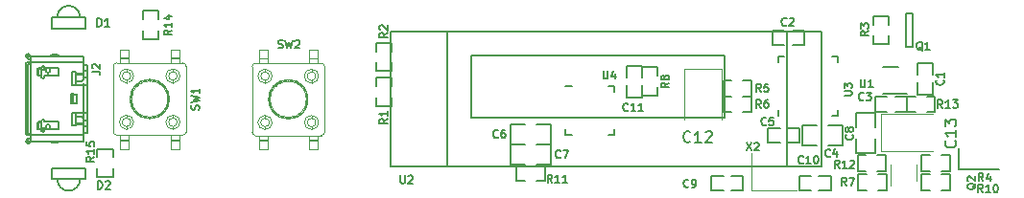
<source format=gbr>
G04 #@! TF.GenerationSoftware,KiCad,Pcbnew,(5.0.0)*
G04 #@! TF.CreationDate,2019-05-10T09:44:01+02:00*
G04 #@! TF.ProjectId,3dsimo_kit,336473696D6F5F6B69742E6B69636164,200A*
G04 #@! TF.SameCoordinates,Original*
G04 #@! TF.FileFunction,Legend,Top*
G04 #@! TF.FilePolarity,Positive*
%FSLAX46Y46*%
G04 Gerber Fmt 4.6, Leading zero omitted, Abs format (unit mm)*
G04 Created by KiCad (PCBNEW (5.0.0)) date 05/10/19 09:44:01*
%MOMM*%
%LPD*%
G01*
G04 APERTURE LIST*
%ADD10C,0.150000*%
%ADD11C,0.120000*%
%ADD12C,0.200000*%
%ADD13C,0.100000*%
G04 APERTURE END LIST*
D10*
G04 #@! TO.C,R15*
X72200000Y-67050000D02*
X72200000Y-67800000D01*
X70800000Y-67050000D02*
X72200000Y-67050000D01*
X70800000Y-67800000D02*
X70800000Y-67050000D01*
X72200000Y-69550000D02*
X72200000Y-68800000D01*
X70800000Y-69550000D02*
X72200000Y-69550000D01*
X70800000Y-68800000D02*
X70800000Y-69550000D01*
G04 #@! TO.C,R8*
X120250000Y-59850000D02*
X120250000Y-60600000D01*
X118850000Y-59850000D02*
X120250000Y-59850000D01*
X118850000Y-60600000D02*
X118850000Y-59850000D01*
X120250000Y-62350000D02*
X120250000Y-61600000D01*
X118850000Y-62350000D02*
X120250000Y-62350000D01*
X118850000Y-61600000D02*
X118850000Y-62350000D01*
G04 #@! TO.C,C11*
X118850000Y-61450000D02*
X118850000Y-62500000D01*
X118850000Y-62500000D02*
X117550000Y-62500000D01*
X117550000Y-62500000D02*
X117550000Y-61450000D01*
X117550000Y-60750000D02*
X117550000Y-59700000D01*
X117550000Y-59700000D02*
X118850000Y-59700000D01*
X118850000Y-59700000D02*
X118850000Y-60750000D01*
D11*
G04 #@! TO.C,C13*
X139950000Y-64000000D02*
X139950000Y-67300000D01*
X139950000Y-67300000D02*
X144500000Y-67300000D01*
X139950000Y-64000000D02*
X144500000Y-64000000D01*
G04 #@! TO.C,C12*
X125950000Y-59950000D02*
X125950000Y-64500000D01*
X122650000Y-59950000D02*
X122650000Y-64500000D01*
X125950000Y-59950000D02*
X122650000Y-59950000D01*
G04 #@! TO.C,X2*
X128500000Y-67450000D02*
X128500000Y-70750000D01*
X128500000Y-70750000D02*
X132500000Y-70750000D01*
D10*
G04 #@! TO.C,C10*
X135550000Y-70750000D02*
X134500000Y-70750000D01*
X135550000Y-69450000D02*
X135550000Y-70750000D01*
X134500000Y-69450000D02*
X135550000Y-69450000D01*
X132750000Y-69450000D02*
X133800000Y-69450000D01*
X132750000Y-70750000D02*
X132750000Y-69450000D01*
X133800000Y-70750000D02*
X132750000Y-70750000D01*
G04 #@! TO.C,C9*
X125000000Y-69450000D02*
X126050000Y-69450000D01*
X125000000Y-70750000D02*
X125000000Y-69450000D01*
X126050000Y-70750000D02*
X125000000Y-70750000D01*
X127800000Y-70750000D02*
X126750000Y-70750000D01*
X127800000Y-69450000D02*
X127800000Y-70750000D01*
X126750000Y-69450000D02*
X127800000Y-69450000D01*
G04 #@! TO.C,C8*
X139475000Y-67400000D02*
X139475000Y-66150000D01*
X137725000Y-67400000D02*
X139475000Y-67400000D01*
X137725000Y-66150000D02*
X137725000Y-67400000D01*
X137725000Y-63900000D02*
X137725000Y-65150000D01*
X139475000Y-63900000D02*
X137725000Y-63900000D01*
X139475000Y-65150000D02*
X139475000Y-63900000D01*
G04 #@! TO.C,J1*
X146800000Y-68900000D02*
X146800000Y-67000000D01*
X150400000Y-68900000D02*
X146800000Y-68900000D01*
D12*
G04 #@! TO.C,J2*
X69625000Y-59275000D02*
X69625000Y-59225000D01*
X69625000Y-59375000D02*
X69625000Y-59325000D01*
X69625000Y-59025000D02*
X69625000Y-58975000D01*
X69625000Y-59075000D02*
X69625000Y-59025000D01*
X69625000Y-59175000D02*
X69625000Y-59125000D01*
X69625000Y-59225000D02*
X69625000Y-59175000D01*
X69625000Y-66175000D02*
X69625000Y-66125000D01*
X69625000Y-58975000D02*
X69625000Y-58925000D01*
X69625000Y-66375000D02*
X69625000Y-66325000D01*
X69625000Y-58925000D02*
X69625000Y-58875000D01*
X69625000Y-60368060D02*
X69625000Y-60418060D01*
X69625000Y-59325000D02*
X69625000Y-59275000D01*
X69625000Y-60468060D02*
X69625000Y-60482775D01*
X69625000Y-66225000D02*
X69625000Y-66175000D01*
X69625000Y-60418060D02*
X69625000Y-60468060D01*
X68938079Y-64231908D02*
X68925000Y-64272411D01*
X69625000Y-59425000D02*
X69625000Y-59375000D01*
X69625000Y-66025000D02*
X69625000Y-65975000D01*
X69625000Y-66075000D02*
X69625000Y-66025000D01*
X69625000Y-66275000D02*
X69625000Y-66225000D01*
X69625000Y-66125000D02*
X69625000Y-66075000D01*
X69625000Y-66325000D02*
X69625000Y-66275000D01*
X69625000Y-59125000D02*
X69625000Y-59075000D01*
X68925000Y-60418060D02*
X68925000Y-60468060D01*
X69925000Y-65375000D02*
X69925000Y-65425000D01*
X69925000Y-65125000D02*
X69925000Y-65175000D01*
X69925000Y-60025000D02*
X69925000Y-60075000D01*
X69025000Y-64190495D02*
X68976456Y-64200794D01*
X68925000Y-60468060D02*
X68925000Y-60482775D01*
X68925000Y-60368060D02*
X68925000Y-60418060D01*
X68925000Y-64817225D02*
X68925000Y-64867225D01*
X69925000Y-60125000D02*
X69925000Y-60175000D01*
X68925000Y-64867225D02*
X68925000Y-64881940D01*
X68925000Y-64767225D02*
X68925000Y-64817225D01*
X69925000Y-65225000D02*
X69925000Y-65275000D01*
X69925000Y-65525000D02*
X69925000Y-65575000D01*
X69925000Y-65175000D02*
X69925000Y-65225000D01*
X69925000Y-59975000D02*
X69925000Y-60025000D01*
X69925000Y-65425000D02*
X69925000Y-65475000D01*
X69925000Y-65325000D02*
X69925000Y-65375000D01*
X69925000Y-65275000D02*
X69925000Y-65325000D01*
X69925000Y-60075000D02*
X69925000Y-60125000D01*
X69925000Y-65575000D02*
X69925000Y-65625000D01*
X69925000Y-65475000D02*
X69925000Y-65525000D01*
X69925000Y-65075000D02*
X69925000Y-65125000D01*
X68976456Y-64200794D02*
X68938079Y-64231908D01*
X65735230Y-59931398D02*
X65699611Y-59966264D01*
X69925000Y-59725000D02*
X69925000Y-59775000D01*
X69925000Y-59675000D02*
X69925000Y-59725000D01*
X69925000Y-59625000D02*
X69925000Y-59675000D01*
X69725000Y-63835000D02*
X69675000Y-63835000D01*
X69875000Y-61415000D02*
X69925000Y-61415000D01*
X69825000Y-61415000D02*
X69875000Y-61415000D01*
X69775000Y-61415000D02*
X69825000Y-61415000D01*
X65659288Y-60056766D02*
X65655192Y-60100000D01*
X69825000Y-63835000D02*
X69775000Y-63835000D01*
X69675000Y-61415000D02*
X69725000Y-61415000D01*
X69675000Y-63835000D02*
X69625000Y-63835000D01*
X69875000Y-63835000D02*
X69825000Y-63835000D01*
X65674105Y-60009124D02*
X65659288Y-60056766D01*
X69925000Y-63835000D02*
X69875000Y-63835000D01*
X69625000Y-61415000D02*
X69675000Y-61415000D01*
X69925000Y-59925000D02*
X69925000Y-59975000D01*
X69925000Y-59875000D02*
X69925000Y-59925000D01*
X69925000Y-59825000D02*
X69925000Y-59875000D01*
X69925000Y-59775000D02*
X69925000Y-59825000D01*
X69725000Y-61415000D02*
X69775000Y-61415000D01*
X65699611Y-59966264D02*
X65674105Y-60009124D01*
X69775000Y-63835000D02*
X69725000Y-63835000D01*
X64925000Y-66275000D02*
X64925000Y-66225000D01*
X64925000Y-58975000D02*
X64925000Y-58925000D01*
X64757810Y-58673481D02*
X64789735Y-58711961D01*
X64925000Y-58925000D02*
X64925000Y-58875000D01*
X64725884Y-58635000D02*
X64757810Y-58673481D01*
X64925000Y-66025000D02*
X64925000Y-65975000D01*
X64925000Y-66125000D02*
X64925000Y-66075000D01*
X64925000Y-59375000D02*
X64925000Y-59325000D01*
X64925000Y-59225000D02*
X64925000Y-59175000D01*
X64925000Y-59125000D02*
X64925000Y-59075000D01*
X64925000Y-66075000D02*
X64925000Y-66025000D01*
X64925000Y-59025000D02*
X64925000Y-58975000D01*
X64925000Y-65925000D02*
X64925000Y-65875000D01*
X64925000Y-65875000D02*
X64925000Y-65825000D01*
X64925000Y-66175000D02*
X64925000Y-66125000D01*
X64925000Y-66325000D02*
X64925000Y-66275000D01*
X64925000Y-66375000D02*
X64925000Y-66325000D01*
X64925000Y-59325000D02*
X64925000Y-59275000D01*
X64925000Y-59175000D02*
X64925000Y-59125000D01*
X64925000Y-59275000D02*
X64925000Y-59225000D01*
X64925000Y-66225000D02*
X64925000Y-66175000D01*
X64925000Y-59075000D02*
X64925000Y-59025000D01*
X64925000Y-65975000D02*
X64925000Y-65925000D01*
X64853586Y-58788923D02*
X64622702Y-58980476D01*
X64854237Y-65825000D02*
X64925000Y-65825000D01*
X69925000Y-62500000D02*
X69925000Y-62750000D01*
X68675000Y-62215000D02*
X68675000Y-63035000D01*
X69625000Y-60722180D02*
X69925000Y-60722180D01*
X64854237Y-65825000D02*
X64619749Y-65825000D01*
X64619749Y-59425000D02*
X64854237Y-59425000D01*
X69625000Y-59625000D02*
X69925000Y-59625000D01*
X69925000Y-63800000D02*
X69925000Y-63835000D01*
X69925000Y-61850000D02*
X69925000Y-62100000D01*
X69925000Y-61415000D02*
X69925000Y-61450000D01*
X65655192Y-65150000D02*
X65522402Y-65150000D01*
X64622702Y-66269524D02*
X64853586Y-66461077D01*
X64854237Y-59425000D02*
X64925000Y-59425000D01*
X64495000Y-65625000D02*
X64495000Y-59625000D01*
X69925000Y-63150000D02*
X69925000Y-63400000D01*
X66315000Y-60028553D02*
X65915000Y-60028553D01*
X69325000Y-64190495D02*
X69025000Y-64190495D01*
X64495000Y-66423447D02*
X64725884Y-66615000D01*
X64729489Y-65625000D02*
X64729489Y-59625000D01*
X68925000Y-64995000D02*
X68905000Y-64995000D01*
X69625000Y-65825000D02*
X64925000Y-65825000D01*
X69625000Y-64881940D02*
X68925000Y-64881940D01*
X65522402Y-64850000D02*
X65655192Y-64850000D01*
X66175000Y-65398223D02*
X65925000Y-65398223D01*
X64725884Y-66615000D02*
X64495000Y-66423447D01*
X69625000Y-61415000D02*
X69625000Y-63835000D01*
X66315000Y-65221447D02*
X65915000Y-65221447D01*
X69625000Y-60175000D02*
X69925000Y-60175000D01*
X65522402Y-60100000D02*
X65655192Y-60100000D01*
X69625000Y-59425000D02*
X64925000Y-59425000D01*
X69625000Y-64767225D02*
X68925000Y-64767225D01*
X65655192Y-60400000D02*
X65522402Y-60400000D01*
X64495000Y-59625000D02*
X64729489Y-59625000D01*
X69625000Y-60482775D02*
X68925000Y-60482775D01*
X66175000Y-59851777D02*
X65925000Y-59851777D01*
X68475000Y-62215000D02*
X68475000Y-63035000D01*
X69625000Y-60368060D02*
X68925000Y-60368060D01*
X69625000Y-65075000D02*
X69925000Y-65075000D01*
X64729489Y-65625000D02*
X64495000Y-65625000D01*
X69538138Y-64263300D02*
X69497045Y-64234922D01*
X64495000Y-64925000D02*
X64495000Y-64925000D01*
X67716561Y-58875000D02*
X67666561Y-58875000D01*
X69514316Y-61004394D02*
X69553299Y-60973188D01*
X69625000Y-64867225D02*
X69625000Y-64881940D01*
X66315000Y-60000000D02*
X66315000Y-60028553D01*
X66315000Y-59900000D02*
X66315000Y-59950000D01*
X67766561Y-58875000D02*
X67716561Y-58875000D01*
X69374844Y-61056089D02*
X69423735Y-61045814D01*
X69325000Y-61059505D02*
X69374844Y-61056089D01*
X67616561Y-58875000D02*
X67566561Y-58875000D01*
X69585762Y-60935268D02*
X69609617Y-60891441D01*
X69625000Y-65875000D02*
X69625000Y-65825000D01*
X64771898Y-59474754D02*
X64748524Y-59518813D01*
X64854237Y-59425000D02*
X64807203Y-59439760D01*
X69423735Y-61045814D02*
X69470632Y-61028607D01*
X67666561Y-58875000D02*
X67616561Y-58875000D01*
X66515000Y-58875000D02*
X66465000Y-58875000D01*
X69618853Y-64386747D02*
X69601102Y-64340125D01*
X66415000Y-58875000D02*
X66365000Y-58875000D01*
X69609617Y-60891441D02*
X69622819Y-60843339D01*
X69601102Y-64340125D02*
X69573490Y-64298553D01*
X69553299Y-60973188D02*
X69585762Y-60935268D01*
X64807203Y-59439760D02*
X64771898Y-59474754D01*
X68925000Y-60977589D02*
X68942170Y-61023485D01*
X69451893Y-64213561D02*
X69404051Y-64199180D01*
X69354655Y-64191699D02*
X69325000Y-64190495D01*
X67816561Y-58875000D02*
X67766561Y-58875000D01*
X69404051Y-64199180D02*
X69354655Y-64191699D01*
X69622819Y-60843339D02*
X69625000Y-60813759D01*
X69470632Y-61028607D02*
X69514316Y-61004394D01*
X67566561Y-58875000D02*
X67535000Y-58875000D01*
X69573490Y-64298553D02*
X69538138Y-64263300D01*
X69625000Y-64436241D02*
X69618853Y-64386747D01*
X66315000Y-59950000D02*
X66315000Y-60000000D01*
X66615000Y-58875000D02*
X66565000Y-58875000D01*
X66365000Y-58875000D02*
X66333439Y-58875000D01*
X68982702Y-61051816D02*
X69025000Y-61059505D01*
X66465000Y-58875000D02*
X66415000Y-58875000D01*
X66565000Y-58875000D02*
X66515000Y-58875000D01*
X69625000Y-64817225D02*
X69625000Y-64867225D01*
X69625000Y-65975000D02*
X69625000Y-65925000D01*
X69625000Y-65925000D02*
X69625000Y-65875000D01*
X68942170Y-61023485D02*
X68982702Y-61051816D01*
X69625000Y-64767225D02*
X69625000Y-64817225D01*
X69497045Y-64234922D02*
X69451893Y-64213561D01*
X65828397Y-65350000D02*
X65753342Y-65350000D01*
X68625000Y-60255000D02*
X68625000Y-61415000D01*
X65915000Y-65350000D02*
X65925000Y-65350000D01*
X68925000Y-60255000D02*
X68625000Y-60255000D01*
X68625000Y-63835000D02*
X68625000Y-64995000D01*
X66631351Y-58875000D02*
G75*
G02X66825000Y-58725000I193649J-50000D01*
G01*
X66475000Y-60375000D02*
X66465000Y-60375000D01*
X65925000Y-64650000D02*
X65915000Y-64650000D01*
X69025000Y-62465000D02*
X69025000Y-62215000D01*
X65925000Y-60600000D02*
X65925000Y-60725000D01*
X66465000Y-64875000D02*
X66475000Y-64875000D01*
X65915000Y-60600000D02*
X65925000Y-60600000D01*
X68925000Y-60255000D02*
X68925000Y-60368060D01*
X68925000Y-64881940D02*
X68925000Y-64995000D01*
X65828397Y-65350000D02*
X65915000Y-65350000D01*
X66465000Y-60375000D02*
G75*
G02X66315000Y-60225000I0J150000D01*
G01*
X66315000Y-60028553D02*
X66315000Y-60225000D01*
X67325000Y-58725000D02*
G75*
G02X67518649Y-58875000I0J-200000D01*
G01*
X66825000Y-58725000D02*
X67325000Y-58725000D01*
X66475000Y-64875000D02*
G75*
G02X66625000Y-65025000I0J-150000D01*
G01*
X69025000Y-63035000D02*
X69025000Y-62785000D01*
X66175000Y-65475000D02*
G75*
G02X65925000Y-65475000I-125000J0D01*
G01*
X65925000Y-65350000D02*
X65925000Y-65475000D01*
X66625000Y-60225000D02*
X66625000Y-59900000D01*
X66625000Y-60225000D02*
G75*
G02X66475000Y-60375000I-150000J0D01*
G01*
X65655192Y-65150000D02*
X65655192Y-64850000D01*
X65522402Y-60100000D02*
X65522402Y-60400000D01*
X67395000Y-59900000D02*
X66175000Y-59900000D01*
X65925000Y-59900000D02*
X65915000Y-59900000D01*
X65925000Y-59775000D02*
X65925000Y-59900000D01*
X65925000Y-59775000D02*
G75*
G02X66175000Y-59775000I125000J0D01*
G01*
X66175000Y-59900000D02*
X66175000Y-59775000D01*
X64925000Y-65825000D02*
X64925000Y-59425000D01*
X66315000Y-65025000D02*
G75*
G02X66465000Y-64875000I150000J0D01*
G01*
X67395000Y-60600000D02*
X67395000Y-59900000D01*
X68775000Y-62215000D02*
G75*
G02X69025000Y-62465000I0J-250000D01*
G01*
X66175000Y-60600000D02*
X67395000Y-60600000D01*
X68925000Y-64995000D02*
X68625000Y-64995000D01*
X65915000Y-65350000D02*
X65915000Y-64650000D01*
X65522402Y-65150000D02*
X65522402Y-64850000D01*
X66175000Y-60725000D02*
X66175000Y-60600000D01*
X66175000Y-60725000D02*
G75*
G02X65925000Y-60725000I-125000J0D01*
G01*
X68625000Y-61415000D02*
X69625000Y-61415000D01*
X69625000Y-59425000D02*
X69625000Y-60368060D01*
X69625000Y-63835000D02*
X68625000Y-63835000D01*
X69625000Y-64881940D02*
X69625000Y-65825000D01*
X65655192Y-60400000D02*
X65660605Y-60449607D01*
X65549987Y-64755345D02*
X65581353Y-64716563D01*
X65581353Y-64716563D02*
X65620901Y-64686145D01*
X65699611Y-64716264D02*
X65674105Y-64759124D01*
X65828397Y-59900000D02*
X65779304Y-59908202D01*
X65779304Y-59908202D02*
X65735230Y-59931398D01*
X65785504Y-60593770D02*
X65828397Y-60600000D01*
X65703695Y-60538801D02*
X65740541Y-60572361D01*
X65740541Y-60572361D02*
X65785504Y-60593770D01*
X65660605Y-60449607D02*
X65676825Y-60496788D01*
X65828397Y-64650000D02*
X65779304Y-64658202D01*
X65522402Y-64850000D02*
X65529175Y-64800634D01*
X65714463Y-59902726D02*
X65753342Y-59900000D01*
X65674105Y-64759124D02*
X65659288Y-64806766D01*
X65735230Y-64681398D02*
X65699611Y-64716264D01*
X65779304Y-64658202D02*
X65735230Y-64681398D01*
X65666036Y-64664825D02*
X65714463Y-64652726D01*
X65714463Y-64652726D02*
X65753342Y-64650000D01*
X65659288Y-64806766D02*
X65655192Y-64850000D01*
X65620901Y-64686145D02*
X65666036Y-64664825D01*
X65529175Y-64800634D02*
X65549987Y-64755345D01*
X65666036Y-59914825D02*
X65714463Y-59902726D01*
X65676825Y-60496788D02*
X65703695Y-60538801D01*
X65785504Y-65343770D02*
X65828397Y-65350000D01*
X65522402Y-60100000D02*
X65529175Y-60050634D01*
X65655768Y-65331255D02*
X65611636Y-65307942D01*
X65660605Y-65199607D02*
X65676825Y-65246788D01*
X65526444Y-60438721D02*
X65522402Y-60400000D01*
X65703695Y-65288801D02*
X65740541Y-65322361D01*
X65620901Y-59936145D02*
X65666036Y-59914825D01*
X65549987Y-60005345D02*
X65581353Y-59966563D01*
X65703623Y-60595458D02*
X65655768Y-60581255D01*
X65544396Y-65235192D02*
X65526444Y-65188721D01*
X65611636Y-65307942D02*
X65573668Y-65275579D01*
X65740541Y-65322361D02*
X65785504Y-65343770D01*
X65526444Y-65188721D02*
X65522402Y-65150000D01*
X65529175Y-60050634D02*
X65549987Y-60005345D01*
X65573668Y-60525579D02*
X65544396Y-60485192D01*
X65581353Y-59966563D02*
X65620901Y-59936145D01*
X65544396Y-60485192D02*
X65526444Y-60438721D01*
X65611636Y-60557942D02*
X65573668Y-60525579D01*
X65676825Y-65246788D02*
X65703695Y-65288801D01*
X65655192Y-65150000D02*
X65660605Y-65199607D01*
X65753342Y-60600000D02*
X65703623Y-60595458D01*
X65655768Y-60581255D02*
X65611636Y-60557942D01*
X65573668Y-65275579D02*
X65544396Y-65235192D01*
X69925000Y-60175000D02*
X69925000Y-60722180D01*
X69925000Y-61415000D02*
X69925000Y-63835000D01*
X65753342Y-59900000D02*
X65828397Y-59900000D01*
X65828397Y-60600000D02*
X65753342Y-60600000D01*
X65925000Y-64525000D02*
X65925000Y-64650000D01*
X64495000Y-64925000D02*
X64495000Y-62635000D01*
X69925000Y-64527820D02*
X69925000Y-65075000D01*
X69025000Y-62785000D02*
X69025000Y-62465000D01*
X66175000Y-65350000D02*
X67395000Y-65350000D01*
X65828397Y-64650000D02*
X65915000Y-64650000D01*
X68925000Y-60255000D02*
X68905000Y-60255000D01*
X69625000Y-65625000D02*
X69925000Y-65625000D01*
X65925000Y-64525000D02*
G75*
G02X66175000Y-64525000I125000J0D01*
G01*
X68925000Y-64272411D02*
X68925000Y-64767225D01*
X68925000Y-60482775D02*
X68925000Y-60977589D01*
X68475000Y-63035000D02*
X68775000Y-63035000D01*
X65828397Y-60600000D02*
X65915000Y-60600000D01*
X69625000Y-64436241D02*
X69625000Y-64767225D01*
X65828397Y-59900000D02*
X65915000Y-59900000D01*
X65655192Y-60100000D02*
X65655192Y-60400000D01*
X69025000Y-62785000D02*
G75*
G02X68775000Y-63035000I-250000J0D01*
G01*
X66175000Y-65475000D02*
X66175000Y-65350000D01*
X65753342Y-64650000D02*
X65828397Y-64650000D01*
X67395000Y-65350000D02*
X67395000Y-64650000D01*
X68925000Y-64995000D02*
X68905000Y-64995000D01*
X68905000Y-64995000D02*
X68905000Y-63835000D01*
X68905000Y-61415000D02*
X68905000Y-60255000D01*
X69625000Y-61285096D02*
X69625000Y-61415000D01*
X65915000Y-59900000D02*
X65915000Y-60600000D01*
X68775000Y-62215000D02*
X68475000Y-62215000D01*
X67395000Y-64650000D02*
X66175000Y-64650000D01*
X69625000Y-64527820D02*
X69925000Y-64527820D01*
X69625000Y-63835000D02*
X69625000Y-63964904D01*
X67816561Y-58875000D02*
X69625000Y-58875000D01*
X69625000Y-64767225D02*
X69625000Y-63964904D01*
X68775000Y-62215000D02*
G75*
G02X69025000Y-62465000I0J-250000D01*
G01*
X64495000Y-62615000D02*
X64495000Y-60325000D01*
X69625000Y-61415000D02*
X68905000Y-61415000D01*
X64925000Y-58875000D02*
X66333439Y-58875000D01*
X69625000Y-61415000D02*
X68905000Y-61415000D01*
X69625000Y-58875000D02*
X64925000Y-58875000D01*
X69625000Y-60482775D02*
X69625000Y-60813759D01*
X69925000Y-60722180D02*
X69925000Y-61415000D01*
X66175000Y-64650000D02*
X66175000Y-64525000D01*
X69325000Y-61059505D02*
X69025000Y-61059505D01*
X69925000Y-63835000D02*
X69925000Y-64527820D01*
X64495112Y-65633492D02*
X64495000Y-65625000D01*
X64920303Y-66075000D02*
X64925000Y-66075000D01*
X64697115Y-66179832D02*
G75*
G02X64920303Y-66075000I223188J-185168D01*
G01*
X69625000Y-66375000D02*
X67816561Y-66375000D01*
X64789735Y-66538039D02*
X64757810Y-66576519D01*
X64853586Y-66461077D02*
X64821661Y-66499558D01*
X67518649Y-66375000D02*
G75*
G02X67325000Y-66525000I-193649J50000D01*
G01*
X64757810Y-66576519D02*
X64725884Y-66615000D01*
X64925000Y-66375000D02*
X64853586Y-66461077D01*
X66625000Y-65350000D02*
X66625000Y-65025000D01*
X66825000Y-66525000D02*
G75*
G02X66631351Y-66375000I0J200000D01*
G01*
X64500391Y-65683158D02*
X64495112Y-65633492D01*
X64729489Y-65625000D02*
X64733417Y-65674793D01*
X66315000Y-65221447D02*
X66315000Y-65025000D01*
X64590776Y-66308005D02*
X64622702Y-66269524D01*
X64745570Y-65723225D02*
X64767153Y-65768204D01*
X64498928Y-59575207D02*
X64511081Y-59526775D01*
X64845762Y-65824538D02*
X64854237Y-65825000D01*
X64537410Y-65775246D02*
X64514035Y-65731187D01*
X64511081Y-59526775D02*
X64532664Y-59481796D01*
X64734879Y-59566842D02*
X64729601Y-59616508D01*
X67325000Y-66525000D02*
X66825000Y-66525000D01*
X69625000Y-66375000D02*
X64925000Y-66375000D01*
X64622702Y-66269524D02*
X64697115Y-66179832D01*
X64925000Y-59175000D02*
X64920303Y-59175000D01*
X64729601Y-59616508D02*
X64729489Y-59625000D01*
X64697115Y-59070168D02*
X64622702Y-58980476D01*
X64565792Y-59444676D02*
X64611273Y-59425462D01*
X66333439Y-66375000D02*
X64925000Y-66375000D01*
X64920303Y-59175000D02*
G75*
G02X64697115Y-59070168I0J290000D01*
G01*
X64725884Y-58635000D02*
X64495000Y-58826553D01*
X64853586Y-58788923D02*
X64925000Y-58875000D01*
X64526925Y-66384966D02*
X64558851Y-66346486D01*
X64495000Y-66423447D02*
X64526925Y-66384966D01*
X64733417Y-65674793D02*
X64745570Y-65723225D01*
X64767153Y-65768204D02*
X64800280Y-65805324D01*
X64619749Y-65825000D02*
X64572715Y-65810240D01*
X64495000Y-59625000D02*
X64498928Y-59575207D01*
X64748524Y-59518813D02*
X64734879Y-59566842D01*
X64800280Y-65805324D02*
X64845762Y-65824538D01*
X64558851Y-66346486D02*
X64590776Y-66308005D01*
X64821661Y-66499558D02*
X64789735Y-66538039D01*
X64514035Y-65731187D02*
X64500391Y-65683158D01*
X64611273Y-59425462D02*
X64619749Y-59425000D01*
X64572715Y-65810240D02*
X64537410Y-65775246D01*
X64532664Y-59481796D02*
X64565792Y-59444676D01*
X67635000Y-66375000D02*
X67685000Y-66375000D01*
X67735000Y-66375000D02*
X67785000Y-66375000D01*
X66315000Y-65221447D02*
X66315000Y-65271447D01*
X67685000Y-66375000D02*
X67735000Y-66375000D01*
X67535000Y-66375000D02*
X67585000Y-66375000D01*
X66583439Y-66375000D02*
X66615000Y-66375000D01*
X66483439Y-66375000D02*
X66533439Y-66375000D01*
X66333439Y-66375000D02*
X66383439Y-66375000D01*
X64590776Y-58941995D02*
X64558851Y-58903514D01*
X64622702Y-58980476D02*
X64590776Y-58941995D01*
X64789735Y-58711961D02*
X64821661Y-58750442D01*
X64821661Y-58750442D02*
X64853586Y-58788923D01*
X64526925Y-58865034D02*
X64495000Y-58826553D01*
X64558851Y-58903514D02*
X64526925Y-58865034D01*
X66433439Y-66375000D02*
X66483439Y-66375000D01*
X66383439Y-66375000D02*
X66433439Y-66375000D01*
X65703623Y-65345458D02*
X65655768Y-65331255D01*
X65753342Y-65350000D02*
X65703623Y-65345458D01*
X66315000Y-65321447D02*
X66315000Y-65350000D01*
X67785000Y-66375000D02*
X67816561Y-66375000D01*
X66315000Y-65271447D02*
X66315000Y-65321447D01*
X67585000Y-66375000D02*
X67635000Y-66375000D01*
X66533439Y-66375000D02*
X66583439Y-66375000D01*
X64925000Y-59425000D02*
X64925000Y-59375000D01*
D10*
G04 #@! TO.C,U4*
X116450000Y-61500000D02*
X115925000Y-61500000D01*
X116450000Y-65800000D02*
X115925000Y-65800000D01*
X112150000Y-65800000D02*
X112675000Y-65800000D01*
X112150000Y-61500000D02*
X112675000Y-61500000D01*
X116450000Y-65800000D02*
X116450000Y-65275000D01*
X112150000Y-65800000D02*
X112150000Y-65275000D01*
X116450000Y-61500000D02*
X116450000Y-62025000D01*
G04 #@! TO.C,U3*
X130925000Y-58875000D02*
X130925000Y-59400000D01*
X136175000Y-58875000D02*
X136175000Y-59400000D01*
X136175000Y-64125000D02*
X136175000Y-63600000D01*
X130925000Y-64125000D02*
X130925000Y-63600000D01*
X136175000Y-58875000D02*
X135650000Y-58875000D01*
X136175000Y-64125000D02*
X135650000Y-64125000D01*
X130925000Y-58875000D02*
X131450000Y-58875000D01*
G04 #@! TO.C,D1*
X69300000Y-55400000D02*
G75*
G03X67300000Y-55400000I-1000000J0D01*
G01*
X69800000Y-56400000D02*
X66800000Y-56400000D01*
X66800000Y-56400000D02*
X66800000Y-55400000D01*
X66800000Y-55400000D02*
X69800000Y-55400000D01*
X69800000Y-55400000D02*
X69800000Y-56400000D01*
G04 #@! TO.C,D2*
X67300000Y-69750000D02*
G75*
G03X69300000Y-69750000I1000000J0D01*
G01*
X66800000Y-68750000D02*
X69800000Y-68750000D01*
X69800000Y-68750000D02*
X69800000Y-69750000D01*
X69800000Y-69750000D02*
X66800000Y-69750000D01*
X66800000Y-69750000D02*
X66800000Y-68750000D01*
D11*
G04 #@! TO.C,Q2*
X140790000Y-68450000D02*
X140790000Y-70350000D01*
X143110000Y-69850000D02*
X143110000Y-68450000D01*
D10*
G04 #@! TO.C,C5*
X130000000Y-65200000D02*
X131050000Y-65200000D01*
X130000000Y-66500000D02*
X130000000Y-65200000D01*
X131050000Y-66500000D02*
X130000000Y-66500000D01*
X132800000Y-66500000D02*
X131750000Y-66500000D01*
X132800000Y-65200000D02*
X132800000Y-66500000D01*
X131750000Y-65200000D02*
X132800000Y-65200000D01*
G04 #@! TO.C,C4*
X133050000Y-66725000D02*
X134300000Y-66725000D01*
X133050000Y-64975000D02*
X133050000Y-66725000D01*
X134300000Y-64975000D02*
X133050000Y-64975000D01*
X136550000Y-64975000D02*
X135300000Y-64975000D01*
X136550000Y-66725000D02*
X136550000Y-64975000D01*
X135300000Y-66725000D02*
X136550000Y-66725000D01*
G04 #@! TO.C,C6*
X110800000Y-64925000D02*
X109550000Y-64925000D01*
X110800000Y-66675000D02*
X110800000Y-64925000D01*
X109550000Y-66675000D02*
X110800000Y-66675000D01*
X107300000Y-66675000D02*
X108550000Y-66675000D01*
X107300000Y-64925000D02*
X107300000Y-66675000D01*
X108550000Y-64925000D02*
X107300000Y-64925000D01*
G04 #@! TO.C,C7*
X107300000Y-68425000D02*
X108550000Y-68425000D01*
X107300000Y-66675000D02*
X107300000Y-68425000D01*
X108550000Y-66675000D02*
X107300000Y-66675000D01*
X110800000Y-66675000D02*
X109550000Y-66675000D01*
X110800000Y-68425000D02*
X110800000Y-66675000D01*
X109550000Y-68425000D02*
X110800000Y-68425000D01*
G04 #@! TO.C,R10*
X146050000Y-70700000D02*
X145300000Y-70700000D01*
X146050000Y-69300000D02*
X146050000Y-70700000D01*
X145300000Y-69300000D02*
X146050000Y-69300000D01*
X143550000Y-70700000D02*
X144300000Y-70700000D01*
X143550000Y-69300000D02*
X143550000Y-70700000D01*
X144300000Y-69300000D02*
X143550000Y-69300000D01*
G04 #@! TO.C,R14*
X74850000Y-57350000D02*
X74850000Y-56600000D01*
X76250000Y-57350000D02*
X74850000Y-57350000D01*
X76250000Y-56600000D02*
X76250000Y-57350000D01*
X74850000Y-54850000D02*
X74850000Y-55600000D01*
X76250000Y-54850000D02*
X74850000Y-54850000D01*
X76250000Y-55600000D02*
X76250000Y-54850000D01*
G04 #@! TO.C,R13*
X144750000Y-63800000D02*
X144000000Y-63800000D01*
X144750000Y-62400000D02*
X144750000Y-63800000D01*
X144000000Y-62400000D02*
X144750000Y-62400000D01*
X142250000Y-63800000D02*
X143000000Y-63800000D01*
X142250000Y-62400000D02*
X142250000Y-63800000D01*
X143000000Y-62400000D02*
X142250000Y-62400000D01*
G04 #@! TO.C,R11*
X107800000Y-68500000D02*
X108550000Y-68500000D01*
X107800000Y-69900000D02*
X107800000Y-68500000D01*
X108550000Y-69900000D02*
X107800000Y-69900000D01*
X110300000Y-68500000D02*
X109550000Y-68500000D01*
X110300000Y-69900000D02*
X110300000Y-68500000D01*
X109550000Y-69900000D02*
X110300000Y-69900000D01*
G04 #@! TO.C,R7*
X140450000Y-70700000D02*
X139700000Y-70700000D01*
X140450000Y-69300000D02*
X140450000Y-70700000D01*
X139700000Y-69300000D02*
X140450000Y-69300000D01*
X137950000Y-70700000D02*
X138700000Y-70700000D01*
X137950000Y-69300000D02*
X137950000Y-70700000D01*
X138700000Y-69300000D02*
X137950000Y-69300000D01*
G04 #@! TO.C,R6*
X126050000Y-62400000D02*
X126800000Y-62400000D01*
X126050000Y-63800000D02*
X126050000Y-62400000D01*
X126800000Y-63800000D02*
X126050000Y-63800000D01*
X128550000Y-62400000D02*
X127800000Y-62400000D01*
X128550000Y-63800000D02*
X128550000Y-62400000D01*
X127800000Y-63800000D02*
X128550000Y-63800000D01*
G04 #@! TO.C,R5*
X128550000Y-62400000D02*
X127800000Y-62400000D01*
X128550000Y-61000000D02*
X128550000Y-62400000D01*
X127800000Y-61000000D02*
X128550000Y-61000000D01*
X126050000Y-62400000D02*
X126800000Y-62400000D01*
X126050000Y-61000000D02*
X126050000Y-62400000D01*
X126800000Y-61000000D02*
X126050000Y-61000000D01*
G04 #@! TO.C,R12*
X137900000Y-67600000D02*
X138650000Y-67600000D01*
X137900000Y-69000000D02*
X137900000Y-67600000D01*
X138650000Y-69000000D02*
X137900000Y-69000000D01*
X140400000Y-67600000D02*
X139650000Y-67600000D01*
X140400000Y-69000000D02*
X140400000Y-67600000D01*
X139650000Y-69000000D02*
X140400000Y-69000000D01*
G04 #@! TO.C,C3*
X139450000Y-62450000D02*
X140500000Y-62450000D01*
X139450000Y-63750000D02*
X139450000Y-62450000D01*
X140500000Y-63750000D02*
X139450000Y-63750000D01*
X142250000Y-63750000D02*
X141200000Y-63750000D01*
X142250000Y-62450000D02*
X142250000Y-63750000D01*
X141200000Y-62450000D02*
X142250000Y-62450000D01*
G04 #@! TO.C,U2*
X131700000Y-56650000D02*
X131700000Y-68650000D01*
X103200000Y-68650000D02*
X103200000Y-68650000D01*
X101700000Y-56650000D02*
X101700000Y-68650000D01*
X103800000Y-58810000D02*
X103800000Y-58810000D01*
X103800000Y-64330000D02*
X103800000Y-58810000D01*
X126180000Y-64330000D02*
X103800000Y-64330000D01*
X126180000Y-58810000D02*
X126180000Y-64330000D01*
X103800000Y-58810000D02*
X126180000Y-58810000D01*
X96700000Y-68650000D02*
X96700000Y-68650000D01*
X96700000Y-56650000D02*
X96700000Y-68650000D01*
X134700000Y-56650000D02*
X96700000Y-56650000D01*
X134700000Y-68650000D02*
X134700000Y-56650000D01*
X96700000Y-68650000D02*
X134700000Y-68650000D01*
D13*
G04 #@! TO.C,SW2*
X84775000Y-59475000D02*
X85075000Y-59475000D01*
X85075000Y-58275000D02*
X85825000Y-58275000D01*
X90575000Y-65875000D02*
X90275000Y-65875000D01*
X90275000Y-59475000D02*
X90575000Y-59475000D01*
X90275000Y-58275000D02*
X90275000Y-59025000D01*
X90275000Y-58275000D02*
X89525000Y-58275000D01*
X85825000Y-58275000D02*
X85075000Y-58275000D01*
X89525000Y-58275000D02*
X90275000Y-58275000D01*
X85825000Y-58275000D02*
X85825000Y-59025000D01*
X89525000Y-58275000D02*
X89525000Y-59025000D01*
X89525000Y-66325000D02*
X89525000Y-67075000D01*
X85075000Y-65875000D02*
X84775000Y-65875000D01*
X89525000Y-58275000D02*
X90275000Y-58275000D01*
X84775000Y-65875000D02*
X90575000Y-65875000D01*
X85825000Y-67075000D02*
X85825000Y-66325000D01*
X90575000Y-59475000D02*
X84775000Y-59475000D01*
X85075000Y-58275000D02*
X85825000Y-58275000D01*
X85825000Y-59025000D02*
X85825000Y-58275000D01*
X89525000Y-59025000D02*
X89525000Y-58275000D01*
X90275000Y-59025000D02*
X89525000Y-59025000D01*
X90275000Y-58275000D02*
X89525000Y-58275000D01*
X85825000Y-58275000D02*
X85075000Y-58275000D01*
X85825000Y-66325000D02*
X85825000Y-67075000D01*
X90275000Y-66281699D02*
X89525000Y-66281699D01*
X85625000Y-60250000D02*
G75*
G02X85625000Y-61000000I0J-375000D01*
G01*
X85075000Y-66281699D02*
X85825000Y-66281699D01*
X85825000Y-66281699D02*
X85075000Y-66281699D01*
X85075000Y-67075000D02*
X85825000Y-67075000D01*
X87675000Y-61075000D02*
G75*
G02X87675000Y-64275000I0J-1600000D01*
G01*
X87675000Y-61075000D02*
G75*
G02X87675000Y-64275000I0J-1600000D01*
G01*
X86925000Y-61149385D02*
X86925000Y-61261671D01*
X89725000Y-61000000D02*
G75*
G02X89725000Y-60250000I0J375000D01*
G01*
X85625000Y-64350000D02*
G75*
G02X85625000Y-65100000I0J-375000D01*
G01*
X88775000Y-61513105D02*
X88775000Y-61378852D01*
X86125000Y-63071863D02*
X86125000Y-63373212D01*
X86575000Y-61378852D02*
X86575000Y-61513105D01*
X89225000Y-62278137D02*
X89225000Y-61976788D01*
X88775000Y-61378852D02*
X88775000Y-61513105D01*
X86575000Y-63971148D02*
X86575000Y-63836895D01*
X86575000Y-61513105D02*
X86575000Y-61378852D01*
X89725000Y-65100000D02*
G75*
G02X89725000Y-64350000I0J375000D01*
G01*
X85625000Y-61000000D02*
G75*
G02X85625000Y-60250000I0J375000D01*
G01*
X86925000Y-64088329D02*
X86925000Y-64200615D01*
X85075000Y-66325000D02*
X85825000Y-66325000D01*
X90275000Y-67075000D02*
X89525000Y-67075000D01*
X85075000Y-67075000D02*
X85075000Y-66325000D01*
X89525000Y-67075000D02*
X90275000Y-67075000D01*
X87675000Y-64375000D02*
G75*
G02X87675000Y-60975000I0J1700000D01*
G01*
X87675000Y-64275000D02*
G75*
G02X87675000Y-61075000I0J1600000D01*
G01*
X88775000Y-63971148D02*
X88775000Y-63836895D01*
X89525000Y-66325000D02*
X90275000Y-66325000D01*
X90275000Y-66325000D02*
X89525000Y-66325000D01*
X89525000Y-67075000D02*
X89525000Y-66325000D01*
X90275000Y-66325000D02*
X90275000Y-67075000D01*
X87675000Y-64375000D02*
G75*
G02X87675000Y-60975000I0J1700000D01*
G01*
X85075000Y-59025000D02*
X85075000Y-58275000D01*
X85825000Y-59025000D02*
X85075000Y-59025000D01*
X88425000Y-64200615D02*
X88425000Y-64088329D01*
X89225000Y-63373212D02*
X89225000Y-63071863D01*
X89525000Y-59025000D02*
X90275000Y-59025000D01*
X90275000Y-59068301D02*
X89525000Y-59068301D01*
X85825000Y-59068301D02*
X85075000Y-59068301D01*
X85075000Y-59025000D02*
X85825000Y-59025000D01*
X87675000Y-60975000D02*
G75*
G02X87675000Y-64375000I0J-1700000D01*
G01*
X89525000Y-59068301D02*
X90275000Y-59068301D01*
X85075000Y-59068301D02*
X85825000Y-59068301D01*
X85825000Y-66325000D02*
X85075000Y-66325000D01*
X89725000Y-64350000D02*
G75*
G02X89725000Y-65100000I0J-375000D01*
G01*
X85825000Y-67075000D02*
X85075000Y-67075000D01*
X85625000Y-65100000D02*
G75*
G02X85625000Y-64350000I0J375000D01*
G01*
X87675000Y-60975000D02*
G75*
G02X87675000Y-64375000I0J-1700000D01*
G01*
X88425000Y-61261671D02*
X88425000Y-61149385D01*
X89725000Y-60250000D02*
G75*
G02X89725000Y-61000000I0J-375000D01*
G01*
X88775000Y-63836895D02*
X88775000Y-63971148D01*
X87675000Y-64275000D02*
G75*
G02X87675000Y-61075000I0J1600000D01*
G01*
X86575000Y-63836895D02*
X86575000Y-63971148D01*
X86125000Y-61976788D02*
X86125000Y-62278137D01*
X89525000Y-66281699D02*
X90275000Y-66281699D01*
X88725000Y-63882270D02*
X88725000Y-64011974D01*
X89725000Y-60250000D02*
G75*
G02X89725000Y-61000000I0J-375000D01*
G01*
X89725000Y-61000000D02*
G75*
G02X89725000Y-60250000I0J375000D01*
G01*
X85625000Y-60250000D02*
G75*
G02X85625000Y-61000000I0J-375000D01*
G01*
X85625000Y-65350000D02*
G75*
G02X85625000Y-64100000I0J625000D01*
G01*
X86125000Y-62278137D02*
X86125000Y-61976788D01*
X86625000Y-64011974D02*
X86625000Y-63882270D01*
X88725000Y-64011974D02*
X88725000Y-63882270D01*
X89725000Y-61250000D02*
G75*
G02X89725000Y-60000000I0J625000D01*
G01*
X89275000Y-62675000D02*
X89275000Y-62100544D01*
X85625000Y-61250000D02*
G75*
G02X85625000Y-60000000I0J625000D01*
G01*
X85625000Y-65100000D02*
G75*
G02X85625000Y-64350000I0J375000D01*
G01*
X85625000Y-64350000D02*
G75*
G02X85625000Y-65100000I0J-375000D01*
G01*
X86125000Y-63373212D02*
X86125000Y-63071863D01*
X87675000Y-64425000D02*
G75*
G02X87675000Y-60925000I0J1750000D01*
G01*
X86625000Y-63882270D02*
X86625000Y-64011974D01*
X88725000Y-61467730D02*
X88725000Y-61338026D01*
X86075000Y-62100544D02*
X86075000Y-62675000D01*
X89225000Y-61976788D02*
X89225000Y-62278137D01*
X89225000Y-63071863D02*
X89225000Y-63373212D01*
X85625000Y-60000000D02*
G75*
G02X85625000Y-61250000I0J-625000D01*
G01*
X87675000Y-60925000D02*
G75*
G02X87675000Y-64425000I0J-1750000D01*
G01*
X89725000Y-65350000D02*
G75*
G02X89725000Y-64100000I0J625000D01*
G01*
X89725000Y-64100000D02*
G75*
G02X89725000Y-65350000I0J-625000D01*
G01*
X85625000Y-64100000D02*
G75*
G02X85625000Y-65350000I0J-625000D01*
G01*
X85625000Y-65350000D02*
G75*
G02X85625000Y-64100000I0J625000D01*
G01*
X86925000Y-61261671D02*
X86925000Y-61149385D01*
X88725000Y-61338026D02*
X88725000Y-61467730D01*
X89725000Y-64100000D02*
G75*
G02X89725000Y-65350000I0J-625000D01*
G01*
X86925000Y-64200615D02*
X86925000Y-64088329D01*
X88425000Y-64088329D02*
X88425000Y-64200615D01*
X85625000Y-61250000D02*
G75*
G02X85625000Y-60000000I0J625000D01*
G01*
X89725000Y-60000000D02*
G75*
G02X89725000Y-61250000I0J-625000D01*
G01*
X85625000Y-61000000D02*
G75*
G02X85625000Y-60250000I0J375000D01*
G01*
X89725000Y-61250000D02*
G75*
G02X89725000Y-60000000I0J625000D01*
G01*
X89725000Y-65100000D02*
G75*
G02X89725000Y-64350000I0J375000D01*
G01*
X86625000Y-61467730D02*
X86625000Y-61338026D01*
X89725000Y-64350000D02*
G75*
G02X89725000Y-65100000I0J-375000D01*
G01*
X89275000Y-63249456D02*
X89275000Y-62675000D01*
X87675000Y-64425000D02*
G75*
G02X87675000Y-60925000I0J1750000D01*
G01*
X85625000Y-60000000D02*
G75*
G02X85625000Y-61250000I0J-625000D01*
G01*
X85625000Y-64100000D02*
G75*
G02X85625000Y-65350000I0J-625000D01*
G01*
X87675000Y-60925000D02*
G75*
G02X87675000Y-64425000I0J-1750000D01*
G01*
X86625000Y-61338026D02*
X86625000Y-61467730D01*
X86075000Y-62675000D02*
X86075000Y-63249456D01*
X89725000Y-65350000D02*
G75*
G02X89725000Y-64100000I0J625000D01*
G01*
X88425000Y-61149385D02*
X88425000Y-61261671D01*
X89725000Y-60000000D02*
G75*
G02X89725000Y-61250000I0J-625000D01*
G01*
X86075000Y-63249456D02*
X86075000Y-62675000D01*
X86075000Y-62675000D02*
X86075000Y-62100544D01*
X84775000Y-65875000D02*
G75*
G02X84475000Y-65575000I0J300000D01*
G01*
X84475000Y-59775000D02*
X84475000Y-65575000D01*
X90875000Y-65575000D02*
X90875000Y-59775000D01*
X84475000Y-65575000D02*
X84475000Y-59775000D01*
X90575000Y-59475000D02*
G75*
G02X90875000Y-59775000I0J-300000D01*
G01*
X90275000Y-67075000D02*
X90275000Y-66325000D01*
X85825000Y-66181699D02*
X85825000Y-66131699D01*
X85825000Y-66325000D02*
X85825000Y-66281699D01*
X89525000Y-66225000D02*
X89525000Y-66275000D01*
X84775000Y-65875000D02*
X85075000Y-65875000D01*
X90875000Y-59775000D02*
X90875000Y-60525000D01*
X89275000Y-62675000D02*
X89275000Y-63249456D01*
X90875000Y-65575000D02*
X90875000Y-59775000D01*
X90875000Y-65575000D02*
X90875000Y-64825000D01*
X85075000Y-59475000D02*
X84775000Y-59475000D01*
X85825000Y-65881699D02*
X85825000Y-65875000D01*
X85825000Y-65931699D02*
X85825000Y-65881699D01*
X85825000Y-66131699D02*
X85825000Y-66081699D01*
X90875000Y-60525000D02*
X90875000Y-59775000D01*
X85825000Y-66281699D02*
X85825000Y-66231699D01*
X90875000Y-65575000D02*
G75*
G02X90575000Y-65875000I-300000J0D01*
G01*
X84775000Y-65875000D02*
G75*
G02X84475000Y-65575000I0J300000D01*
G01*
X89525000Y-66275000D02*
X89525000Y-66281699D01*
X89525000Y-66175000D02*
X89525000Y-66225000D01*
X90875000Y-65575000D02*
G75*
G02X90575000Y-65875000I-300000J0D01*
G01*
X90875000Y-59775000D02*
X90875000Y-65575000D01*
X85825000Y-65981699D02*
X85825000Y-65931699D01*
X85825000Y-66031699D02*
X85825000Y-65981699D01*
X90575000Y-65875000D02*
X84775000Y-65875000D01*
X84475000Y-65575000D02*
X84475000Y-59775000D01*
X85825000Y-66231699D02*
X85825000Y-66181699D01*
X84475000Y-64825000D02*
X84475000Y-65575000D01*
X90275000Y-65875000D02*
X90575000Y-65875000D01*
X84775000Y-65875000D02*
X90575000Y-65875000D01*
X90275000Y-59025000D02*
X90275000Y-58275000D01*
X85075000Y-58275000D02*
X85075000Y-59025000D01*
X90875000Y-64825000D02*
X90875000Y-65575000D01*
X84775000Y-59475000D02*
X90575000Y-59475000D01*
X84475000Y-60525000D02*
X84475000Y-59775000D01*
X85825000Y-66081699D02*
X85825000Y-66031699D01*
X84475000Y-59775000D02*
G75*
G02X84775000Y-59475000I300000J0D01*
G01*
X84775000Y-59475000D02*
X90575000Y-59475000D01*
X90575000Y-59475000D02*
X90275000Y-59475000D01*
X84475000Y-59775000D02*
X84475000Y-60525000D01*
X90575000Y-59475000D02*
X84775000Y-59475000D01*
X90575000Y-59475000D02*
G75*
G02X90875000Y-59775000I0J-300000D01*
G01*
X90875000Y-59775000D02*
X90875000Y-65575000D01*
X90575000Y-65875000D02*
X84775000Y-65875000D01*
X84475000Y-59775000D02*
G75*
G02X84775000Y-59475000I300000J0D01*
G01*
X84475000Y-59775000D02*
X84475000Y-65575000D01*
X85075000Y-66325000D02*
X85075000Y-67075000D01*
X89525000Y-66125000D02*
X89525000Y-66175000D01*
X89275000Y-62100544D02*
X89275000Y-62675000D01*
X84475000Y-65575000D02*
X84475000Y-64825000D01*
X85075000Y-59475000D02*
X85075000Y-59425000D01*
X85075000Y-59325000D02*
X85075000Y-59275000D01*
X85075000Y-59375000D02*
X85075000Y-59325000D01*
X85075000Y-59425000D02*
X85075000Y-59375000D01*
X89525000Y-66075000D02*
X89525000Y-66125000D01*
X89525000Y-59468301D02*
X89525000Y-59475000D01*
X85075000Y-59075000D02*
X85075000Y-59068301D01*
X85825000Y-59225000D02*
X85825000Y-59175000D01*
X85825000Y-59425000D02*
X85825000Y-59375000D01*
X85825000Y-59475000D02*
X85825000Y-59425000D01*
X85825000Y-59318301D02*
X85825000Y-59368301D01*
X90275000Y-59218301D02*
X90275000Y-59268301D01*
X90275000Y-59418301D02*
X90275000Y-59468301D01*
X85075000Y-59175000D02*
X85075000Y-59125000D01*
X85075000Y-59275000D02*
X85075000Y-59225000D01*
X89525000Y-59375000D02*
X89525000Y-59325000D01*
X90275000Y-59068301D02*
X90275000Y-59118301D01*
X90275000Y-59268301D02*
X90275000Y-59318301D01*
X85825000Y-59175000D02*
X85825000Y-59125000D01*
X89525000Y-59068301D02*
X89525000Y-59025000D01*
X89525000Y-59325000D02*
X89525000Y-59275000D01*
X90275000Y-59118301D02*
X90275000Y-59168301D01*
X89525000Y-59175000D02*
X89525000Y-59125000D01*
X89525000Y-59125000D02*
X89525000Y-59075000D01*
X85825000Y-59168301D02*
X85825000Y-59218301D01*
X89525000Y-65975000D02*
X89525000Y-66025000D01*
X85075000Y-59225000D02*
X85075000Y-59175000D01*
X85825000Y-59068301D02*
X85825000Y-59025000D01*
X89525000Y-66025000D02*
X89525000Y-66075000D01*
X89525000Y-65925000D02*
X89525000Y-65975000D01*
X89525000Y-65875000D02*
X89525000Y-65925000D01*
X89525000Y-59418301D02*
X89525000Y-59468301D01*
X89525000Y-59075000D02*
X89525000Y-59068301D01*
X85825000Y-59218301D02*
X85825000Y-59268301D01*
X89525000Y-66281699D02*
X89525000Y-66325000D01*
X89525000Y-59025000D02*
X89525000Y-59068301D01*
X89525000Y-59368301D02*
X89525000Y-59418301D01*
X89525000Y-59318301D02*
X89525000Y-59368301D01*
X89525000Y-59268301D02*
X89525000Y-59318301D01*
X90275000Y-59368301D02*
X90275000Y-59418301D01*
X89525000Y-59168301D02*
X89525000Y-59218301D01*
X85825000Y-59275000D02*
X85825000Y-59225000D01*
X85825000Y-59368301D02*
X85825000Y-59418301D01*
X90275000Y-59468301D02*
X90275000Y-59475000D01*
X89525000Y-59425000D02*
X89525000Y-59375000D01*
X90275000Y-59168301D02*
X90275000Y-59218301D01*
X89525000Y-59225000D02*
X89525000Y-59175000D01*
X89525000Y-59275000D02*
X89525000Y-59225000D01*
X90275000Y-59025000D02*
X90275000Y-59068301D01*
X85825000Y-59375000D02*
X85825000Y-59325000D01*
X89525000Y-59218301D02*
X89525000Y-59268301D01*
X89525000Y-59118301D02*
X89525000Y-59168301D01*
X85825000Y-59268301D02*
X85825000Y-59318301D01*
X89525000Y-59068301D02*
X89525000Y-59118301D01*
X85825000Y-59075000D02*
X85825000Y-59068301D01*
X85825000Y-59125000D02*
X85825000Y-59075000D01*
X85075000Y-59068301D02*
X85075000Y-59025000D01*
X85825000Y-59418301D02*
X85825000Y-59468301D01*
X85825000Y-59468301D02*
X85825000Y-59475000D01*
X90275000Y-59318301D02*
X90275000Y-59368301D01*
X85825000Y-59325000D02*
X85825000Y-59275000D01*
X85075000Y-59125000D02*
X85075000Y-59075000D01*
X85825000Y-59025000D02*
X85825000Y-59068301D01*
X89525000Y-59475000D02*
X89525000Y-59425000D01*
X84475000Y-64975000D02*
X84475000Y-65025000D01*
X84475000Y-64375000D02*
X84475000Y-64425000D01*
X84475000Y-65475000D02*
X84475000Y-65525000D01*
X84475000Y-65275000D02*
X84475000Y-65325000D01*
X84475000Y-63775000D02*
X84475000Y-63825000D01*
X84475000Y-63975000D02*
X84475000Y-64025000D01*
X84475000Y-64675000D02*
X84475000Y-64725000D01*
X84475000Y-63625000D02*
X84475000Y-63675000D01*
X84475000Y-64225000D02*
X84475000Y-64275000D01*
X84475000Y-64625000D02*
X84475000Y-64675000D01*
X84475000Y-64175000D02*
X84475000Y-64225000D01*
X84475000Y-64425000D02*
X84475000Y-64475000D01*
X84475000Y-64125000D02*
X84475000Y-64175000D01*
X84475000Y-64775000D02*
X84475000Y-64825000D01*
X84475000Y-64025000D02*
X84475000Y-64075000D01*
X84475000Y-65175000D02*
X84475000Y-65225000D01*
X84475000Y-64275000D02*
X84475000Y-64325000D01*
X84475000Y-65325000D02*
X84475000Y-65375000D01*
X84475000Y-65225000D02*
X84475000Y-65275000D01*
X84475000Y-64825000D02*
X84475000Y-64875000D01*
X84475000Y-64575000D02*
X84475000Y-64625000D01*
X84475000Y-64075000D02*
X84475000Y-64125000D01*
X84475000Y-63725000D02*
X84475000Y-63775000D01*
X89725000Y-65300000D02*
X89725000Y-65250000D01*
X84475000Y-64525000D02*
X84475000Y-64575000D01*
X89725000Y-65350000D02*
X89725000Y-65300000D01*
X84475000Y-63825000D02*
X84475000Y-63875000D01*
X84475000Y-64325000D02*
X84475000Y-64375000D01*
X89725000Y-64100000D02*
X89725000Y-64100000D01*
X89725000Y-64150000D02*
X89725000Y-64100000D01*
X89725000Y-64200000D02*
X89725000Y-64150000D01*
X84475000Y-64725000D02*
X84475000Y-64775000D01*
X89725000Y-64250000D02*
X89725000Y-64200000D01*
X89725000Y-64300000D02*
X89725000Y-64250000D01*
X89725000Y-64350000D02*
X89725000Y-64300000D01*
X84475000Y-64475000D02*
X84475000Y-64525000D01*
X84475000Y-65025000D02*
X84475000Y-65075000D01*
X84475000Y-65125000D02*
X84475000Y-65175000D01*
X84475000Y-63675000D02*
X84475000Y-63725000D01*
X84475000Y-63875000D02*
X84475000Y-63925000D01*
X84475000Y-65525000D02*
X84475000Y-65575000D01*
X84475000Y-64925000D02*
X84475000Y-64975000D01*
X84475000Y-63925000D02*
X84475000Y-63975000D01*
X84475000Y-65425000D02*
X84475000Y-65475000D01*
X84475000Y-64875000D02*
X84475000Y-64925000D01*
X84475000Y-65375000D02*
X84475000Y-65425000D01*
X84475000Y-65075000D02*
X84475000Y-65125000D01*
X84475000Y-60925000D02*
X84475000Y-60975000D01*
X84475000Y-63425000D02*
X84475000Y-63475000D01*
X84475000Y-61325000D02*
X84475000Y-61375000D01*
X84475000Y-63525000D02*
X84475000Y-63575000D01*
X84475000Y-63475000D02*
X84475000Y-63525000D01*
X84475000Y-62425000D02*
X84475000Y-62475000D01*
X84475000Y-63375000D02*
X84475000Y-63425000D01*
X84475000Y-61775000D02*
X84475000Y-61825000D01*
X84475000Y-61025000D02*
X84475000Y-61075000D01*
X84475000Y-62925000D02*
X84475000Y-62975000D01*
X84475000Y-61825000D02*
X84475000Y-61875000D01*
X84475000Y-63175000D02*
X84475000Y-63225000D01*
X84475000Y-63325000D02*
X84475000Y-63375000D01*
X84475000Y-62475000D02*
X84475000Y-62525000D01*
X84475000Y-62025000D02*
X84475000Y-62075000D01*
X84475000Y-61425000D02*
X84475000Y-61475000D01*
X84475000Y-61275000D02*
X84475000Y-61325000D01*
X84475000Y-60625000D02*
X84475000Y-60675000D01*
X84475000Y-63275000D02*
X84475000Y-63325000D01*
X84475000Y-60875000D02*
X84475000Y-60925000D01*
X84475000Y-61475000D02*
X84475000Y-61525000D01*
X84475000Y-62675000D02*
X84475000Y-62725000D01*
X84475000Y-62525000D02*
X84475000Y-62575000D01*
X84475000Y-62275000D02*
X84475000Y-62325000D01*
X84475000Y-61125000D02*
X84475000Y-61175000D01*
X84475000Y-62075000D02*
X84475000Y-62125000D01*
X84475000Y-60725000D02*
X84475000Y-60775000D01*
X84475000Y-62975000D02*
X84475000Y-63025000D01*
X84475000Y-60425000D02*
X84475000Y-60475000D01*
X84475000Y-62875000D02*
X84475000Y-62925000D01*
X84475000Y-63225000D02*
X84475000Y-63275000D01*
X84475000Y-63125000D02*
X84475000Y-63175000D01*
X84475000Y-60825000D02*
X84475000Y-60875000D01*
X84475000Y-62175000D02*
X84475000Y-62225000D01*
X84475000Y-61625000D02*
X84475000Y-61675000D01*
X84475000Y-63075000D02*
X84475000Y-63125000D01*
X84475000Y-63025000D02*
X84475000Y-63075000D01*
X84475000Y-61725000D02*
X84475000Y-61775000D01*
X84475000Y-62725000D02*
X84475000Y-62775000D01*
X84475000Y-62575000D02*
X84475000Y-62625000D01*
X84475000Y-62325000D02*
X84475000Y-62375000D01*
X84475000Y-61875000D02*
X84475000Y-61925000D01*
X84475000Y-61575000D02*
X84475000Y-61625000D01*
X84475000Y-61375000D02*
X84475000Y-61425000D01*
X84475000Y-60975000D02*
X84475000Y-61025000D01*
X84475000Y-60525000D02*
X84475000Y-60575000D01*
X84475000Y-60475000D02*
X84475000Y-60525000D01*
X84475000Y-61525000D02*
X84475000Y-61575000D01*
X84475000Y-62825000D02*
X84475000Y-62875000D01*
X84475000Y-62375000D02*
X84475000Y-62425000D01*
X84475000Y-61675000D02*
X84475000Y-61725000D01*
X84475000Y-60775000D02*
X84475000Y-60825000D01*
X84475000Y-60675000D02*
X84475000Y-60725000D01*
X84475000Y-61175000D02*
X84475000Y-61225000D01*
X84475000Y-62775000D02*
X84475000Y-62825000D01*
X84475000Y-62125000D02*
X84475000Y-62175000D01*
X84475000Y-62225000D02*
X84475000Y-62275000D01*
X84475000Y-61925000D02*
X84475000Y-61975000D01*
X84475000Y-61975000D02*
X84475000Y-62025000D01*
X84475000Y-60575000D02*
X84475000Y-60625000D01*
X84475000Y-61225000D02*
X84475000Y-61275000D01*
X84475000Y-63575000D02*
X84475000Y-63625000D01*
X84475000Y-62625000D02*
X84475000Y-62675000D01*
X84475000Y-61075000D02*
X84475000Y-61125000D01*
X89475000Y-65875000D02*
X89525000Y-65875000D01*
X90375000Y-65875000D02*
X90425000Y-65875000D01*
X89875000Y-65875000D02*
X89925000Y-65875000D01*
X88525000Y-65875000D02*
X88575000Y-65875000D01*
X90325000Y-65875000D02*
X90375000Y-65875000D01*
X88425000Y-65875000D02*
X88475000Y-65875000D01*
X88325000Y-65875000D02*
X88375000Y-65875000D01*
X88725000Y-65875000D02*
X88775000Y-65875000D01*
X89575000Y-65875000D02*
X89625000Y-65875000D01*
X88375000Y-65875000D02*
X88425000Y-65875000D01*
X88925000Y-65875000D02*
X88975000Y-65875000D01*
X88175000Y-65875000D02*
X88225000Y-65875000D01*
X84475000Y-60375000D02*
X84475000Y-60425000D01*
X84475000Y-59875000D02*
X84475000Y-59925000D01*
X88775000Y-65875000D02*
X88825000Y-65875000D01*
X89975000Y-65875000D02*
X90025000Y-65875000D01*
X89825000Y-65875000D02*
X89875000Y-65875000D01*
X89175000Y-65875000D02*
X89225000Y-65875000D01*
X89425000Y-65875000D02*
X89475000Y-65875000D01*
X88575000Y-65875000D02*
X88625000Y-65875000D01*
X90025000Y-65875000D02*
X90075000Y-65875000D01*
X88125000Y-65875000D02*
X88175000Y-65875000D01*
X84475000Y-60325000D02*
X84475000Y-60375000D01*
X84475000Y-60275000D02*
X84475000Y-60325000D01*
X89675000Y-65875000D02*
X89725000Y-65875000D01*
X84475000Y-59925000D02*
X84475000Y-59975000D01*
X89275000Y-65875000D02*
X89325000Y-65875000D01*
X84475000Y-60025000D02*
X84475000Y-60075000D01*
X88975000Y-65875000D02*
X89025000Y-65875000D01*
X88825000Y-65875000D02*
X88875000Y-65875000D01*
X90175000Y-65875000D02*
X90225000Y-65875000D01*
X88075000Y-65875000D02*
X88125000Y-65875000D01*
X89375000Y-65875000D02*
X89425000Y-65875000D01*
X88475000Y-65875000D02*
X88525000Y-65875000D01*
X88275000Y-65875000D02*
X88325000Y-65875000D01*
X84475000Y-60225000D02*
X84475000Y-60275000D01*
X88875000Y-65875000D02*
X88925000Y-65875000D01*
X90275000Y-65875000D02*
X90325000Y-65875000D01*
X84475000Y-60175000D02*
X84475000Y-60225000D01*
X84475000Y-60125000D02*
X84475000Y-60175000D01*
X84475000Y-59775000D02*
X84475000Y-59825000D01*
X90425000Y-65875000D02*
X90475000Y-65875000D01*
X90125000Y-65875000D02*
X90175000Y-65875000D01*
X89925000Y-65875000D02*
X89975000Y-65875000D01*
X89525000Y-65875000D02*
X89575000Y-65875000D01*
X89075000Y-65875000D02*
X89125000Y-65875000D01*
X89025000Y-65875000D02*
X89075000Y-65875000D01*
X90075000Y-65875000D02*
X90125000Y-65875000D01*
X90225000Y-65875000D02*
X90275000Y-65875000D01*
X89325000Y-65875000D02*
X89375000Y-65875000D01*
X89225000Y-65875000D02*
X89275000Y-65875000D01*
X88675000Y-65875000D02*
X88725000Y-65875000D01*
X88625000Y-65875000D02*
X88675000Y-65875000D01*
X89725000Y-65875000D02*
X89775000Y-65875000D01*
X84475000Y-60075000D02*
X84475000Y-60125000D01*
X90525000Y-65875000D02*
X90575000Y-65875000D01*
X90475000Y-65875000D02*
X90525000Y-65875000D01*
X88025000Y-65875000D02*
X88075000Y-65875000D01*
X89775000Y-65875000D02*
X89825000Y-65875000D01*
X89125000Y-65875000D02*
X89175000Y-65875000D01*
X88225000Y-65875000D02*
X88275000Y-65875000D01*
X84475000Y-59975000D02*
X84475000Y-60025000D01*
X84475000Y-59825000D02*
X84475000Y-59875000D01*
X89625000Y-65875000D02*
X89675000Y-65875000D01*
X86225000Y-65875000D02*
X86275000Y-65875000D01*
X85825000Y-65875000D02*
X85875000Y-65875000D01*
X87725000Y-65875000D02*
X87775000Y-65875000D01*
X87625000Y-65875000D02*
X87675000Y-65875000D01*
X87475000Y-65875000D02*
X87525000Y-65875000D01*
X87425000Y-65875000D02*
X87475000Y-65875000D01*
X87375000Y-65875000D02*
X87425000Y-65875000D01*
X87325000Y-65875000D02*
X87375000Y-65875000D01*
X85225000Y-65875000D02*
X85275000Y-65875000D01*
X86975000Y-65875000D02*
X87025000Y-65875000D01*
X86925000Y-65875000D02*
X86975000Y-65875000D01*
X86825000Y-65875000D02*
X86875000Y-65875000D01*
X86775000Y-65875000D02*
X86825000Y-65875000D01*
X84825000Y-65875000D02*
X84875000Y-65875000D01*
X86325000Y-65875000D02*
X86375000Y-65875000D01*
X85525000Y-65875000D02*
X85575000Y-65875000D01*
X85075000Y-65875000D02*
X85125000Y-65875000D01*
X85475000Y-65875000D02*
X85525000Y-65875000D01*
X85025000Y-65875000D02*
X85075000Y-65875000D01*
X85275000Y-65875000D02*
X85325000Y-65875000D01*
X84975000Y-65875000D02*
X85025000Y-65875000D01*
X85625000Y-65875000D02*
X85675000Y-65875000D01*
X84875000Y-65875000D02*
X84925000Y-65875000D01*
X86125000Y-65875000D02*
X86175000Y-65875000D01*
X85125000Y-65875000D02*
X85175000Y-65875000D01*
X86025000Y-65875000D02*
X86075000Y-65875000D01*
X86175000Y-65875000D02*
X86225000Y-65875000D01*
X86625000Y-65875000D02*
X86675000Y-65875000D01*
X86425000Y-65875000D02*
X86475000Y-65875000D01*
X86075000Y-65875000D02*
X86125000Y-65875000D01*
X85675000Y-65875000D02*
X85725000Y-65875000D01*
X84925000Y-65875000D02*
X84975000Y-65875000D01*
X85425000Y-65875000D02*
X85475000Y-65875000D01*
X85375000Y-65875000D02*
X85425000Y-65875000D01*
X87975000Y-65875000D02*
X88025000Y-65875000D01*
X86675000Y-65875000D02*
X86725000Y-65875000D01*
X87925000Y-65875000D02*
X87975000Y-65875000D01*
X85175000Y-65875000D02*
X85225000Y-65875000D01*
X87875000Y-65875000D02*
X87925000Y-65875000D01*
X86875000Y-65875000D02*
X86925000Y-65875000D01*
X85575000Y-65875000D02*
X85625000Y-65875000D01*
X87825000Y-65875000D02*
X87875000Y-65875000D01*
X87775000Y-65875000D02*
X87825000Y-65875000D01*
X86525000Y-65875000D02*
X86575000Y-65875000D01*
X87675000Y-65875000D02*
X87725000Y-65875000D01*
X87575000Y-65875000D02*
X87625000Y-65875000D01*
X87525000Y-65875000D02*
X87575000Y-65875000D01*
X85325000Y-65875000D02*
X85375000Y-65875000D01*
X87275000Y-65875000D02*
X87325000Y-65875000D01*
X87225000Y-65875000D02*
X87275000Y-65875000D01*
X87175000Y-65875000D02*
X87225000Y-65875000D01*
X85875000Y-65875000D02*
X85925000Y-65875000D01*
X87125000Y-65875000D02*
X87175000Y-65875000D01*
X86575000Y-65875000D02*
X86625000Y-65875000D01*
X85975000Y-65875000D02*
X86025000Y-65875000D01*
X87075000Y-65875000D02*
X87125000Y-65875000D01*
X86475000Y-65875000D02*
X86525000Y-65875000D01*
X86725000Y-65875000D02*
X86775000Y-65875000D01*
X87025000Y-65875000D02*
X87075000Y-65875000D01*
X85775000Y-65875000D02*
X85825000Y-65875000D01*
X85725000Y-65875000D02*
X85775000Y-65875000D01*
X86375000Y-65875000D02*
X86425000Y-65875000D01*
X86275000Y-65875000D02*
X86325000Y-65875000D01*
X85925000Y-65875000D02*
X85975000Y-65875000D01*
X90875000Y-60275000D02*
X90875000Y-60225000D01*
X90875000Y-60325000D02*
X90875000Y-60275000D01*
X90875000Y-61425000D02*
X90875000Y-61375000D01*
X90875000Y-60425000D02*
X90875000Y-60375000D01*
X90875000Y-60475000D02*
X90875000Y-60425000D01*
X90875000Y-60525000D02*
X90875000Y-60475000D01*
X90875000Y-60625000D02*
X90875000Y-60575000D01*
X90875000Y-61375000D02*
X90875000Y-61325000D01*
X90875000Y-62575000D02*
X90875000Y-62525000D01*
X90875000Y-61925000D02*
X90875000Y-61875000D01*
X90875000Y-62525000D02*
X90875000Y-62475000D01*
X90875000Y-61675000D02*
X90875000Y-61625000D01*
X90875000Y-61075000D02*
X90875000Y-61025000D01*
X90875000Y-60875000D02*
X90875000Y-60825000D01*
X90875000Y-61225000D02*
X90875000Y-61175000D01*
X90875000Y-62925000D02*
X90875000Y-62875000D01*
X90875000Y-62325000D02*
X90875000Y-62275000D01*
X90875000Y-60575000D02*
X90875000Y-60525000D01*
X90875000Y-60675000D02*
X90875000Y-60625000D01*
X90875000Y-60725000D02*
X90875000Y-60675000D01*
X90875000Y-62875000D02*
X90875000Y-62825000D01*
X90875000Y-60775000D02*
X90875000Y-60725000D01*
X90875000Y-60825000D02*
X90875000Y-60775000D01*
X90875000Y-61025000D02*
X90875000Y-60975000D01*
X90875000Y-62075000D02*
X90875000Y-62025000D01*
X90875000Y-61275000D02*
X90875000Y-61225000D01*
X90875000Y-62275000D02*
X90875000Y-62225000D01*
X90875000Y-61575000D02*
X90875000Y-61525000D01*
X90875000Y-61875000D02*
X90875000Y-61825000D01*
X90875000Y-61975000D02*
X90875000Y-61925000D01*
X90875000Y-61125000D02*
X90875000Y-61075000D01*
X90875000Y-61325000D02*
X90875000Y-61275000D01*
X90875000Y-61525000D02*
X90875000Y-61475000D01*
X90875000Y-62175000D02*
X90875000Y-62125000D01*
X90875000Y-62725000D02*
X90875000Y-62675000D01*
X90875000Y-61725000D02*
X90875000Y-61675000D01*
X90875000Y-61825000D02*
X90875000Y-61775000D01*
X90875000Y-62625000D02*
X90875000Y-62575000D01*
X84775000Y-65875000D02*
X84825000Y-65875000D01*
X90875000Y-59825000D02*
X90875000Y-59775000D01*
X90875000Y-60125000D02*
X90875000Y-60075000D01*
X90875000Y-61775000D02*
X90875000Y-61725000D01*
X90875000Y-62475000D02*
X90875000Y-62425000D01*
X90875000Y-59875000D02*
X90875000Y-59825000D01*
X90875000Y-60375000D02*
X90875000Y-60325000D01*
X90875000Y-61625000D02*
X90875000Y-61575000D01*
X90875000Y-62775000D02*
X90875000Y-62725000D01*
X90875000Y-62825000D02*
X90875000Y-62775000D01*
X90875000Y-59925000D02*
X90875000Y-59875000D01*
X90875000Y-59975000D02*
X90875000Y-59925000D01*
X90875000Y-61475000D02*
X90875000Y-61425000D01*
X90875000Y-60025000D02*
X90875000Y-59975000D01*
X90875000Y-62675000D02*
X90875000Y-62625000D01*
X90875000Y-60925000D02*
X90875000Y-60875000D01*
X90875000Y-61175000D02*
X90875000Y-61125000D01*
X90875000Y-62225000D02*
X90875000Y-62175000D01*
X90875000Y-60975000D02*
X90875000Y-60925000D01*
X90875000Y-62425000D02*
X90875000Y-62375000D01*
X90875000Y-62375000D02*
X90875000Y-62325000D01*
X90875000Y-62125000D02*
X90875000Y-62075000D01*
X90875000Y-62025000D02*
X90875000Y-61975000D01*
X90875000Y-60075000D02*
X90875000Y-60025000D01*
X90875000Y-60175000D02*
X90875000Y-60125000D01*
X90875000Y-60225000D02*
X90875000Y-60175000D01*
X90875000Y-65375000D02*
X90875000Y-65325000D01*
X90875000Y-65325000D02*
X90875000Y-65275000D01*
X85175000Y-59475000D02*
X85125000Y-59475000D01*
X84825000Y-59475000D02*
X84775000Y-59475000D01*
X90875000Y-63225000D02*
X90875000Y-63175000D01*
X90875000Y-64475000D02*
X90875000Y-64425000D01*
X90875000Y-64575000D02*
X90875000Y-64525000D01*
X90875000Y-64175000D02*
X90875000Y-64125000D01*
X90875000Y-63325000D02*
X90875000Y-63275000D01*
X90875000Y-64525000D02*
X90875000Y-64475000D01*
X90875000Y-63975000D02*
X90875000Y-63925000D01*
X90875000Y-64725000D02*
X90875000Y-64675000D01*
X90875000Y-63475000D02*
X90875000Y-63425000D01*
X90875000Y-63525000D02*
X90875000Y-63475000D01*
X90875000Y-64125000D02*
X90875000Y-64075000D01*
X85075000Y-59475000D02*
X85025000Y-59475000D01*
X85225000Y-59475000D02*
X85175000Y-59475000D01*
X90875000Y-63725000D02*
X90875000Y-63675000D01*
X90875000Y-63625000D02*
X90875000Y-63575000D01*
X90875000Y-64325000D02*
X90875000Y-64275000D01*
X85025000Y-59475000D02*
X84975000Y-59475000D01*
X90875000Y-64775000D02*
X90875000Y-64725000D01*
X90875000Y-65275000D02*
X90875000Y-65225000D01*
X90875000Y-65475000D02*
X90875000Y-65425000D01*
X90875000Y-63925000D02*
X90875000Y-63875000D01*
X90875000Y-65575000D02*
X90875000Y-65525000D01*
X90875000Y-65425000D02*
X90875000Y-65375000D01*
X84875000Y-59475000D02*
X84825000Y-59475000D01*
X90875000Y-64075000D02*
X90875000Y-64025000D01*
X90875000Y-65525000D02*
X90875000Y-65475000D01*
X90875000Y-64425000D02*
X90875000Y-64375000D01*
X90875000Y-64825000D02*
X90875000Y-64775000D01*
X90875000Y-64975000D02*
X90875000Y-64925000D01*
X90875000Y-65175000D02*
X90875000Y-65125000D01*
X90875000Y-64625000D02*
X90875000Y-64575000D01*
X90875000Y-64925000D02*
X90875000Y-64875000D01*
X90875000Y-64025000D02*
X90875000Y-63975000D01*
X90875000Y-62975000D02*
X90875000Y-62925000D01*
X90875000Y-63025000D02*
X90875000Y-62975000D01*
X90875000Y-63075000D02*
X90875000Y-63025000D01*
X90875000Y-63175000D02*
X90875000Y-63125000D01*
X90875000Y-63375000D02*
X90875000Y-63325000D01*
X90875000Y-63825000D02*
X90875000Y-63775000D01*
X90875000Y-65075000D02*
X90875000Y-65025000D01*
X85125000Y-59475000D02*
X85075000Y-59475000D01*
X90875000Y-63875000D02*
X90875000Y-63825000D01*
X84925000Y-59475000D02*
X84875000Y-59475000D01*
X84975000Y-59475000D02*
X84925000Y-59475000D01*
X90875000Y-63575000D02*
X90875000Y-63525000D01*
X90875000Y-63675000D02*
X90875000Y-63625000D01*
X90875000Y-64225000D02*
X90875000Y-64175000D01*
X90875000Y-64275000D02*
X90875000Y-64225000D01*
X90875000Y-65025000D02*
X90875000Y-64975000D01*
X85325000Y-59475000D02*
X85275000Y-59475000D01*
X90875000Y-63125000D02*
X90875000Y-63075000D01*
X90875000Y-63275000D02*
X90875000Y-63225000D01*
X90875000Y-65125000D02*
X90875000Y-65075000D01*
X90875000Y-64875000D02*
X90875000Y-64825000D01*
X90875000Y-63775000D02*
X90875000Y-63725000D01*
X90875000Y-64675000D02*
X90875000Y-64625000D01*
X85275000Y-59475000D02*
X85225000Y-59475000D01*
X90875000Y-63425000D02*
X90875000Y-63375000D01*
X90875000Y-64375000D02*
X90875000Y-64325000D01*
X90875000Y-65225000D02*
X90875000Y-65175000D01*
X85825000Y-66225000D02*
X85825000Y-66275000D01*
X85825000Y-65875000D02*
X85825000Y-65925000D01*
X87675000Y-64275000D02*
X87675000Y-64325000D01*
X85825000Y-65925000D02*
X85825000Y-65975000D01*
X85075000Y-66325000D02*
X85075000Y-66281699D01*
X85825000Y-66175000D02*
X85825000Y-66225000D01*
X90275000Y-65975000D02*
X90275000Y-66025000D01*
X85075000Y-66131699D02*
X85075000Y-66081699D01*
X90275000Y-65875000D02*
X90275000Y-65925000D01*
X89525000Y-65931699D02*
X89525000Y-65881699D01*
X85075000Y-66165192D02*
X85075000Y-66215192D01*
X89725000Y-61100000D02*
X89725000Y-61050000D01*
X85075000Y-65981699D02*
X85075000Y-65931699D01*
X85825000Y-66075000D02*
X85825000Y-66125000D01*
X85825000Y-65975000D02*
X85825000Y-66025000D01*
X85825000Y-66281699D02*
X85825000Y-66325000D01*
X85075000Y-66231699D02*
X85075000Y-66181699D01*
X85075000Y-66281699D02*
X85075000Y-66231699D01*
X85825000Y-66275000D02*
X85825000Y-66281699D01*
X90275000Y-66275000D02*
X90275000Y-66281699D01*
X89525000Y-65981699D02*
X89525000Y-65931699D01*
X89725000Y-61150000D02*
X89725000Y-61100000D01*
X89725000Y-60150000D02*
X89725000Y-60100000D01*
X90275000Y-65925000D02*
X90275000Y-65975000D01*
X85825000Y-66025000D02*
X85825000Y-66075000D01*
X90275000Y-66075000D02*
X90275000Y-66125000D01*
X90275000Y-66025000D02*
X90275000Y-66075000D01*
X89525000Y-66031699D02*
X89525000Y-65981699D01*
X85075000Y-66215192D02*
X85075000Y-66265192D01*
X85075000Y-66115192D02*
X85075000Y-66165192D01*
X89525000Y-66131699D02*
X89525000Y-66081699D01*
X89725000Y-61200000D02*
X89725000Y-61150000D01*
X89525000Y-66181699D02*
X89525000Y-66131699D01*
X87675000Y-61025000D02*
X87675000Y-60975000D01*
X87675000Y-64375000D02*
X87675000Y-64325000D01*
X87675000Y-60975000D02*
X87675000Y-61025000D01*
X85075000Y-66265192D02*
X85075000Y-66281699D01*
X85825000Y-59118301D02*
X85825000Y-59168301D01*
X85825000Y-59068301D02*
X85825000Y-59118301D01*
X90275000Y-66281699D02*
X90275000Y-66325000D01*
X85075000Y-65881699D02*
X85075000Y-65875000D01*
X85075000Y-65931699D02*
X85075000Y-65881699D01*
X85075000Y-66031699D02*
X85075000Y-65981699D01*
X89525000Y-66281699D02*
X89525000Y-66231699D01*
X90275000Y-66125000D02*
X90275000Y-66175000D01*
X90275000Y-66225000D02*
X90275000Y-66275000D01*
X89725000Y-60100000D02*
X89725000Y-60050000D01*
X85075000Y-66081699D02*
X85075000Y-66031699D01*
X85075000Y-66181699D02*
X85075000Y-66131699D01*
X85825000Y-66125000D02*
X85825000Y-66175000D01*
X90275000Y-66175000D02*
X90275000Y-66225000D01*
X89525000Y-65881699D02*
X89525000Y-65875000D01*
X87675000Y-64325000D02*
X87675000Y-64375000D01*
X89525000Y-66231699D02*
X89525000Y-66181699D01*
X89525000Y-66081699D02*
X89525000Y-66031699D01*
X89725000Y-60200000D02*
X89725000Y-60150000D01*
X87675000Y-61025000D02*
X87675000Y-61075000D01*
X89725000Y-61250000D02*
X89725000Y-61200000D01*
X85075000Y-66065192D02*
X85075000Y-66115192D01*
X87675000Y-64325000D02*
X87675000Y-64275000D01*
X89725000Y-61050000D02*
X89725000Y-61000000D01*
X89725000Y-60050000D02*
X89725000Y-60000000D01*
X89525000Y-66325000D02*
X89525000Y-66281699D01*
X87675000Y-61075000D02*
X87675000Y-61025000D01*
X89725000Y-65100000D02*
X89725000Y-65150000D01*
X89725000Y-60150000D02*
X89725000Y-60200000D01*
X89725000Y-64250000D02*
X89725000Y-64300000D01*
X89725000Y-60050000D02*
X89725000Y-60100000D01*
X89725000Y-60000000D02*
X89725000Y-60050000D01*
X85625000Y-61200000D02*
X85625000Y-61250000D01*
X85625000Y-65100000D02*
X85625000Y-65150000D01*
X85625000Y-61150000D02*
X85625000Y-61200000D01*
X89725000Y-64300000D02*
X89725000Y-64350000D01*
X85625000Y-65300000D02*
X85625000Y-65350000D01*
X85625000Y-65350000D02*
X85625000Y-65300000D01*
X85625000Y-60150000D02*
X85625000Y-60200000D01*
X89725000Y-60250000D02*
X89725000Y-60200000D01*
X89725000Y-60200000D02*
X89725000Y-60250000D01*
X85625000Y-64200000D02*
X85625000Y-64250000D01*
X89725000Y-65300000D02*
X89725000Y-65350000D01*
X89725000Y-65250000D02*
X89725000Y-65200000D01*
X85625000Y-64350000D02*
X85625000Y-64300000D01*
X89725000Y-60100000D02*
X89725000Y-60150000D01*
X89725000Y-61150000D02*
X89725000Y-61200000D01*
X85625000Y-60100000D02*
X85625000Y-60150000D01*
X85625000Y-65200000D02*
X85625000Y-65250000D01*
X89725000Y-61100000D02*
X89725000Y-61150000D01*
X85625000Y-60150000D02*
X85625000Y-60100000D01*
X85625000Y-64100000D02*
X85625000Y-64150000D01*
X89725000Y-61050000D02*
X89725000Y-61100000D01*
X85625000Y-65300000D02*
X85625000Y-65250000D01*
X89725000Y-64100000D02*
X89725000Y-64150000D01*
X85625000Y-64250000D02*
X85625000Y-64200000D01*
X89725000Y-61000000D02*
X89725000Y-61050000D01*
X85625000Y-60050000D02*
X85625000Y-60100000D01*
X85625000Y-64300000D02*
X85625000Y-64350000D01*
X85625000Y-60250000D02*
X85625000Y-60200000D01*
X85625000Y-65250000D02*
X85625000Y-65300000D01*
X85625000Y-61000000D02*
X85625000Y-61050000D01*
X85625000Y-61100000D02*
X85625000Y-61150000D01*
X89725000Y-64150000D02*
X89725000Y-64200000D01*
X85625000Y-64150000D02*
X85625000Y-64200000D01*
X85625000Y-61050000D02*
X85625000Y-61000000D01*
X85625000Y-64150000D02*
X85625000Y-64100000D01*
X85625000Y-61100000D02*
X85625000Y-61050000D01*
X85625000Y-61200000D02*
X85625000Y-61150000D01*
X89725000Y-65150000D02*
X89725000Y-65200000D01*
X85625000Y-60100000D02*
X85625000Y-60050000D01*
X85625000Y-61150000D02*
X85625000Y-61100000D01*
X85625000Y-65200000D02*
X85625000Y-65150000D01*
X85625000Y-65250000D02*
X85625000Y-65200000D01*
X85625000Y-60050000D02*
X85625000Y-60000000D01*
X85625000Y-60200000D02*
X85625000Y-60150000D01*
X89725000Y-64200000D02*
X89725000Y-64250000D01*
X89725000Y-65150000D02*
X89725000Y-65100000D01*
X85625000Y-60000000D02*
X85625000Y-60050000D01*
X85625000Y-61050000D02*
X85625000Y-61100000D01*
X85625000Y-64250000D02*
X85625000Y-64300000D01*
X89725000Y-65200000D02*
X89725000Y-65150000D01*
X85625000Y-64200000D02*
X85625000Y-64150000D01*
X85625000Y-64300000D02*
X85625000Y-64250000D01*
X89725000Y-65200000D02*
X89725000Y-65250000D01*
X89725000Y-65250000D02*
X89725000Y-65300000D01*
X85625000Y-65150000D02*
X85625000Y-65100000D01*
X85625000Y-60200000D02*
X85625000Y-60250000D01*
X89725000Y-61200000D02*
X89725000Y-61250000D01*
X85625000Y-61250000D02*
X85625000Y-61200000D01*
X85625000Y-65150000D02*
X85625000Y-65200000D01*
X85025000Y-59475000D02*
X85075000Y-59475000D01*
X85075000Y-59268301D02*
X85075000Y-59318301D01*
X90275000Y-66281699D02*
X90275000Y-66231699D01*
X90275000Y-59068301D02*
X90275000Y-59025000D01*
X90275000Y-65931699D02*
X90275000Y-65881699D01*
X84975000Y-59475000D02*
X85025000Y-59475000D01*
X90275000Y-59075000D02*
X90275000Y-59068301D01*
X90275000Y-59475000D02*
X90275000Y-59425000D01*
X84925000Y-59475000D02*
X84975000Y-59475000D01*
X84825000Y-59475000D02*
X84875000Y-59475000D01*
X85075000Y-66081699D02*
X85075000Y-66065192D01*
X85075000Y-66131699D02*
X85075000Y-66081699D01*
X85075000Y-66181699D02*
X85075000Y-66131699D01*
X85075000Y-66281699D02*
X85075000Y-66231699D01*
X85075000Y-66281699D02*
X85075000Y-66325000D01*
X90275000Y-66181699D02*
X90275000Y-66131699D01*
X85075000Y-65875000D02*
X85075000Y-65925000D01*
X90275000Y-59225000D02*
X90275000Y-59175000D01*
X90275000Y-59275000D02*
X90275000Y-59225000D01*
X85075000Y-59218301D02*
X85075000Y-59268301D01*
X90275000Y-66131699D02*
X90275000Y-66081699D01*
X85075000Y-65975000D02*
X85075000Y-66025000D01*
X90275000Y-65981699D02*
X90275000Y-65931699D01*
X85075000Y-59368301D02*
X85075000Y-59418301D01*
X85075000Y-59025000D02*
X85075000Y-59068301D01*
X90275000Y-65881699D02*
X90275000Y-65875000D01*
X85075000Y-66025000D02*
X85075000Y-66075000D01*
X85075000Y-65925000D02*
X85075000Y-65975000D01*
X90275000Y-66231699D02*
X90275000Y-66181699D01*
X85075000Y-59168301D02*
X85075000Y-59218301D01*
X90275000Y-59375000D02*
X90275000Y-59325000D01*
X85075000Y-59418301D02*
X85075000Y-59468301D01*
X90275000Y-59425000D02*
X90275000Y-59375000D01*
X85075000Y-59468301D02*
X85075000Y-59475000D01*
X85075000Y-59068301D02*
X85075000Y-59025000D01*
X85075000Y-59318301D02*
X85075000Y-59368301D01*
X85075000Y-59118301D02*
X85075000Y-59168301D01*
X90275000Y-66031699D02*
X90275000Y-65981699D01*
X90275000Y-66081699D02*
X90275000Y-66031699D01*
X85075000Y-59068301D02*
X85075000Y-59118301D01*
X84875000Y-59475000D02*
X84925000Y-59475000D01*
X85075000Y-66225000D02*
X85075000Y-66275000D01*
X90275000Y-59125000D02*
X90275000Y-59075000D01*
X90275000Y-59175000D02*
X90275000Y-59125000D01*
X90275000Y-66325000D02*
X90275000Y-66281699D01*
X84775000Y-59475000D02*
X84825000Y-59475000D01*
X85075000Y-66231699D02*
X85075000Y-66181699D01*
X85075000Y-66125000D02*
X85075000Y-66175000D01*
X85075000Y-66075000D02*
X85075000Y-66125000D01*
X90275000Y-59325000D02*
X90275000Y-59275000D01*
X85075000Y-66275000D02*
X85075000Y-66281699D01*
X85075000Y-66175000D02*
X85075000Y-66225000D01*
X85675000Y-59475000D02*
X85725000Y-59475000D01*
X85325000Y-59475000D02*
X85375000Y-59475000D01*
X85225000Y-59475000D02*
X85275000Y-59475000D01*
X85175000Y-59475000D02*
X85225000Y-59475000D01*
X85575000Y-59475000D02*
X85625000Y-59475000D01*
X85075000Y-59475000D02*
X85125000Y-59475000D01*
X85825000Y-59475000D02*
X85875000Y-59475000D01*
X85275000Y-59475000D02*
X85325000Y-59475000D01*
X85725000Y-59475000D02*
X85775000Y-59475000D01*
X85425000Y-59475000D02*
X85475000Y-59475000D01*
X85875000Y-59475000D02*
X85925000Y-59475000D01*
X85525000Y-59475000D02*
X85575000Y-59475000D01*
X85475000Y-59475000D02*
X85525000Y-59475000D01*
X85375000Y-59475000D02*
X85425000Y-59475000D01*
X85125000Y-59475000D02*
X85175000Y-59475000D01*
X85625000Y-59475000D02*
X85675000Y-59475000D01*
X85775000Y-59475000D02*
X85825000Y-59475000D01*
X86775000Y-59475000D02*
X86825000Y-59475000D01*
X86625000Y-59475000D02*
X86675000Y-59475000D01*
X86525000Y-59475000D02*
X86575000Y-59475000D01*
X85925000Y-59475000D02*
X85975000Y-59475000D01*
X87225000Y-59475000D02*
X87275000Y-59475000D01*
X87175000Y-59475000D02*
X87225000Y-59475000D01*
X87125000Y-59475000D02*
X87175000Y-59475000D01*
X87075000Y-59475000D02*
X87125000Y-59475000D01*
X86725000Y-59475000D02*
X86775000Y-59475000D01*
X86575000Y-59475000D02*
X86625000Y-59475000D01*
X86475000Y-59475000D02*
X86525000Y-59475000D01*
X85975000Y-59475000D02*
X86025000Y-59475000D01*
X86425000Y-59475000D02*
X86475000Y-59475000D01*
X86325000Y-59475000D02*
X86375000Y-59475000D01*
X86975000Y-59475000D02*
X87025000Y-59475000D01*
X86225000Y-59475000D02*
X86275000Y-59475000D01*
X86375000Y-59475000D02*
X86425000Y-59475000D01*
X86075000Y-59475000D02*
X86125000Y-59475000D01*
X86825000Y-59475000D02*
X86875000Y-59475000D01*
X86925000Y-59475000D02*
X86975000Y-59475000D01*
X86025000Y-59475000D02*
X86075000Y-59475000D01*
X86675000Y-59475000D02*
X86725000Y-59475000D01*
X86275000Y-59475000D02*
X86325000Y-59475000D01*
X86125000Y-59475000D02*
X86175000Y-59475000D01*
X87025000Y-59475000D02*
X87075000Y-59475000D01*
X86875000Y-59475000D02*
X86925000Y-59475000D01*
X86175000Y-59475000D02*
X86225000Y-59475000D01*
X90875000Y-63025000D02*
X90875000Y-63075000D01*
X90875000Y-63225000D02*
X90875000Y-63275000D01*
X90875000Y-62975000D02*
X90875000Y-63025000D01*
X90875000Y-62875000D02*
X90875000Y-62925000D01*
X90875000Y-62925000D02*
X90875000Y-62975000D01*
X90875000Y-63175000D02*
X90875000Y-63225000D01*
X90875000Y-63125000D02*
X90875000Y-63175000D01*
X90875000Y-63075000D02*
X90875000Y-63125000D01*
X90875000Y-62325000D02*
X90875000Y-62375000D01*
X90875000Y-62575000D02*
X90875000Y-62625000D01*
X90875000Y-61625000D02*
X90875000Y-61675000D01*
X90875000Y-61325000D02*
X90875000Y-61375000D01*
X90875000Y-60075000D02*
X90875000Y-60125000D01*
X90875000Y-60575000D02*
X90875000Y-60625000D01*
X90525000Y-59475000D02*
X90575000Y-59475000D01*
X90875000Y-62775000D02*
X90875000Y-62825000D01*
X90875000Y-60475000D02*
X90875000Y-60525000D01*
X90875000Y-62725000D02*
X90875000Y-62775000D01*
X90875000Y-62675000D02*
X90875000Y-62725000D01*
X90875000Y-61125000D02*
X90875000Y-61175000D01*
X90875000Y-62625000D02*
X90875000Y-62675000D01*
X90875000Y-61675000D02*
X90875000Y-61725000D01*
X90875000Y-59875000D02*
X90875000Y-59925000D01*
X90875000Y-61825000D02*
X90875000Y-61875000D01*
X90875000Y-60975000D02*
X90875000Y-61025000D01*
X90875000Y-61725000D02*
X90875000Y-61775000D01*
X90875000Y-61575000D02*
X90875000Y-61625000D01*
X90875000Y-61275000D02*
X90875000Y-61325000D01*
X90875000Y-60175000D02*
X90875000Y-60225000D01*
X90875000Y-60875000D02*
X90875000Y-60925000D01*
X90875000Y-60525000D02*
X90875000Y-60575000D01*
X90875000Y-60025000D02*
X90875000Y-60075000D01*
X90875000Y-60125000D02*
X90875000Y-60175000D01*
X90875000Y-62525000D02*
X90875000Y-62575000D01*
X90875000Y-62475000D02*
X90875000Y-62525000D01*
X90875000Y-61525000D02*
X90875000Y-61575000D01*
X90875000Y-61925000D02*
X90875000Y-61975000D01*
X90875000Y-61375000D02*
X90875000Y-61425000D01*
X90875000Y-60225000D02*
X90875000Y-60275000D01*
X90875000Y-62425000D02*
X90875000Y-62475000D01*
X90875000Y-60675000D02*
X90875000Y-60725000D01*
X90875000Y-62375000D02*
X90875000Y-62425000D01*
X90875000Y-62275000D02*
X90875000Y-62325000D01*
X90875000Y-60625000D02*
X90875000Y-60675000D01*
X90875000Y-62175000D02*
X90875000Y-62225000D01*
X90875000Y-60275000D02*
X90875000Y-60325000D01*
X90875000Y-62025000D02*
X90875000Y-62075000D01*
X90875000Y-61475000D02*
X90875000Y-61525000D01*
X90875000Y-61775000D02*
X90875000Y-61825000D01*
X90875000Y-61425000D02*
X90875000Y-61475000D01*
X90875000Y-60925000D02*
X90875000Y-60975000D01*
X90875000Y-60825000D02*
X90875000Y-60875000D01*
X90875000Y-60725000D02*
X90875000Y-60775000D01*
X90875000Y-60425000D02*
X90875000Y-60475000D01*
X90875000Y-60375000D02*
X90875000Y-60425000D01*
X90875000Y-59825000D02*
X90875000Y-59875000D01*
X90875000Y-59975000D02*
X90875000Y-60025000D01*
X90875000Y-61175000D02*
X90875000Y-61225000D01*
X90875000Y-61075000D02*
X90875000Y-61125000D01*
X90875000Y-62125000D02*
X90875000Y-62175000D01*
X90875000Y-61225000D02*
X90875000Y-61275000D01*
X90875000Y-61975000D02*
X90875000Y-62025000D01*
X90875000Y-61025000D02*
X90875000Y-61075000D01*
X90875000Y-60775000D02*
X90875000Y-60825000D01*
X90875000Y-61875000D02*
X90875000Y-61925000D01*
X90875000Y-59925000D02*
X90875000Y-59975000D01*
X90875000Y-60325000D02*
X90875000Y-60375000D01*
X90875000Y-59775000D02*
X90875000Y-59825000D01*
X90875000Y-62075000D02*
X90875000Y-62125000D01*
X90475000Y-59475000D02*
X90525000Y-59475000D01*
X90875000Y-62825000D02*
X90875000Y-62875000D01*
X90875000Y-62225000D02*
X90875000Y-62275000D01*
X89425000Y-59475000D02*
X89475000Y-59475000D01*
X90175000Y-59475000D02*
X90225000Y-59475000D01*
X89675000Y-59475000D02*
X89725000Y-59475000D01*
X88425000Y-59475000D02*
X88475000Y-59475000D01*
X88725000Y-59475000D02*
X88775000Y-59475000D01*
X90425000Y-59475000D02*
X90475000Y-59475000D01*
X87675000Y-59475000D02*
X87725000Y-59475000D01*
X90375000Y-59475000D02*
X90425000Y-59475000D01*
X87575000Y-59475000D02*
X87625000Y-59475000D01*
X90325000Y-59475000D02*
X90375000Y-59475000D01*
X90275000Y-59475000D02*
X90325000Y-59475000D01*
X88225000Y-59475000D02*
X88275000Y-59475000D01*
X89725000Y-59475000D02*
X89775000Y-59475000D01*
X88775000Y-59475000D02*
X88825000Y-59475000D01*
X90225000Y-59475000D02*
X90275000Y-59475000D01*
X89825000Y-59475000D02*
X89875000Y-59475000D01*
X88075000Y-59475000D02*
X88125000Y-59475000D01*
X88925000Y-59475000D02*
X88975000Y-59475000D01*
X88675000Y-59475000D02*
X88725000Y-59475000D01*
X88375000Y-59475000D02*
X88425000Y-59475000D01*
X87275000Y-59475000D02*
X87325000Y-59475000D01*
X87975000Y-59475000D02*
X88025000Y-59475000D01*
X88825000Y-59475000D02*
X88875000Y-59475000D01*
X87625000Y-59475000D02*
X87675000Y-59475000D01*
X90075000Y-59475000D02*
X90125000Y-59475000D01*
X90025000Y-59475000D02*
X90075000Y-59475000D01*
X89975000Y-59475000D02*
X90025000Y-59475000D01*
X88625000Y-59475000D02*
X88675000Y-59475000D01*
X89025000Y-59475000D02*
X89075000Y-59475000D01*
X88475000Y-59475000D02*
X88525000Y-59475000D01*
X87325000Y-59475000D02*
X87375000Y-59475000D01*
X89875000Y-59475000D02*
X89925000Y-59475000D01*
X87775000Y-59475000D02*
X87825000Y-59475000D01*
X89475000Y-59475000D02*
X89525000Y-59475000D01*
X89525000Y-59475000D02*
X89575000Y-59475000D01*
X87725000Y-59475000D02*
X87775000Y-59475000D01*
X89275000Y-59475000D02*
X89325000Y-59475000D01*
X87375000Y-59475000D02*
X87425000Y-59475000D01*
X89125000Y-59475000D02*
X89175000Y-59475000D01*
X88575000Y-59475000D02*
X88625000Y-59475000D01*
X89625000Y-59475000D02*
X89675000Y-59475000D01*
X89575000Y-59475000D02*
X89625000Y-59475000D01*
X88875000Y-59475000D02*
X88925000Y-59475000D01*
X87925000Y-59475000D02*
X87975000Y-59475000D01*
X87825000Y-59475000D02*
X87875000Y-59475000D01*
X87525000Y-59475000D02*
X87575000Y-59475000D01*
X88025000Y-59475000D02*
X88075000Y-59475000D01*
X87475000Y-59475000D02*
X87525000Y-59475000D01*
X88525000Y-59475000D02*
X88575000Y-59475000D01*
X88275000Y-59475000D02*
X88325000Y-59475000D01*
X88175000Y-59475000D02*
X88225000Y-59475000D01*
X89775000Y-59475000D02*
X89825000Y-59475000D01*
X88325000Y-59475000D02*
X88375000Y-59475000D01*
X89375000Y-59475000D02*
X89425000Y-59475000D01*
X88125000Y-59475000D02*
X88175000Y-59475000D01*
X87875000Y-59475000D02*
X87925000Y-59475000D01*
X89225000Y-59475000D02*
X89275000Y-59475000D01*
X88975000Y-59475000D02*
X89025000Y-59475000D01*
X89075000Y-59475000D02*
X89125000Y-59475000D01*
X87425000Y-59475000D02*
X87475000Y-59475000D01*
X89925000Y-59475000D02*
X89975000Y-59475000D01*
X89175000Y-59475000D02*
X89225000Y-59475000D01*
X90125000Y-59475000D02*
X90175000Y-59475000D01*
X89325000Y-59475000D02*
X89375000Y-59475000D01*
X88925000Y-65875000D02*
X88875000Y-65875000D01*
X89325000Y-65875000D02*
X89275000Y-65875000D01*
X86825000Y-65875000D02*
X86775000Y-65875000D01*
X87925000Y-65875000D02*
X87875000Y-65875000D01*
X87275000Y-65875000D02*
X87225000Y-65875000D01*
X88025000Y-65875000D02*
X87975000Y-65875000D01*
X88125000Y-65875000D02*
X88075000Y-65875000D01*
X87725000Y-65875000D02*
X87675000Y-65875000D01*
X87075000Y-65875000D02*
X87025000Y-65875000D01*
X88075000Y-65875000D02*
X88025000Y-65875000D01*
X87525000Y-65875000D02*
X87475000Y-65875000D01*
X88275000Y-65875000D02*
X88225000Y-65875000D01*
X87025000Y-65875000D02*
X86975000Y-65875000D01*
X87225000Y-65875000D02*
X87175000Y-65875000D01*
X87675000Y-65875000D02*
X87625000Y-65875000D01*
X87125000Y-65875000D02*
X87075000Y-65875000D01*
X87175000Y-65875000D02*
X87125000Y-65875000D01*
X87875000Y-65875000D02*
X87825000Y-65875000D01*
X89625000Y-65875000D02*
X89575000Y-65875000D01*
X89675000Y-65875000D02*
X89625000Y-65875000D01*
X88325000Y-65875000D02*
X88275000Y-65875000D01*
X88825000Y-65875000D02*
X88775000Y-65875000D01*
X89525000Y-65875000D02*
X89475000Y-65875000D01*
X89025000Y-65875000D02*
X88975000Y-65875000D01*
X87475000Y-65875000D02*
X87425000Y-65875000D01*
X89125000Y-65875000D02*
X89075000Y-65875000D01*
X88975000Y-65875000D02*
X88925000Y-65875000D01*
X87625000Y-65875000D02*
X87575000Y-65875000D01*
X87975000Y-65875000D02*
X87925000Y-65875000D01*
X89075000Y-65875000D02*
X89025000Y-65875000D01*
X89475000Y-65875000D02*
X89425000Y-65875000D01*
X88375000Y-65875000D02*
X88325000Y-65875000D01*
X88525000Y-65875000D02*
X88475000Y-65875000D01*
X88725000Y-65875000D02*
X88675000Y-65875000D01*
X88175000Y-65875000D02*
X88125000Y-65875000D01*
X88475000Y-65875000D02*
X88425000Y-65875000D01*
X87575000Y-65875000D02*
X87525000Y-65875000D01*
X86525000Y-65875000D02*
X86475000Y-65875000D01*
X86575000Y-65875000D02*
X86525000Y-65875000D01*
X86625000Y-65875000D02*
X86575000Y-65875000D01*
X89575000Y-65875000D02*
X89525000Y-65875000D01*
X86675000Y-65875000D02*
X86625000Y-65875000D01*
X86925000Y-65875000D02*
X86875000Y-65875000D01*
X88625000Y-65875000D02*
X88575000Y-65875000D01*
X86975000Y-65875000D02*
X86925000Y-65875000D01*
X87375000Y-65875000D02*
X87325000Y-65875000D01*
X87425000Y-65875000D02*
X87375000Y-65875000D01*
X86725000Y-65875000D02*
X86675000Y-65875000D01*
X86775000Y-65875000D02*
X86725000Y-65875000D01*
X86875000Y-65875000D02*
X86825000Y-65875000D01*
X87775000Y-65875000D02*
X87725000Y-65875000D01*
X89275000Y-65875000D02*
X89225000Y-65875000D01*
X87825000Y-65875000D02*
X87775000Y-65875000D01*
X88575000Y-65875000D02*
X88525000Y-65875000D01*
X89175000Y-65875000D02*
X89125000Y-65875000D01*
X87325000Y-65875000D02*
X87275000Y-65875000D01*
X88675000Y-65875000D02*
X88625000Y-65875000D01*
X88425000Y-65875000D02*
X88375000Y-65875000D01*
X88225000Y-65875000D02*
X88175000Y-65875000D01*
X89375000Y-65875000D02*
X89325000Y-65875000D01*
X89425000Y-65875000D02*
X89375000Y-65875000D01*
X88775000Y-65875000D02*
X88725000Y-65875000D01*
X88875000Y-65875000D02*
X88825000Y-65875000D01*
X89225000Y-65875000D02*
X89175000Y-65875000D01*
X90875000Y-63475000D02*
X90875000Y-63525000D01*
X90525000Y-65875000D02*
X90475000Y-65875000D01*
X90875000Y-64175000D02*
X90875000Y-64225000D01*
X90875000Y-65275000D02*
X90875000Y-65325000D01*
X90875000Y-65125000D02*
X90875000Y-65175000D01*
X90875000Y-65025000D02*
X90875000Y-65075000D01*
X90875000Y-63425000D02*
X90875000Y-63475000D01*
X90875000Y-64975000D02*
X90875000Y-65025000D01*
X90875000Y-63975000D02*
X90875000Y-64025000D01*
X90875000Y-63625000D02*
X90875000Y-63675000D01*
X90875000Y-64525000D02*
X90875000Y-64575000D01*
X90875000Y-64425000D02*
X90875000Y-64475000D01*
X90875000Y-64575000D02*
X90875000Y-64625000D01*
X90875000Y-63325000D02*
X90875000Y-63375000D01*
X90875000Y-63775000D02*
X90875000Y-63825000D01*
X90875000Y-64275000D02*
X90875000Y-64325000D01*
X90875000Y-63825000D02*
X90875000Y-63875000D01*
X90875000Y-64475000D02*
X90875000Y-64525000D01*
X90875000Y-64675000D02*
X90875000Y-64725000D01*
X90875000Y-63725000D02*
X90875000Y-63775000D01*
X90275000Y-65875000D02*
X90225000Y-65875000D01*
X90875000Y-63525000D02*
X90875000Y-63575000D01*
X90875000Y-64325000D02*
X90875000Y-64375000D01*
X90875000Y-63675000D02*
X90875000Y-63725000D01*
X90025000Y-65875000D02*
X89975000Y-65875000D01*
X90225000Y-65875000D02*
X90175000Y-65875000D01*
X90875000Y-63275000D02*
X90875000Y-63325000D01*
X90875000Y-64625000D02*
X90875000Y-64675000D01*
X90575000Y-65875000D02*
X90525000Y-65875000D01*
X90875000Y-65075000D02*
X90875000Y-65125000D01*
X90875000Y-63925000D02*
X90875000Y-63975000D01*
X90875000Y-65175000D02*
X90875000Y-65225000D01*
X90875000Y-65325000D02*
X90875000Y-65375000D01*
X90875000Y-63575000D02*
X90875000Y-63625000D01*
X90875000Y-64775000D02*
X90875000Y-64825000D01*
X90475000Y-65875000D02*
X90425000Y-65875000D01*
X89725000Y-65875000D02*
X89675000Y-65875000D01*
X89975000Y-65875000D02*
X89925000Y-65875000D01*
X89775000Y-65875000D02*
X89725000Y-65875000D01*
X89825000Y-65875000D02*
X89775000Y-65875000D01*
X89875000Y-65875000D02*
X89825000Y-65875000D01*
X90875000Y-65225000D02*
X90875000Y-65275000D01*
X89925000Y-65875000D02*
X89875000Y-65875000D01*
X90075000Y-65875000D02*
X90025000Y-65875000D01*
X90875000Y-65425000D02*
X90875000Y-65475000D01*
X90875000Y-64925000D02*
X90875000Y-64975000D01*
X90875000Y-64375000D02*
X90875000Y-64425000D01*
X90875000Y-64075000D02*
X90875000Y-64125000D01*
X90875000Y-65375000D02*
X90875000Y-65425000D01*
X90875000Y-63875000D02*
X90875000Y-63925000D01*
X90125000Y-65875000D02*
X90075000Y-65875000D01*
X90175000Y-65875000D02*
X90125000Y-65875000D01*
X90875000Y-64225000D02*
X90875000Y-64275000D01*
X90325000Y-65875000D02*
X90275000Y-65875000D01*
X90375000Y-65875000D02*
X90325000Y-65875000D01*
X90425000Y-65875000D02*
X90375000Y-65875000D01*
X90875000Y-65525000D02*
X90875000Y-65575000D01*
X90875000Y-65475000D02*
X90875000Y-65525000D01*
X90875000Y-64725000D02*
X90875000Y-64775000D01*
X90875000Y-64875000D02*
X90875000Y-64925000D01*
X90875000Y-64825000D02*
X90875000Y-64875000D01*
X90875000Y-63375000D02*
X90875000Y-63425000D01*
X90875000Y-64125000D02*
X90875000Y-64175000D01*
X90875000Y-64025000D02*
X90875000Y-64075000D01*
X84475000Y-62775000D02*
X84475000Y-62725000D01*
X84475000Y-63975000D02*
X84475000Y-63925000D01*
X84475000Y-60975000D02*
X84475000Y-60925000D01*
X84475000Y-62725000D02*
X84475000Y-62675000D01*
X84475000Y-61025000D02*
X84475000Y-60975000D01*
X84475000Y-62925000D02*
X84475000Y-62875000D01*
X84475000Y-61075000D02*
X84475000Y-61025000D01*
X84475000Y-61175000D02*
X84475000Y-61125000D01*
X84475000Y-61825000D02*
X84475000Y-61775000D01*
X84475000Y-61375000D02*
X84475000Y-61325000D01*
X84475000Y-62525000D02*
X84475000Y-62475000D01*
X84475000Y-62125000D02*
X84475000Y-62075000D01*
X84475000Y-61725000D02*
X84475000Y-61675000D01*
X84475000Y-62275000D02*
X84475000Y-62225000D01*
X84475000Y-61575000D02*
X84475000Y-61525000D01*
X84475000Y-62975000D02*
X84475000Y-62925000D01*
X84475000Y-62075000D02*
X84475000Y-62025000D01*
X84475000Y-63475000D02*
X84475000Y-63425000D01*
X84475000Y-62225000D02*
X84475000Y-62175000D01*
X84475000Y-62625000D02*
X84475000Y-62575000D01*
X84475000Y-62825000D02*
X84475000Y-62775000D01*
X84475000Y-63025000D02*
X84475000Y-62975000D01*
X84475000Y-63675000D02*
X84475000Y-63625000D01*
X84475000Y-63125000D02*
X84475000Y-63075000D01*
X84475000Y-63775000D02*
X84475000Y-63725000D01*
X84475000Y-63625000D02*
X84475000Y-63575000D01*
X84475000Y-63175000D02*
X84475000Y-63125000D01*
X84475000Y-63375000D02*
X84475000Y-63325000D01*
X84475000Y-63725000D02*
X84475000Y-63675000D01*
X84475000Y-62025000D02*
X84475000Y-61975000D01*
X84475000Y-61125000D02*
X84475000Y-61075000D01*
X84475000Y-61225000D02*
X84475000Y-61175000D01*
X84475000Y-61325000D02*
X84475000Y-61275000D01*
X84475000Y-61775000D02*
X84475000Y-61725000D01*
X84475000Y-61875000D02*
X84475000Y-61825000D01*
X84475000Y-61275000D02*
X84475000Y-61225000D01*
X84475000Y-61425000D02*
X84475000Y-61375000D01*
X84475000Y-63275000D02*
X84475000Y-63225000D01*
X84475000Y-61475000D02*
X84475000Y-61425000D01*
X84475000Y-61525000D02*
X84475000Y-61475000D01*
X84475000Y-61975000D02*
X84475000Y-61925000D01*
X84475000Y-62425000D02*
X84475000Y-62375000D01*
X84475000Y-62475000D02*
X84475000Y-62425000D01*
X84475000Y-61625000D02*
X84475000Y-61575000D01*
X84475000Y-61675000D02*
X84475000Y-61625000D01*
X84475000Y-61925000D02*
X84475000Y-61875000D01*
X84475000Y-62175000D02*
X84475000Y-62125000D01*
X84475000Y-63225000D02*
X84475000Y-63175000D01*
X84475000Y-62325000D02*
X84475000Y-62275000D01*
X84475000Y-63325000D02*
X84475000Y-63275000D01*
X84475000Y-63925000D02*
X84475000Y-63875000D01*
X84475000Y-63075000D02*
X84475000Y-63025000D01*
X84475000Y-63825000D02*
X84475000Y-63775000D01*
X84475000Y-62375000D02*
X84475000Y-62325000D01*
X84475000Y-62875000D02*
X84475000Y-62825000D01*
X84475000Y-62575000D02*
X84475000Y-62525000D01*
X84475000Y-62675000D02*
X84475000Y-62625000D01*
X84475000Y-63425000D02*
X84475000Y-63375000D01*
X84475000Y-64025000D02*
X84475000Y-63975000D01*
X84475000Y-63525000D02*
X84475000Y-63475000D01*
X84475000Y-64075000D02*
X84475000Y-64025000D01*
X84475000Y-63575000D02*
X84475000Y-63525000D01*
X84475000Y-63875000D02*
X84475000Y-63825000D01*
X84475000Y-65525000D02*
X84475000Y-65475000D01*
X86175000Y-65875000D02*
X86125000Y-65875000D01*
X86375000Y-65875000D02*
X86325000Y-65875000D01*
X85825000Y-65875000D02*
X85775000Y-65875000D01*
X84475000Y-64725000D02*
X84475000Y-64675000D01*
X85075000Y-65875000D02*
X85025000Y-65875000D01*
X84475000Y-64975000D02*
X84475000Y-64925000D01*
X86425000Y-65875000D02*
X86375000Y-65875000D01*
X84475000Y-65475000D02*
X84475000Y-65425000D01*
X86475000Y-65875000D02*
X86425000Y-65875000D01*
X85675000Y-65875000D02*
X85625000Y-65875000D01*
X84475000Y-65175000D02*
X84475000Y-65125000D01*
X84475000Y-65325000D02*
X84475000Y-65275000D01*
X85025000Y-65875000D02*
X84975000Y-65875000D01*
X85475000Y-65875000D02*
X85425000Y-65875000D01*
X86075000Y-65875000D02*
X86025000Y-65875000D01*
X86225000Y-65875000D02*
X86175000Y-65875000D01*
X84475000Y-64675000D02*
X84475000Y-64625000D01*
X84475000Y-64775000D02*
X84475000Y-64725000D01*
X84475000Y-64825000D02*
X84475000Y-64775000D01*
X86025000Y-65875000D02*
X85975000Y-65875000D01*
X84475000Y-64925000D02*
X84475000Y-64875000D01*
X84475000Y-65375000D02*
X84475000Y-65325000D01*
X84975000Y-65875000D02*
X84925000Y-65875000D01*
X85225000Y-65875000D02*
X85175000Y-65875000D01*
X84825000Y-65875000D02*
X84775000Y-65875000D01*
X85425000Y-65875000D02*
X85375000Y-65875000D01*
X85875000Y-65875000D02*
X85825000Y-65875000D01*
X85775000Y-65875000D02*
X85725000Y-65875000D01*
X84475000Y-64375000D02*
X84475000Y-64325000D01*
X84475000Y-64875000D02*
X84475000Y-64825000D01*
X84475000Y-65225000D02*
X84475000Y-65175000D01*
X84475000Y-64425000D02*
X84475000Y-64375000D01*
X84475000Y-65425000D02*
X84475000Y-65375000D01*
X85325000Y-65875000D02*
X85275000Y-65875000D01*
X84475000Y-65125000D02*
X84475000Y-65075000D01*
X84475000Y-64125000D02*
X84475000Y-64075000D01*
X84475000Y-64625000D02*
X84475000Y-64575000D01*
X84475000Y-64225000D02*
X84475000Y-64175000D01*
X84925000Y-65875000D02*
X84875000Y-65875000D01*
X86325000Y-65875000D02*
X86275000Y-65875000D01*
X84475000Y-64175000D02*
X84475000Y-64125000D01*
X85625000Y-65875000D02*
X85575000Y-65875000D01*
X85175000Y-65875000D02*
X85125000Y-65875000D01*
X86125000Y-65875000D02*
X86075000Y-65875000D01*
X84475000Y-64475000D02*
X84475000Y-64425000D01*
X85925000Y-65875000D02*
X85875000Y-65875000D01*
X85975000Y-65875000D02*
X85925000Y-65875000D01*
X84475000Y-64275000D02*
X84475000Y-64225000D01*
X84475000Y-64325000D02*
X84475000Y-64275000D01*
X84475000Y-65575000D02*
X84475000Y-65525000D01*
X84475000Y-65025000D02*
X84475000Y-64975000D01*
X85125000Y-65875000D02*
X85075000Y-65875000D01*
X84475000Y-65075000D02*
X84475000Y-65025000D01*
X84475000Y-65275000D02*
X84475000Y-65225000D01*
X85375000Y-65875000D02*
X85325000Y-65875000D01*
X85525000Y-65875000D02*
X85475000Y-65875000D01*
X85575000Y-65875000D02*
X85525000Y-65875000D01*
X85725000Y-65875000D02*
X85675000Y-65875000D01*
X85275000Y-65875000D02*
X85225000Y-65875000D01*
X86275000Y-65875000D02*
X86225000Y-65875000D01*
X84475000Y-64525000D02*
X84475000Y-64475000D01*
X84875000Y-65875000D02*
X84825000Y-65875000D01*
X84475000Y-64575000D02*
X84475000Y-64525000D01*
X85525000Y-59475000D02*
X85475000Y-59475000D01*
X86475000Y-59475000D02*
X86425000Y-59475000D01*
X88375000Y-59475000D02*
X88325000Y-59475000D01*
X88025000Y-59475000D02*
X87975000Y-59475000D01*
X86575000Y-59475000D02*
X86525000Y-59475000D01*
X87275000Y-59475000D02*
X87225000Y-59475000D01*
X86675000Y-59475000D02*
X86625000Y-59475000D01*
X86275000Y-59475000D02*
X86225000Y-59475000D01*
X86075000Y-59475000D02*
X86025000Y-59475000D01*
X86625000Y-59475000D02*
X86575000Y-59475000D01*
X87875000Y-59475000D02*
X87825000Y-59475000D01*
X86825000Y-59475000D02*
X86775000Y-59475000D01*
X85575000Y-59475000D02*
X85525000Y-59475000D01*
X86225000Y-59475000D02*
X86175000Y-59475000D01*
X87675000Y-59475000D02*
X87625000Y-59475000D01*
X88275000Y-59475000D02*
X88225000Y-59475000D01*
X88425000Y-59475000D02*
X88375000Y-59475000D01*
X85825000Y-59475000D02*
X85775000Y-59475000D01*
X85625000Y-59475000D02*
X85575000Y-59475000D01*
X86425000Y-59475000D02*
X86375000Y-59475000D01*
X88225000Y-59475000D02*
X88175000Y-59475000D01*
X86875000Y-59475000D02*
X86825000Y-59475000D01*
X85675000Y-59475000D02*
X85625000Y-59475000D01*
X85725000Y-59475000D02*
X85675000Y-59475000D01*
X87425000Y-59475000D02*
X87375000Y-59475000D01*
X86025000Y-59475000D02*
X85975000Y-59475000D01*
X87625000Y-59475000D02*
X87575000Y-59475000D01*
X88075000Y-59475000D02*
X88025000Y-59475000D01*
X87975000Y-59475000D02*
X87925000Y-59475000D01*
X86175000Y-59475000D02*
X86125000Y-59475000D01*
X86525000Y-59475000D02*
X86475000Y-59475000D01*
X86925000Y-59475000D02*
X86875000Y-59475000D01*
X86725000Y-59475000D02*
X86675000Y-59475000D01*
X87075000Y-59475000D02*
X87025000Y-59475000D01*
X87525000Y-59475000D02*
X87475000Y-59475000D01*
X87025000Y-59475000D02*
X86975000Y-59475000D01*
X86125000Y-59475000D02*
X86075000Y-59475000D01*
X85775000Y-59475000D02*
X85725000Y-59475000D01*
X85875000Y-59475000D02*
X85825000Y-59475000D01*
X85925000Y-59475000D02*
X85875000Y-59475000D01*
X88525000Y-59475000D02*
X88475000Y-59475000D01*
X87175000Y-59475000D02*
X87125000Y-59475000D01*
X87825000Y-59475000D02*
X87775000Y-59475000D01*
X87375000Y-59475000D02*
X87325000Y-59475000D01*
X88325000Y-59475000D02*
X88275000Y-59475000D01*
X85975000Y-59475000D02*
X85925000Y-59475000D01*
X88125000Y-59475000D02*
X88075000Y-59475000D01*
X88175000Y-59475000D02*
X88125000Y-59475000D01*
X86325000Y-59475000D02*
X86275000Y-59475000D01*
X86375000Y-59475000D02*
X86325000Y-59475000D01*
X86775000Y-59475000D02*
X86725000Y-59475000D01*
X86975000Y-59475000D02*
X86925000Y-59475000D01*
X87325000Y-59475000D02*
X87275000Y-59475000D01*
X87125000Y-59475000D02*
X87075000Y-59475000D01*
X87225000Y-59475000D02*
X87175000Y-59475000D01*
X87575000Y-59475000D02*
X87525000Y-59475000D01*
X87725000Y-59475000D02*
X87675000Y-59475000D01*
X87775000Y-59475000D02*
X87725000Y-59475000D01*
X87925000Y-59475000D02*
X87875000Y-59475000D01*
X87475000Y-59475000D02*
X87425000Y-59475000D01*
X88475000Y-59475000D02*
X88425000Y-59475000D01*
X85375000Y-59475000D02*
X85325000Y-59475000D01*
X85425000Y-59475000D02*
X85375000Y-59475000D01*
X85475000Y-59475000D02*
X85425000Y-59475000D01*
X89075000Y-59475000D02*
X89025000Y-59475000D01*
X89725000Y-59475000D02*
X89675000Y-59475000D01*
X84475000Y-60325000D02*
X84475000Y-60275000D01*
X84475000Y-60875000D02*
X84475000Y-60825000D01*
X89825000Y-59475000D02*
X89775000Y-59475000D01*
X89925000Y-59475000D02*
X89875000Y-59475000D01*
X84475000Y-60575000D02*
X84475000Y-60525000D01*
X89525000Y-59475000D02*
X89475000Y-59475000D01*
X89325000Y-59475000D02*
X89275000Y-59475000D01*
X89875000Y-59475000D02*
X89825000Y-59475000D01*
X90075000Y-59475000D02*
X90025000Y-59475000D01*
X84475000Y-60075000D02*
X84475000Y-60025000D01*
X89475000Y-59475000D02*
X89425000Y-59475000D01*
X84475000Y-60025000D02*
X84475000Y-59975000D01*
X84475000Y-60725000D02*
X84475000Y-60675000D01*
X84475000Y-60225000D02*
X84475000Y-60175000D01*
X84475000Y-60675000D02*
X84475000Y-60625000D01*
X84475000Y-60425000D02*
X84475000Y-60375000D01*
X84475000Y-59925000D02*
X84475000Y-59875000D01*
X89675000Y-59475000D02*
X89625000Y-59475000D01*
X90125000Y-59475000D02*
X90075000Y-59475000D01*
X84475000Y-60175000D02*
X84475000Y-60125000D01*
X84475000Y-60475000D02*
X84475000Y-60425000D01*
X88975000Y-59475000D02*
X88925000Y-59475000D01*
X89275000Y-59475000D02*
X89225000Y-59475000D01*
X89425000Y-59475000D02*
X89375000Y-59475000D01*
X84475000Y-59975000D02*
X84475000Y-59925000D01*
X84475000Y-60925000D02*
X84475000Y-60875000D01*
X84475000Y-60825000D02*
X84475000Y-60775000D01*
X89775000Y-59475000D02*
X89725000Y-59475000D01*
X89975000Y-59475000D02*
X89925000Y-59475000D01*
X90175000Y-59475000D02*
X90125000Y-59475000D01*
X90325000Y-59475000D02*
X90275000Y-59475000D01*
X90525000Y-59475000D02*
X90475000Y-59475000D01*
X84475000Y-59825000D02*
X84475000Y-59775000D01*
X90275000Y-59475000D02*
X90225000Y-59475000D01*
X89375000Y-59475000D02*
X89325000Y-59475000D01*
X88575000Y-59475000D02*
X88525000Y-59475000D01*
X88625000Y-59475000D02*
X88575000Y-59475000D01*
X88675000Y-59475000D02*
X88625000Y-59475000D01*
X88725000Y-59475000D02*
X88675000Y-59475000D01*
X88775000Y-59475000D02*
X88725000Y-59475000D01*
X88925000Y-59475000D02*
X88875000Y-59475000D01*
X90425000Y-59475000D02*
X90375000Y-59475000D01*
X89175000Y-59475000D02*
X89125000Y-59475000D01*
X89225000Y-59475000D02*
X89175000Y-59475000D01*
X84475000Y-60125000D02*
X84475000Y-60075000D01*
X89025000Y-59475000D02*
X88975000Y-59475000D01*
X89575000Y-59475000D02*
X89525000Y-59475000D01*
X84475000Y-60625000D02*
X84475000Y-60575000D01*
X89625000Y-59475000D02*
X89575000Y-59475000D01*
X90375000Y-59475000D02*
X90325000Y-59475000D01*
X84475000Y-60275000D02*
X84475000Y-60225000D01*
X84475000Y-60525000D02*
X84475000Y-60475000D01*
X88825000Y-59475000D02*
X88775000Y-59475000D01*
X90225000Y-59475000D02*
X90175000Y-59475000D01*
X90475000Y-59475000D02*
X90425000Y-59475000D01*
X84475000Y-59875000D02*
X84475000Y-59825000D01*
X84475000Y-60775000D02*
X84475000Y-60725000D01*
X89125000Y-59475000D02*
X89075000Y-59475000D01*
X90025000Y-59475000D02*
X89975000Y-59475000D01*
X88875000Y-59475000D02*
X88825000Y-59475000D01*
X84475000Y-60375000D02*
X84475000Y-60325000D01*
X90575000Y-59475000D02*
X90525000Y-59475000D01*
G04 #@! TO.C,SW1*
X78350000Y-65850000D02*
X78050000Y-65850000D01*
X78050000Y-67050000D02*
X77300000Y-67050000D01*
X72550000Y-59450000D02*
X72850000Y-59450000D01*
X72850000Y-65850000D02*
X72550000Y-65850000D01*
X72850000Y-67050000D02*
X72850000Y-66300000D01*
X72850000Y-67050000D02*
X73600000Y-67050000D01*
X77300000Y-67050000D02*
X78050000Y-67050000D01*
X73600000Y-67050000D02*
X72850000Y-67050000D01*
X77300000Y-67050000D02*
X77300000Y-66300000D01*
X73600000Y-67050000D02*
X73600000Y-66300000D01*
X73600000Y-59000000D02*
X73600000Y-58250000D01*
X78050000Y-59450000D02*
X78350000Y-59450000D01*
X73600000Y-67050000D02*
X72850000Y-67050000D01*
X78350000Y-59450000D02*
X72550000Y-59450000D01*
X77300000Y-58250000D02*
X77300000Y-59000000D01*
X72550000Y-65850000D02*
X78350000Y-65850000D01*
X78050000Y-67050000D02*
X77300000Y-67050000D01*
X77300000Y-66300000D02*
X77300000Y-67050000D01*
X73600000Y-66300000D02*
X73600000Y-67050000D01*
X72850000Y-66300000D02*
X73600000Y-66300000D01*
X72850000Y-67050000D02*
X73600000Y-67050000D01*
X77300000Y-67050000D02*
X78050000Y-67050000D01*
X77300000Y-59000000D02*
X77300000Y-58250000D01*
X72850000Y-59043301D02*
X73600000Y-59043301D01*
X77500000Y-65075000D02*
G75*
G02X77500000Y-64325000I0J375000D01*
G01*
X78050000Y-59043301D02*
X77300000Y-59043301D01*
X77300000Y-59043301D02*
X78050000Y-59043301D01*
X78050000Y-58250000D02*
X77300000Y-58250000D01*
X75450000Y-64250000D02*
G75*
G02X75450000Y-61050000I0J1600000D01*
G01*
X75450000Y-64250000D02*
G75*
G02X75450000Y-61050000I0J1600000D01*
G01*
X76200000Y-64175615D02*
X76200000Y-64063329D01*
X73400000Y-64325000D02*
G75*
G02X73400000Y-65075000I0J-375000D01*
G01*
X77500000Y-60975000D02*
G75*
G02X77500000Y-60225000I0J375000D01*
G01*
X74350000Y-63811895D02*
X74350000Y-63946148D01*
X77000000Y-62253137D02*
X77000000Y-61951788D01*
X76550000Y-63946148D02*
X76550000Y-63811895D01*
X73900000Y-63046863D02*
X73900000Y-63348212D01*
X74350000Y-63946148D02*
X74350000Y-63811895D01*
X76550000Y-61353852D02*
X76550000Y-61488105D01*
X76550000Y-63811895D02*
X76550000Y-63946148D01*
X73400000Y-60225000D02*
G75*
G02X73400000Y-60975000I0J-375000D01*
G01*
X77500000Y-64325000D02*
G75*
G02X77500000Y-65075000I0J-375000D01*
G01*
X76200000Y-61236671D02*
X76200000Y-61124385D01*
X78050000Y-59000000D02*
X77300000Y-59000000D01*
X72850000Y-58250000D02*
X73600000Y-58250000D01*
X78050000Y-58250000D02*
X78050000Y-59000000D01*
X73600000Y-58250000D02*
X72850000Y-58250000D01*
X75450000Y-60950000D02*
G75*
G02X75450000Y-64350000I0J-1700000D01*
G01*
X75450000Y-61050000D02*
G75*
G02X75450000Y-64250000I0J-1600000D01*
G01*
X74350000Y-61353852D02*
X74350000Y-61488105D01*
X73600000Y-59000000D02*
X72850000Y-59000000D01*
X72850000Y-59000000D02*
X73600000Y-59000000D01*
X73600000Y-58250000D02*
X73600000Y-59000000D01*
X72850000Y-59000000D02*
X72850000Y-58250000D01*
X75450000Y-60950000D02*
G75*
G02X75450000Y-64350000I0J-1700000D01*
G01*
X78050000Y-66300000D02*
X78050000Y-67050000D01*
X77300000Y-66300000D02*
X78050000Y-66300000D01*
X74700000Y-61124385D02*
X74700000Y-61236671D01*
X73900000Y-61951788D02*
X73900000Y-62253137D01*
X73600000Y-66300000D02*
X72850000Y-66300000D01*
X72850000Y-66256699D02*
X73600000Y-66256699D01*
X77300000Y-66256699D02*
X78050000Y-66256699D01*
X78050000Y-66300000D02*
X77300000Y-66300000D01*
X75450000Y-64350000D02*
G75*
G02X75450000Y-60950000I0J1700000D01*
G01*
X73600000Y-66256699D02*
X72850000Y-66256699D01*
X78050000Y-66256699D02*
X77300000Y-66256699D01*
X77300000Y-59000000D02*
X78050000Y-59000000D01*
X73400000Y-60975000D02*
G75*
G02X73400000Y-60225000I0J375000D01*
G01*
X77300000Y-58250000D02*
X78050000Y-58250000D01*
X77500000Y-60225000D02*
G75*
G02X77500000Y-60975000I0J-375000D01*
G01*
X75450000Y-64350000D02*
G75*
G02X75450000Y-60950000I0J1700000D01*
G01*
X74700000Y-64063329D02*
X74700000Y-64175615D01*
X73400000Y-65075000D02*
G75*
G02X73400000Y-64325000I0J375000D01*
G01*
X74350000Y-61488105D02*
X74350000Y-61353852D01*
X75450000Y-61050000D02*
G75*
G02X75450000Y-64250000I0J-1600000D01*
G01*
X76550000Y-61488105D02*
X76550000Y-61353852D01*
X77000000Y-63348212D02*
X77000000Y-63046863D01*
X73600000Y-59043301D02*
X72850000Y-59043301D01*
X74400000Y-61442730D02*
X74400000Y-61313026D01*
X73400000Y-65075000D02*
G75*
G02X73400000Y-64325000I0J375000D01*
G01*
X73400000Y-64325000D02*
G75*
G02X73400000Y-65075000I0J-375000D01*
G01*
X77500000Y-65075000D02*
G75*
G02X77500000Y-64325000I0J375000D01*
G01*
X77500000Y-59975000D02*
G75*
G02X77500000Y-61225000I0J-625000D01*
G01*
X77000000Y-63046863D02*
X77000000Y-63348212D01*
X76500000Y-61313026D02*
X76500000Y-61442730D01*
X74400000Y-61313026D02*
X74400000Y-61442730D01*
X73400000Y-64075000D02*
G75*
G02X73400000Y-65325000I0J-625000D01*
G01*
X73850000Y-62650000D02*
X73850000Y-63224456D01*
X77500000Y-64075000D02*
G75*
G02X77500000Y-65325000I0J-625000D01*
G01*
X77500000Y-60225000D02*
G75*
G02X77500000Y-60975000I0J-375000D01*
G01*
X77500000Y-60975000D02*
G75*
G02X77500000Y-60225000I0J375000D01*
G01*
X77000000Y-61951788D02*
X77000000Y-62253137D01*
X75450000Y-60900000D02*
G75*
G02X75450000Y-64400000I0J-1750000D01*
G01*
X76500000Y-61442730D02*
X76500000Y-61313026D01*
X74400000Y-63857270D02*
X74400000Y-63986974D01*
X77050000Y-63224456D02*
X77050000Y-62650000D01*
X73900000Y-63348212D02*
X73900000Y-63046863D01*
X73900000Y-62253137D02*
X73900000Y-61951788D01*
X77500000Y-65325000D02*
G75*
G02X77500000Y-64075000I0J625000D01*
G01*
X75450000Y-64400000D02*
G75*
G02X75450000Y-60900000I0J1750000D01*
G01*
X73400000Y-59975000D02*
G75*
G02X73400000Y-61225000I0J-625000D01*
G01*
X73400000Y-61225000D02*
G75*
G02X73400000Y-59975000I0J625000D01*
G01*
X77500000Y-61225000D02*
G75*
G02X77500000Y-59975000I0J625000D01*
G01*
X77500000Y-59975000D02*
G75*
G02X77500000Y-61225000I0J-625000D01*
G01*
X76200000Y-64063329D02*
X76200000Y-64175615D01*
X74400000Y-63986974D02*
X74400000Y-63857270D01*
X73400000Y-61225000D02*
G75*
G02X73400000Y-59975000I0J625000D01*
G01*
X76200000Y-61124385D02*
X76200000Y-61236671D01*
X74700000Y-61236671D02*
X74700000Y-61124385D01*
X77500000Y-64075000D02*
G75*
G02X77500000Y-65325000I0J-625000D01*
G01*
X73400000Y-65325000D02*
G75*
G02X73400000Y-64075000I0J625000D01*
G01*
X77500000Y-64325000D02*
G75*
G02X77500000Y-65075000I0J-375000D01*
G01*
X73400000Y-64075000D02*
G75*
G02X73400000Y-65325000I0J-625000D01*
G01*
X73400000Y-60225000D02*
G75*
G02X73400000Y-60975000I0J-375000D01*
G01*
X76500000Y-63857270D02*
X76500000Y-63986974D01*
X73400000Y-60975000D02*
G75*
G02X73400000Y-60225000I0J375000D01*
G01*
X73850000Y-62075544D02*
X73850000Y-62650000D01*
X75450000Y-60900000D02*
G75*
G02X75450000Y-64400000I0J-1750000D01*
G01*
X77500000Y-65325000D02*
G75*
G02X77500000Y-64075000I0J625000D01*
G01*
X77500000Y-61225000D02*
G75*
G02X77500000Y-59975000I0J625000D01*
G01*
X75450000Y-64400000D02*
G75*
G02X75450000Y-60900000I0J1750000D01*
G01*
X76500000Y-63986974D02*
X76500000Y-63857270D01*
X77050000Y-62650000D02*
X77050000Y-62075544D01*
X73400000Y-59975000D02*
G75*
G02X73400000Y-61225000I0J-625000D01*
G01*
X74700000Y-64175615D02*
X74700000Y-64063329D01*
X73400000Y-65325000D02*
G75*
G02X73400000Y-64075000I0J625000D01*
G01*
X77050000Y-62075544D02*
X77050000Y-62650000D01*
X77050000Y-62650000D02*
X77050000Y-63224456D01*
X78350000Y-59450000D02*
G75*
G02X78650000Y-59750000I0J-300000D01*
G01*
X78650000Y-65550000D02*
X78650000Y-59750000D01*
X72250000Y-59750000D02*
X72250000Y-65550000D01*
X78650000Y-59750000D02*
X78650000Y-65550000D01*
X72550000Y-65850000D02*
G75*
G02X72250000Y-65550000I0J300000D01*
G01*
X72850000Y-58250000D02*
X72850000Y-59000000D01*
X77300000Y-59143301D02*
X77300000Y-59193301D01*
X77300000Y-59000000D02*
X77300000Y-59043301D01*
X73600000Y-59100000D02*
X73600000Y-59050000D01*
X78350000Y-59450000D02*
X78050000Y-59450000D01*
X72250000Y-65550000D02*
X72250000Y-64800000D01*
X73850000Y-62650000D02*
X73850000Y-62075544D01*
X72250000Y-59750000D02*
X72250000Y-65550000D01*
X72250000Y-59750000D02*
X72250000Y-60500000D01*
X78050000Y-65850000D02*
X78350000Y-65850000D01*
X77300000Y-59443301D02*
X77300000Y-59450000D01*
X77300000Y-59393301D02*
X77300000Y-59443301D01*
X77300000Y-59193301D02*
X77300000Y-59243301D01*
X72250000Y-64800000D02*
X72250000Y-65550000D01*
X77300000Y-59043301D02*
X77300000Y-59093301D01*
X72250000Y-59750000D02*
G75*
G02X72550000Y-59450000I300000J0D01*
G01*
X78350000Y-59450000D02*
G75*
G02X78650000Y-59750000I0J-300000D01*
G01*
X73600000Y-59050000D02*
X73600000Y-59043301D01*
X73600000Y-59150000D02*
X73600000Y-59100000D01*
X72250000Y-59750000D02*
G75*
G02X72550000Y-59450000I300000J0D01*
G01*
X72250000Y-65550000D02*
X72250000Y-59750000D01*
X77300000Y-59343301D02*
X77300000Y-59393301D01*
X77300000Y-59293301D02*
X77300000Y-59343301D01*
X72550000Y-59450000D02*
X78350000Y-59450000D01*
X78650000Y-59750000D02*
X78650000Y-65550000D01*
X77300000Y-59093301D02*
X77300000Y-59143301D01*
X78650000Y-60500000D02*
X78650000Y-59750000D01*
X72850000Y-59450000D02*
X72550000Y-59450000D01*
X78350000Y-59450000D02*
X72550000Y-59450000D01*
X72850000Y-66300000D02*
X72850000Y-67050000D01*
X78050000Y-67050000D02*
X78050000Y-66300000D01*
X72250000Y-60500000D02*
X72250000Y-59750000D01*
X78350000Y-65850000D02*
X72550000Y-65850000D01*
X78650000Y-64800000D02*
X78650000Y-65550000D01*
X77300000Y-59243301D02*
X77300000Y-59293301D01*
X78650000Y-65550000D02*
G75*
G02X78350000Y-65850000I-300000J0D01*
G01*
X78350000Y-65850000D02*
X72550000Y-65850000D01*
X72550000Y-65850000D02*
X72850000Y-65850000D01*
X78650000Y-65550000D02*
X78650000Y-64800000D01*
X72550000Y-65850000D02*
X78350000Y-65850000D01*
X72550000Y-65850000D02*
G75*
G02X72250000Y-65550000I0J300000D01*
G01*
X72250000Y-65550000D02*
X72250000Y-59750000D01*
X72550000Y-59450000D02*
X78350000Y-59450000D01*
X78650000Y-65550000D02*
G75*
G02X78350000Y-65850000I-300000J0D01*
G01*
X78650000Y-65550000D02*
X78650000Y-59750000D01*
X78050000Y-59000000D02*
X78050000Y-58250000D01*
X73600000Y-59200000D02*
X73600000Y-59150000D01*
X73850000Y-63224456D02*
X73850000Y-62650000D01*
X78650000Y-59750000D02*
X78650000Y-60500000D01*
X78050000Y-65850000D02*
X78050000Y-65900000D01*
X78050000Y-66000000D02*
X78050000Y-66050000D01*
X78050000Y-65950000D02*
X78050000Y-66000000D01*
X78050000Y-65900000D02*
X78050000Y-65950000D01*
X73600000Y-59250000D02*
X73600000Y-59200000D01*
X73600000Y-65856699D02*
X73600000Y-65850000D01*
X78050000Y-66250000D02*
X78050000Y-66256699D01*
X77300000Y-66100000D02*
X77300000Y-66150000D01*
X77300000Y-65900000D02*
X77300000Y-65950000D01*
X77300000Y-65850000D02*
X77300000Y-65900000D01*
X77300000Y-66006699D02*
X77300000Y-65956699D01*
X72850000Y-66106699D02*
X72850000Y-66056699D01*
X72850000Y-65906699D02*
X72850000Y-65856699D01*
X78050000Y-66150000D02*
X78050000Y-66200000D01*
X78050000Y-66050000D02*
X78050000Y-66100000D01*
X73600000Y-65950000D02*
X73600000Y-66000000D01*
X72850000Y-66256699D02*
X72850000Y-66206699D01*
X72850000Y-66056699D02*
X72850000Y-66006699D01*
X77300000Y-66150000D02*
X77300000Y-66200000D01*
X73600000Y-66256699D02*
X73600000Y-66300000D01*
X73600000Y-66000000D02*
X73600000Y-66050000D01*
X72850000Y-66206699D02*
X72850000Y-66156699D01*
X73600000Y-66150000D02*
X73600000Y-66200000D01*
X73600000Y-66200000D02*
X73600000Y-66250000D01*
X77300000Y-66156699D02*
X77300000Y-66106699D01*
X73600000Y-59350000D02*
X73600000Y-59300000D01*
X78050000Y-66100000D02*
X78050000Y-66150000D01*
X77300000Y-66256699D02*
X77300000Y-66300000D01*
X73600000Y-59300000D02*
X73600000Y-59250000D01*
X73600000Y-59400000D02*
X73600000Y-59350000D01*
X73600000Y-59450000D02*
X73600000Y-59400000D01*
X73600000Y-65906699D02*
X73600000Y-65856699D01*
X73600000Y-66250000D02*
X73600000Y-66256699D01*
X77300000Y-66106699D02*
X77300000Y-66056699D01*
X73600000Y-59043301D02*
X73600000Y-59000000D01*
X73600000Y-66300000D02*
X73600000Y-66256699D01*
X73600000Y-65956699D02*
X73600000Y-65906699D01*
X73600000Y-66006699D02*
X73600000Y-65956699D01*
X73600000Y-66056699D02*
X73600000Y-66006699D01*
X72850000Y-65956699D02*
X72850000Y-65906699D01*
X73600000Y-66156699D02*
X73600000Y-66106699D01*
X77300000Y-66050000D02*
X77300000Y-66100000D01*
X77300000Y-65956699D02*
X77300000Y-65906699D01*
X72850000Y-65856699D02*
X72850000Y-65850000D01*
X73600000Y-65900000D02*
X73600000Y-65950000D01*
X72850000Y-66156699D02*
X72850000Y-66106699D01*
X73600000Y-66100000D02*
X73600000Y-66150000D01*
X73600000Y-66050000D02*
X73600000Y-66100000D01*
X72850000Y-66300000D02*
X72850000Y-66256699D01*
X77300000Y-65950000D02*
X77300000Y-66000000D01*
X73600000Y-66106699D02*
X73600000Y-66056699D01*
X73600000Y-66206699D02*
X73600000Y-66156699D01*
X77300000Y-66056699D02*
X77300000Y-66006699D01*
X73600000Y-66256699D02*
X73600000Y-66206699D01*
X77300000Y-66250000D02*
X77300000Y-66256699D01*
X77300000Y-66200000D02*
X77300000Y-66250000D01*
X78050000Y-66256699D02*
X78050000Y-66300000D01*
X77300000Y-65906699D02*
X77300000Y-65856699D01*
X77300000Y-65856699D02*
X77300000Y-65850000D01*
X72850000Y-66006699D02*
X72850000Y-65956699D01*
X77300000Y-66000000D02*
X77300000Y-66050000D01*
X78050000Y-66200000D02*
X78050000Y-66250000D01*
X77300000Y-66300000D02*
X77300000Y-66256699D01*
X73600000Y-65850000D02*
X73600000Y-65900000D01*
X78650000Y-60350000D02*
X78650000Y-60300000D01*
X78650000Y-60950000D02*
X78650000Y-60900000D01*
X78650000Y-59850000D02*
X78650000Y-59800000D01*
X78650000Y-60050000D02*
X78650000Y-60000000D01*
X78650000Y-61550000D02*
X78650000Y-61500000D01*
X78650000Y-61350000D02*
X78650000Y-61300000D01*
X78650000Y-60650000D02*
X78650000Y-60600000D01*
X78650000Y-61700000D02*
X78650000Y-61650000D01*
X78650000Y-61100000D02*
X78650000Y-61050000D01*
X78650000Y-60700000D02*
X78650000Y-60650000D01*
X78650000Y-61150000D02*
X78650000Y-61100000D01*
X78650000Y-60900000D02*
X78650000Y-60850000D01*
X78650000Y-61200000D02*
X78650000Y-61150000D01*
X78650000Y-60550000D02*
X78650000Y-60500000D01*
X78650000Y-61300000D02*
X78650000Y-61250000D01*
X78650000Y-60150000D02*
X78650000Y-60100000D01*
X78650000Y-61050000D02*
X78650000Y-61000000D01*
X78650000Y-60000000D02*
X78650000Y-59950000D01*
X78650000Y-60100000D02*
X78650000Y-60050000D01*
X78650000Y-60500000D02*
X78650000Y-60450000D01*
X78650000Y-60750000D02*
X78650000Y-60700000D01*
X78650000Y-61250000D02*
X78650000Y-61200000D01*
X78650000Y-61600000D02*
X78650000Y-61550000D01*
X73400000Y-60025000D02*
X73400000Y-60075000D01*
X78650000Y-60800000D02*
X78650000Y-60750000D01*
X73400000Y-59975000D02*
X73400000Y-60025000D01*
X78650000Y-61500000D02*
X78650000Y-61450000D01*
X78650000Y-61000000D02*
X78650000Y-60950000D01*
X73400000Y-61225000D02*
X73400000Y-61225000D01*
X73400000Y-61175000D02*
X73400000Y-61225000D01*
X73400000Y-61125000D02*
X73400000Y-61175000D01*
X78650000Y-60600000D02*
X78650000Y-60550000D01*
X73400000Y-61075000D02*
X73400000Y-61125000D01*
X73400000Y-61025000D02*
X73400000Y-61075000D01*
X73400000Y-60975000D02*
X73400000Y-61025000D01*
X78650000Y-60850000D02*
X78650000Y-60800000D01*
X78650000Y-60300000D02*
X78650000Y-60250000D01*
X78650000Y-60200000D02*
X78650000Y-60150000D01*
X78650000Y-61650000D02*
X78650000Y-61600000D01*
X78650000Y-61450000D02*
X78650000Y-61400000D01*
X78650000Y-59800000D02*
X78650000Y-59750000D01*
X78650000Y-60400000D02*
X78650000Y-60350000D01*
X78650000Y-61400000D02*
X78650000Y-61350000D01*
X78650000Y-59900000D02*
X78650000Y-59850000D01*
X78650000Y-60450000D02*
X78650000Y-60400000D01*
X78650000Y-59950000D02*
X78650000Y-59900000D01*
X78650000Y-60250000D02*
X78650000Y-60200000D01*
X78650000Y-64400000D02*
X78650000Y-64350000D01*
X78650000Y-61900000D02*
X78650000Y-61850000D01*
X78650000Y-64000000D02*
X78650000Y-63950000D01*
X78650000Y-61800000D02*
X78650000Y-61750000D01*
X78650000Y-61850000D02*
X78650000Y-61800000D01*
X78650000Y-62900000D02*
X78650000Y-62850000D01*
X78650000Y-61950000D02*
X78650000Y-61900000D01*
X78650000Y-63550000D02*
X78650000Y-63500000D01*
X78650000Y-64300000D02*
X78650000Y-64250000D01*
X78650000Y-62400000D02*
X78650000Y-62350000D01*
X78650000Y-63500000D02*
X78650000Y-63450000D01*
X78650000Y-62150000D02*
X78650000Y-62100000D01*
X78650000Y-62000000D02*
X78650000Y-61950000D01*
X78650000Y-62850000D02*
X78650000Y-62800000D01*
X78650000Y-63300000D02*
X78650000Y-63250000D01*
X78650000Y-63900000D02*
X78650000Y-63850000D01*
X78650000Y-64050000D02*
X78650000Y-64000000D01*
X78650000Y-64700000D02*
X78650000Y-64650000D01*
X78650000Y-62050000D02*
X78650000Y-62000000D01*
X78650000Y-64450000D02*
X78650000Y-64400000D01*
X78650000Y-63850000D02*
X78650000Y-63800000D01*
X78650000Y-62650000D02*
X78650000Y-62600000D01*
X78650000Y-62800000D02*
X78650000Y-62750000D01*
X78650000Y-63050000D02*
X78650000Y-63000000D01*
X78650000Y-64200000D02*
X78650000Y-64150000D01*
X78650000Y-63250000D02*
X78650000Y-63200000D01*
X78650000Y-64600000D02*
X78650000Y-64550000D01*
X78650000Y-62350000D02*
X78650000Y-62300000D01*
X78650000Y-64900000D02*
X78650000Y-64850000D01*
X78650000Y-62450000D02*
X78650000Y-62400000D01*
X78650000Y-62100000D02*
X78650000Y-62050000D01*
X78650000Y-62200000D02*
X78650000Y-62150000D01*
X78650000Y-64500000D02*
X78650000Y-64450000D01*
X78650000Y-63150000D02*
X78650000Y-63100000D01*
X78650000Y-63700000D02*
X78650000Y-63650000D01*
X78650000Y-62250000D02*
X78650000Y-62200000D01*
X78650000Y-62300000D02*
X78650000Y-62250000D01*
X78650000Y-63600000D02*
X78650000Y-63550000D01*
X78650000Y-62600000D02*
X78650000Y-62550000D01*
X78650000Y-62750000D02*
X78650000Y-62700000D01*
X78650000Y-63000000D02*
X78650000Y-62950000D01*
X78650000Y-63450000D02*
X78650000Y-63400000D01*
X78650000Y-63750000D02*
X78650000Y-63700000D01*
X78650000Y-63950000D02*
X78650000Y-63900000D01*
X78650000Y-64350000D02*
X78650000Y-64300000D01*
X78650000Y-64800000D02*
X78650000Y-64750000D01*
X78650000Y-64850000D02*
X78650000Y-64800000D01*
X78650000Y-63800000D02*
X78650000Y-63750000D01*
X78650000Y-62500000D02*
X78650000Y-62450000D01*
X78650000Y-62950000D02*
X78650000Y-62900000D01*
X78650000Y-63650000D02*
X78650000Y-63600000D01*
X78650000Y-64550000D02*
X78650000Y-64500000D01*
X78650000Y-64650000D02*
X78650000Y-64600000D01*
X78650000Y-64150000D02*
X78650000Y-64100000D01*
X78650000Y-62550000D02*
X78650000Y-62500000D01*
X78650000Y-63200000D02*
X78650000Y-63150000D01*
X78650000Y-63100000D02*
X78650000Y-63050000D01*
X78650000Y-63400000D02*
X78650000Y-63350000D01*
X78650000Y-63350000D02*
X78650000Y-63300000D01*
X78650000Y-64750000D02*
X78650000Y-64700000D01*
X78650000Y-64100000D02*
X78650000Y-64050000D01*
X78650000Y-61750000D02*
X78650000Y-61700000D01*
X78650000Y-62700000D02*
X78650000Y-62650000D01*
X78650000Y-64250000D02*
X78650000Y-64200000D01*
X73650000Y-59450000D02*
X73600000Y-59450000D01*
X72750000Y-59450000D02*
X72700000Y-59450000D01*
X73250000Y-59450000D02*
X73200000Y-59450000D01*
X74600000Y-59450000D02*
X74550000Y-59450000D01*
X72800000Y-59450000D02*
X72750000Y-59450000D01*
X74700000Y-59450000D02*
X74650000Y-59450000D01*
X74800000Y-59450000D02*
X74750000Y-59450000D01*
X74400000Y-59450000D02*
X74350000Y-59450000D01*
X73550000Y-59450000D02*
X73500000Y-59450000D01*
X74750000Y-59450000D02*
X74700000Y-59450000D01*
X74200000Y-59450000D02*
X74150000Y-59450000D01*
X74950000Y-59450000D02*
X74900000Y-59450000D01*
X78650000Y-64950000D02*
X78650000Y-64900000D01*
X78650000Y-65450000D02*
X78650000Y-65400000D01*
X74350000Y-59450000D02*
X74300000Y-59450000D01*
X73150000Y-59450000D02*
X73100000Y-59450000D01*
X73300000Y-59450000D02*
X73250000Y-59450000D01*
X73950000Y-59450000D02*
X73900000Y-59450000D01*
X73700000Y-59450000D02*
X73650000Y-59450000D01*
X74550000Y-59450000D02*
X74500000Y-59450000D01*
X73100000Y-59450000D02*
X73050000Y-59450000D01*
X75000000Y-59450000D02*
X74950000Y-59450000D01*
X78650000Y-65000000D02*
X78650000Y-64950000D01*
X78650000Y-65050000D02*
X78650000Y-65000000D01*
X73450000Y-59450000D02*
X73400000Y-59450000D01*
X78650000Y-65400000D02*
X78650000Y-65350000D01*
X73850000Y-59450000D02*
X73800000Y-59450000D01*
X78650000Y-65300000D02*
X78650000Y-65250000D01*
X74150000Y-59450000D02*
X74100000Y-59450000D01*
X74300000Y-59450000D02*
X74250000Y-59450000D01*
X72950000Y-59450000D02*
X72900000Y-59450000D01*
X75050000Y-59450000D02*
X75000000Y-59450000D01*
X73750000Y-59450000D02*
X73700000Y-59450000D01*
X74650000Y-59450000D02*
X74600000Y-59450000D01*
X74850000Y-59450000D02*
X74800000Y-59450000D01*
X78650000Y-65100000D02*
X78650000Y-65050000D01*
X74250000Y-59450000D02*
X74200000Y-59450000D01*
X72850000Y-59450000D02*
X72800000Y-59450000D01*
X78650000Y-65150000D02*
X78650000Y-65100000D01*
X78650000Y-65200000D02*
X78650000Y-65150000D01*
X78650000Y-65550000D02*
X78650000Y-65500000D01*
X72700000Y-59450000D02*
X72650000Y-59450000D01*
X73000000Y-59450000D02*
X72950000Y-59450000D01*
X73200000Y-59450000D02*
X73150000Y-59450000D01*
X73600000Y-59450000D02*
X73550000Y-59450000D01*
X74050000Y-59450000D02*
X74000000Y-59450000D01*
X74100000Y-59450000D02*
X74050000Y-59450000D01*
X73050000Y-59450000D02*
X73000000Y-59450000D01*
X72900000Y-59450000D02*
X72850000Y-59450000D01*
X73800000Y-59450000D02*
X73750000Y-59450000D01*
X73900000Y-59450000D02*
X73850000Y-59450000D01*
X74450000Y-59450000D02*
X74400000Y-59450000D01*
X74500000Y-59450000D02*
X74450000Y-59450000D01*
X73400000Y-59450000D02*
X73350000Y-59450000D01*
X78650000Y-65250000D02*
X78650000Y-65200000D01*
X72600000Y-59450000D02*
X72550000Y-59450000D01*
X72650000Y-59450000D02*
X72600000Y-59450000D01*
X75100000Y-59450000D02*
X75050000Y-59450000D01*
X73350000Y-59450000D02*
X73300000Y-59450000D01*
X74000000Y-59450000D02*
X73950000Y-59450000D01*
X74900000Y-59450000D02*
X74850000Y-59450000D01*
X78650000Y-65350000D02*
X78650000Y-65300000D01*
X78650000Y-65500000D02*
X78650000Y-65450000D01*
X73500000Y-59450000D02*
X73450000Y-59450000D01*
X76900000Y-59450000D02*
X76850000Y-59450000D01*
X77300000Y-59450000D02*
X77250000Y-59450000D01*
X75400000Y-59450000D02*
X75350000Y-59450000D01*
X75500000Y-59450000D02*
X75450000Y-59450000D01*
X75650000Y-59450000D02*
X75600000Y-59450000D01*
X75700000Y-59450000D02*
X75650000Y-59450000D01*
X75750000Y-59450000D02*
X75700000Y-59450000D01*
X75800000Y-59450000D02*
X75750000Y-59450000D01*
X77900000Y-59450000D02*
X77850000Y-59450000D01*
X76150000Y-59450000D02*
X76100000Y-59450000D01*
X76200000Y-59450000D02*
X76150000Y-59450000D01*
X76300000Y-59450000D02*
X76250000Y-59450000D01*
X76350000Y-59450000D02*
X76300000Y-59450000D01*
X78300000Y-59450000D02*
X78250000Y-59450000D01*
X76800000Y-59450000D02*
X76750000Y-59450000D01*
X77600000Y-59450000D02*
X77550000Y-59450000D01*
X78050000Y-59450000D02*
X78000000Y-59450000D01*
X77650000Y-59450000D02*
X77600000Y-59450000D01*
X78100000Y-59450000D02*
X78050000Y-59450000D01*
X77850000Y-59450000D02*
X77800000Y-59450000D01*
X78150000Y-59450000D02*
X78100000Y-59450000D01*
X77500000Y-59450000D02*
X77450000Y-59450000D01*
X78250000Y-59450000D02*
X78200000Y-59450000D01*
X77000000Y-59450000D02*
X76950000Y-59450000D01*
X78000000Y-59450000D02*
X77950000Y-59450000D01*
X77100000Y-59450000D02*
X77050000Y-59450000D01*
X76950000Y-59450000D02*
X76900000Y-59450000D01*
X76500000Y-59450000D02*
X76450000Y-59450000D01*
X76700000Y-59450000D02*
X76650000Y-59450000D01*
X77050000Y-59450000D02*
X77000000Y-59450000D01*
X77450000Y-59450000D02*
X77400000Y-59450000D01*
X78200000Y-59450000D02*
X78150000Y-59450000D01*
X77700000Y-59450000D02*
X77650000Y-59450000D01*
X77750000Y-59450000D02*
X77700000Y-59450000D01*
X75150000Y-59450000D02*
X75100000Y-59450000D01*
X76450000Y-59450000D02*
X76400000Y-59450000D01*
X75200000Y-59450000D02*
X75150000Y-59450000D01*
X77950000Y-59450000D02*
X77900000Y-59450000D01*
X75250000Y-59450000D02*
X75200000Y-59450000D01*
X76250000Y-59450000D02*
X76200000Y-59450000D01*
X77550000Y-59450000D02*
X77500000Y-59450000D01*
X75300000Y-59450000D02*
X75250000Y-59450000D01*
X75350000Y-59450000D02*
X75300000Y-59450000D01*
X76600000Y-59450000D02*
X76550000Y-59450000D01*
X75450000Y-59450000D02*
X75400000Y-59450000D01*
X75550000Y-59450000D02*
X75500000Y-59450000D01*
X75600000Y-59450000D02*
X75550000Y-59450000D01*
X77800000Y-59450000D02*
X77750000Y-59450000D01*
X75850000Y-59450000D02*
X75800000Y-59450000D01*
X75900000Y-59450000D02*
X75850000Y-59450000D01*
X75950000Y-59450000D02*
X75900000Y-59450000D01*
X77250000Y-59450000D02*
X77200000Y-59450000D01*
X76000000Y-59450000D02*
X75950000Y-59450000D01*
X76550000Y-59450000D02*
X76500000Y-59450000D01*
X77150000Y-59450000D02*
X77100000Y-59450000D01*
X76050000Y-59450000D02*
X76000000Y-59450000D01*
X76650000Y-59450000D02*
X76600000Y-59450000D01*
X76400000Y-59450000D02*
X76350000Y-59450000D01*
X76100000Y-59450000D02*
X76050000Y-59450000D01*
X77350000Y-59450000D02*
X77300000Y-59450000D01*
X77400000Y-59450000D02*
X77350000Y-59450000D01*
X76750000Y-59450000D02*
X76700000Y-59450000D01*
X76850000Y-59450000D02*
X76800000Y-59450000D01*
X77200000Y-59450000D02*
X77150000Y-59450000D01*
X72250000Y-65050000D02*
X72250000Y-65100000D01*
X72250000Y-65000000D02*
X72250000Y-65050000D01*
X72250000Y-63900000D02*
X72250000Y-63950000D01*
X72250000Y-64900000D02*
X72250000Y-64950000D01*
X72250000Y-64850000D02*
X72250000Y-64900000D01*
X72250000Y-64800000D02*
X72250000Y-64850000D01*
X72250000Y-64700000D02*
X72250000Y-64750000D01*
X72250000Y-63950000D02*
X72250000Y-64000000D01*
X72250000Y-62750000D02*
X72250000Y-62800000D01*
X72250000Y-63400000D02*
X72250000Y-63450000D01*
X72250000Y-62800000D02*
X72250000Y-62850000D01*
X72250000Y-63650000D02*
X72250000Y-63700000D01*
X72250000Y-64250000D02*
X72250000Y-64300000D01*
X72250000Y-64450000D02*
X72250000Y-64500000D01*
X72250000Y-64100000D02*
X72250000Y-64150000D01*
X72250000Y-62400000D02*
X72250000Y-62450000D01*
X72250000Y-63000000D02*
X72250000Y-63050000D01*
X72250000Y-64750000D02*
X72250000Y-64800000D01*
X72250000Y-64650000D02*
X72250000Y-64700000D01*
X72250000Y-64600000D02*
X72250000Y-64650000D01*
X72250000Y-62450000D02*
X72250000Y-62500000D01*
X72250000Y-64550000D02*
X72250000Y-64600000D01*
X72250000Y-64500000D02*
X72250000Y-64550000D01*
X72250000Y-64300000D02*
X72250000Y-64350000D01*
X72250000Y-63250000D02*
X72250000Y-63300000D01*
X72250000Y-64050000D02*
X72250000Y-64100000D01*
X72250000Y-63050000D02*
X72250000Y-63100000D01*
X72250000Y-63750000D02*
X72250000Y-63800000D01*
X72250000Y-63450000D02*
X72250000Y-63500000D01*
X72250000Y-63350000D02*
X72250000Y-63400000D01*
X72250000Y-64200000D02*
X72250000Y-64250000D01*
X72250000Y-64000000D02*
X72250000Y-64050000D01*
X72250000Y-63800000D02*
X72250000Y-63850000D01*
X72250000Y-63150000D02*
X72250000Y-63200000D01*
X72250000Y-62600000D02*
X72250000Y-62650000D01*
X72250000Y-63600000D02*
X72250000Y-63650000D01*
X72250000Y-63500000D02*
X72250000Y-63550000D01*
X72250000Y-62700000D02*
X72250000Y-62750000D01*
X78350000Y-59450000D02*
X78300000Y-59450000D01*
X72250000Y-65500000D02*
X72250000Y-65550000D01*
X72250000Y-65200000D02*
X72250000Y-65250000D01*
X72250000Y-63550000D02*
X72250000Y-63600000D01*
X72250000Y-62850000D02*
X72250000Y-62900000D01*
X72250000Y-65450000D02*
X72250000Y-65500000D01*
X72250000Y-64950000D02*
X72250000Y-65000000D01*
X72250000Y-63700000D02*
X72250000Y-63750000D01*
X72250000Y-62550000D02*
X72250000Y-62600000D01*
X72250000Y-62500000D02*
X72250000Y-62550000D01*
X72250000Y-65400000D02*
X72250000Y-65450000D01*
X72250000Y-65350000D02*
X72250000Y-65400000D01*
X72250000Y-63850000D02*
X72250000Y-63900000D01*
X72250000Y-65300000D02*
X72250000Y-65350000D01*
X72250000Y-62650000D02*
X72250000Y-62700000D01*
X72250000Y-64400000D02*
X72250000Y-64450000D01*
X72250000Y-64150000D02*
X72250000Y-64200000D01*
X72250000Y-63100000D02*
X72250000Y-63150000D01*
X72250000Y-64350000D02*
X72250000Y-64400000D01*
X72250000Y-62900000D02*
X72250000Y-62950000D01*
X72250000Y-62950000D02*
X72250000Y-63000000D01*
X72250000Y-63200000D02*
X72250000Y-63250000D01*
X72250000Y-63300000D02*
X72250000Y-63350000D01*
X72250000Y-65250000D02*
X72250000Y-65300000D01*
X72250000Y-65150000D02*
X72250000Y-65200000D01*
X72250000Y-65100000D02*
X72250000Y-65150000D01*
X72250000Y-59950000D02*
X72250000Y-60000000D01*
X72250000Y-60000000D02*
X72250000Y-60050000D01*
X77950000Y-65850000D02*
X78000000Y-65850000D01*
X78300000Y-65850000D02*
X78350000Y-65850000D01*
X72250000Y-62100000D02*
X72250000Y-62150000D01*
X72250000Y-60850000D02*
X72250000Y-60900000D01*
X72250000Y-60750000D02*
X72250000Y-60800000D01*
X72250000Y-61150000D02*
X72250000Y-61200000D01*
X72250000Y-62000000D02*
X72250000Y-62050000D01*
X72250000Y-60800000D02*
X72250000Y-60850000D01*
X72250000Y-61350000D02*
X72250000Y-61400000D01*
X72250000Y-60600000D02*
X72250000Y-60650000D01*
X72250000Y-61850000D02*
X72250000Y-61900000D01*
X72250000Y-61800000D02*
X72250000Y-61850000D01*
X72250000Y-61200000D02*
X72250000Y-61250000D01*
X78050000Y-65850000D02*
X78100000Y-65850000D01*
X77900000Y-65850000D02*
X77950000Y-65850000D01*
X72250000Y-61600000D02*
X72250000Y-61650000D01*
X72250000Y-61700000D02*
X72250000Y-61750000D01*
X72250000Y-61000000D02*
X72250000Y-61050000D01*
X78100000Y-65850000D02*
X78150000Y-65850000D01*
X72250000Y-60550000D02*
X72250000Y-60600000D01*
X72250000Y-60050000D02*
X72250000Y-60100000D01*
X72250000Y-59850000D02*
X72250000Y-59900000D01*
X72250000Y-61400000D02*
X72250000Y-61450000D01*
X72250000Y-59750000D02*
X72250000Y-59800000D01*
X72250000Y-59900000D02*
X72250000Y-59950000D01*
X78250000Y-65850000D02*
X78300000Y-65850000D01*
X72250000Y-61250000D02*
X72250000Y-61300000D01*
X72250000Y-59800000D02*
X72250000Y-59850000D01*
X72250000Y-60900000D02*
X72250000Y-60950000D01*
X72250000Y-60500000D02*
X72250000Y-60550000D01*
X72250000Y-60350000D02*
X72250000Y-60400000D01*
X72250000Y-60150000D02*
X72250000Y-60200000D01*
X72250000Y-60700000D02*
X72250000Y-60750000D01*
X72250000Y-60400000D02*
X72250000Y-60450000D01*
X72250000Y-61300000D02*
X72250000Y-61350000D01*
X72250000Y-62350000D02*
X72250000Y-62400000D01*
X72250000Y-62300000D02*
X72250000Y-62350000D01*
X72250000Y-62250000D02*
X72250000Y-62300000D01*
X72250000Y-62150000D02*
X72250000Y-62200000D01*
X72250000Y-61950000D02*
X72250000Y-62000000D01*
X72250000Y-61500000D02*
X72250000Y-61550000D01*
X72250000Y-60250000D02*
X72250000Y-60300000D01*
X78000000Y-65850000D02*
X78050000Y-65850000D01*
X72250000Y-61450000D02*
X72250000Y-61500000D01*
X78200000Y-65850000D02*
X78250000Y-65850000D01*
X78150000Y-65850000D02*
X78200000Y-65850000D01*
X72250000Y-61750000D02*
X72250000Y-61800000D01*
X72250000Y-61650000D02*
X72250000Y-61700000D01*
X72250000Y-61100000D02*
X72250000Y-61150000D01*
X72250000Y-61050000D02*
X72250000Y-61100000D01*
X72250000Y-60300000D02*
X72250000Y-60350000D01*
X77800000Y-65850000D02*
X77850000Y-65850000D01*
X72250000Y-62200000D02*
X72250000Y-62250000D01*
X72250000Y-62050000D02*
X72250000Y-62100000D01*
X72250000Y-60200000D02*
X72250000Y-60250000D01*
X72250000Y-60450000D02*
X72250000Y-60500000D01*
X72250000Y-61550000D02*
X72250000Y-61600000D01*
X72250000Y-60650000D02*
X72250000Y-60700000D01*
X77850000Y-65850000D02*
X77900000Y-65850000D01*
X72250000Y-61900000D02*
X72250000Y-61950000D01*
X72250000Y-60950000D02*
X72250000Y-61000000D01*
X72250000Y-60100000D02*
X72250000Y-60150000D01*
X77300000Y-59100000D02*
X77300000Y-59050000D01*
X77300000Y-59450000D02*
X77300000Y-59400000D01*
X75450000Y-61050000D02*
X75450000Y-61000000D01*
X77300000Y-59400000D02*
X77300000Y-59350000D01*
X78050000Y-59000000D02*
X78050000Y-59043301D01*
X77300000Y-59150000D02*
X77300000Y-59100000D01*
X72850000Y-59350000D02*
X72850000Y-59300000D01*
X78050000Y-59193301D02*
X78050000Y-59243301D01*
X72850000Y-59450000D02*
X72850000Y-59400000D01*
X73600000Y-59393301D02*
X73600000Y-59443301D01*
X78050000Y-59159808D02*
X78050000Y-59109808D01*
X73400000Y-64225000D02*
X73400000Y-64275000D01*
X78050000Y-59343301D02*
X78050000Y-59393301D01*
X77300000Y-59250000D02*
X77300000Y-59200000D01*
X77300000Y-59350000D02*
X77300000Y-59300000D01*
X77300000Y-59043301D02*
X77300000Y-59000000D01*
X78050000Y-59093301D02*
X78050000Y-59143301D01*
X78050000Y-59043301D02*
X78050000Y-59093301D01*
X77300000Y-59050000D02*
X77300000Y-59043301D01*
X72850000Y-59050000D02*
X72850000Y-59043301D01*
X73600000Y-59343301D02*
X73600000Y-59393301D01*
X73400000Y-64175000D02*
X73400000Y-64225000D01*
X73400000Y-65175000D02*
X73400000Y-65225000D01*
X72850000Y-59400000D02*
X72850000Y-59350000D01*
X77300000Y-59300000D02*
X77300000Y-59250000D01*
X72850000Y-59250000D02*
X72850000Y-59200000D01*
X72850000Y-59300000D02*
X72850000Y-59250000D01*
X73600000Y-59293301D02*
X73600000Y-59343301D01*
X78050000Y-59109808D02*
X78050000Y-59059808D01*
X78050000Y-59209808D02*
X78050000Y-59159808D01*
X73600000Y-59193301D02*
X73600000Y-59243301D01*
X73400000Y-64125000D02*
X73400000Y-64175000D01*
X73600000Y-59143301D02*
X73600000Y-59193301D01*
X75450000Y-64300000D02*
X75450000Y-64350000D01*
X75450000Y-60950000D02*
X75450000Y-61000000D01*
X75450000Y-64350000D02*
X75450000Y-64300000D01*
X78050000Y-59059808D02*
X78050000Y-59043301D01*
X77300000Y-66206699D02*
X77300000Y-66156699D01*
X77300000Y-66256699D02*
X77300000Y-66206699D01*
X72850000Y-59043301D02*
X72850000Y-59000000D01*
X78050000Y-59443301D02*
X78050000Y-59450000D01*
X78050000Y-59393301D02*
X78050000Y-59443301D01*
X78050000Y-59293301D02*
X78050000Y-59343301D01*
X73600000Y-59043301D02*
X73600000Y-59093301D01*
X72850000Y-59200000D02*
X72850000Y-59150000D01*
X72850000Y-59100000D02*
X72850000Y-59050000D01*
X73400000Y-65225000D02*
X73400000Y-65275000D01*
X78050000Y-59243301D02*
X78050000Y-59293301D01*
X78050000Y-59143301D02*
X78050000Y-59193301D01*
X77300000Y-59200000D02*
X77300000Y-59150000D01*
X72850000Y-59150000D02*
X72850000Y-59100000D01*
X73600000Y-59443301D02*
X73600000Y-59450000D01*
X75450000Y-61000000D02*
X75450000Y-60950000D01*
X73600000Y-59093301D02*
X73600000Y-59143301D01*
X73600000Y-59243301D02*
X73600000Y-59293301D01*
X73400000Y-65125000D02*
X73400000Y-65175000D01*
X75450000Y-64300000D02*
X75450000Y-64250000D01*
X73400000Y-64075000D02*
X73400000Y-64125000D01*
X78050000Y-59259808D02*
X78050000Y-59209808D01*
X75450000Y-61000000D02*
X75450000Y-61050000D01*
X73400000Y-64275000D02*
X73400000Y-64325000D01*
X73400000Y-65275000D02*
X73400000Y-65325000D01*
X73600000Y-59000000D02*
X73600000Y-59043301D01*
X75450000Y-64250000D02*
X75450000Y-64300000D01*
X73400000Y-60225000D02*
X73400000Y-60175000D01*
X73400000Y-65175000D02*
X73400000Y-65125000D01*
X73400000Y-61075000D02*
X73400000Y-61025000D01*
X73400000Y-65275000D02*
X73400000Y-65225000D01*
X73400000Y-65325000D02*
X73400000Y-65275000D01*
X77500000Y-64125000D02*
X77500000Y-64075000D01*
X77500000Y-60225000D02*
X77500000Y-60175000D01*
X77500000Y-64175000D02*
X77500000Y-64125000D01*
X73400000Y-61025000D02*
X73400000Y-60975000D01*
X77500000Y-60025000D02*
X77500000Y-59975000D01*
X77500000Y-59975000D02*
X77500000Y-60025000D01*
X77500000Y-65175000D02*
X77500000Y-65125000D01*
X73400000Y-65075000D02*
X73400000Y-65125000D01*
X73400000Y-65125000D02*
X73400000Y-65075000D01*
X77500000Y-61125000D02*
X77500000Y-61075000D01*
X73400000Y-60025000D02*
X73400000Y-59975000D01*
X73400000Y-60075000D02*
X73400000Y-60125000D01*
X77500000Y-60975000D02*
X77500000Y-61025000D01*
X73400000Y-65225000D02*
X73400000Y-65175000D01*
X73400000Y-64175000D02*
X73400000Y-64125000D01*
X77500000Y-65225000D02*
X77500000Y-65175000D01*
X77500000Y-60125000D02*
X77500000Y-60075000D01*
X73400000Y-64225000D02*
X73400000Y-64175000D01*
X77500000Y-65175000D02*
X77500000Y-65225000D01*
X77500000Y-61225000D02*
X77500000Y-61175000D01*
X73400000Y-64275000D02*
X73400000Y-64225000D01*
X77500000Y-60025000D02*
X77500000Y-60075000D01*
X73400000Y-61225000D02*
X73400000Y-61175000D01*
X77500000Y-61075000D02*
X77500000Y-61125000D01*
X73400000Y-64325000D02*
X73400000Y-64275000D01*
X77500000Y-65275000D02*
X77500000Y-65225000D01*
X77500000Y-61025000D02*
X77500000Y-60975000D01*
X77500000Y-65075000D02*
X77500000Y-65125000D01*
X77500000Y-60075000D02*
X77500000Y-60025000D01*
X77500000Y-64325000D02*
X77500000Y-64275000D01*
X77500000Y-64225000D02*
X77500000Y-64175000D01*
X73400000Y-61175000D02*
X73400000Y-61125000D01*
X77500000Y-61175000D02*
X77500000Y-61125000D01*
X77500000Y-64275000D02*
X77500000Y-64325000D01*
X77500000Y-61175000D02*
X77500000Y-61225000D01*
X77500000Y-64225000D02*
X77500000Y-64275000D01*
X77500000Y-64125000D02*
X77500000Y-64175000D01*
X73400000Y-60175000D02*
X73400000Y-60125000D01*
X77500000Y-65225000D02*
X77500000Y-65275000D01*
X77500000Y-64175000D02*
X77500000Y-64225000D01*
X77500000Y-60125000D02*
X77500000Y-60175000D01*
X77500000Y-60075000D02*
X77500000Y-60125000D01*
X77500000Y-65275000D02*
X77500000Y-65325000D01*
X77500000Y-65125000D02*
X77500000Y-65175000D01*
X73400000Y-61125000D02*
X73400000Y-61075000D01*
X73400000Y-60175000D02*
X73400000Y-60225000D01*
X77500000Y-65325000D02*
X77500000Y-65275000D01*
X77500000Y-64275000D02*
X77500000Y-64225000D01*
X77500000Y-61075000D02*
X77500000Y-61025000D01*
X73400000Y-60125000D02*
X73400000Y-60175000D01*
X77500000Y-61125000D02*
X77500000Y-61175000D01*
X77500000Y-61025000D02*
X77500000Y-61075000D01*
X73400000Y-60125000D02*
X73400000Y-60075000D01*
X73400000Y-60075000D02*
X73400000Y-60025000D01*
X77500000Y-60175000D02*
X77500000Y-60225000D01*
X77500000Y-65125000D02*
X77500000Y-65075000D01*
X73400000Y-64125000D02*
X73400000Y-64075000D01*
X77500000Y-64075000D02*
X77500000Y-64125000D01*
X77500000Y-60175000D02*
X77500000Y-60125000D01*
X78100000Y-65850000D02*
X78050000Y-65850000D01*
X78050000Y-66056699D02*
X78050000Y-66006699D01*
X72850000Y-59043301D02*
X72850000Y-59093301D01*
X72850000Y-66256699D02*
X72850000Y-66300000D01*
X72850000Y-59393301D02*
X72850000Y-59443301D01*
X78150000Y-65850000D02*
X78100000Y-65850000D01*
X72850000Y-66250000D02*
X72850000Y-66256699D01*
X72850000Y-65850000D02*
X72850000Y-65900000D01*
X78200000Y-65850000D02*
X78150000Y-65850000D01*
X78300000Y-65850000D02*
X78250000Y-65850000D01*
X78050000Y-59243301D02*
X78050000Y-59259808D01*
X78050000Y-59193301D02*
X78050000Y-59243301D01*
X78050000Y-59143301D02*
X78050000Y-59193301D01*
X78050000Y-59043301D02*
X78050000Y-59093301D01*
X78050000Y-59043301D02*
X78050000Y-59000000D01*
X72850000Y-59143301D02*
X72850000Y-59193301D01*
X78050000Y-59450000D02*
X78050000Y-59400000D01*
X72850000Y-66100000D02*
X72850000Y-66150000D01*
X72850000Y-66050000D02*
X72850000Y-66100000D01*
X78050000Y-66106699D02*
X78050000Y-66056699D01*
X72850000Y-59193301D02*
X72850000Y-59243301D01*
X78050000Y-59350000D02*
X78050000Y-59300000D01*
X72850000Y-59343301D02*
X72850000Y-59393301D01*
X78050000Y-65956699D02*
X78050000Y-65906699D01*
X78050000Y-66300000D02*
X78050000Y-66256699D01*
X72850000Y-59443301D02*
X72850000Y-59450000D01*
X78050000Y-59300000D02*
X78050000Y-59250000D01*
X78050000Y-59400000D02*
X78050000Y-59350000D01*
X72850000Y-59093301D02*
X72850000Y-59143301D01*
X78050000Y-66156699D02*
X78050000Y-66106699D01*
X72850000Y-65950000D02*
X72850000Y-66000000D01*
X78050000Y-65906699D02*
X78050000Y-65856699D01*
X72850000Y-65900000D02*
X72850000Y-65950000D01*
X78050000Y-65856699D02*
X78050000Y-65850000D01*
X78050000Y-66256699D02*
X78050000Y-66300000D01*
X78050000Y-66006699D02*
X78050000Y-65956699D01*
X78050000Y-66206699D02*
X78050000Y-66156699D01*
X72850000Y-59293301D02*
X72850000Y-59343301D01*
X72850000Y-59243301D02*
X72850000Y-59293301D01*
X78050000Y-66256699D02*
X78050000Y-66206699D01*
X78250000Y-65850000D02*
X78200000Y-65850000D01*
X78050000Y-59100000D02*
X78050000Y-59050000D01*
X72850000Y-66200000D02*
X72850000Y-66250000D01*
X72850000Y-66150000D02*
X72850000Y-66200000D01*
X72850000Y-59000000D02*
X72850000Y-59043301D01*
X78350000Y-65850000D02*
X78300000Y-65850000D01*
X78050000Y-59093301D02*
X78050000Y-59143301D01*
X78050000Y-59200000D02*
X78050000Y-59150000D01*
X78050000Y-59250000D02*
X78050000Y-59200000D01*
X72850000Y-66000000D02*
X72850000Y-66050000D01*
X78050000Y-59050000D02*
X78050000Y-59043301D01*
X78050000Y-59150000D02*
X78050000Y-59100000D01*
X77450000Y-65850000D02*
X77400000Y-65850000D01*
X77800000Y-65850000D02*
X77750000Y-65850000D01*
X77900000Y-65850000D02*
X77850000Y-65850000D01*
X77950000Y-65850000D02*
X77900000Y-65850000D01*
X77550000Y-65850000D02*
X77500000Y-65850000D01*
X78050000Y-65850000D02*
X78000000Y-65850000D01*
X77300000Y-65850000D02*
X77250000Y-65850000D01*
X77850000Y-65850000D02*
X77800000Y-65850000D01*
X77400000Y-65850000D02*
X77350000Y-65850000D01*
X77700000Y-65850000D02*
X77650000Y-65850000D01*
X77250000Y-65850000D02*
X77200000Y-65850000D01*
X77600000Y-65850000D02*
X77550000Y-65850000D01*
X77650000Y-65850000D02*
X77600000Y-65850000D01*
X77750000Y-65850000D02*
X77700000Y-65850000D01*
X78000000Y-65850000D02*
X77950000Y-65850000D01*
X77500000Y-65850000D02*
X77450000Y-65850000D01*
X77350000Y-65850000D02*
X77300000Y-65850000D01*
X76350000Y-65850000D02*
X76300000Y-65850000D01*
X76500000Y-65850000D02*
X76450000Y-65850000D01*
X76600000Y-65850000D02*
X76550000Y-65850000D01*
X77200000Y-65850000D02*
X77150000Y-65850000D01*
X75900000Y-65850000D02*
X75850000Y-65850000D01*
X75950000Y-65850000D02*
X75900000Y-65850000D01*
X76000000Y-65850000D02*
X75950000Y-65850000D01*
X76050000Y-65850000D02*
X76000000Y-65850000D01*
X76400000Y-65850000D02*
X76350000Y-65850000D01*
X76550000Y-65850000D02*
X76500000Y-65850000D01*
X76650000Y-65850000D02*
X76600000Y-65850000D01*
X77150000Y-65850000D02*
X77100000Y-65850000D01*
X76700000Y-65850000D02*
X76650000Y-65850000D01*
X76800000Y-65850000D02*
X76750000Y-65850000D01*
X76150000Y-65850000D02*
X76100000Y-65850000D01*
X76900000Y-65850000D02*
X76850000Y-65850000D01*
X76750000Y-65850000D02*
X76700000Y-65850000D01*
X77050000Y-65850000D02*
X77000000Y-65850000D01*
X76300000Y-65850000D02*
X76250000Y-65850000D01*
X76200000Y-65850000D02*
X76150000Y-65850000D01*
X77100000Y-65850000D02*
X77050000Y-65850000D01*
X76450000Y-65850000D02*
X76400000Y-65850000D01*
X76850000Y-65850000D02*
X76800000Y-65850000D01*
X77000000Y-65850000D02*
X76950000Y-65850000D01*
X76100000Y-65850000D02*
X76050000Y-65850000D01*
X76250000Y-65850000D02*
X76200000Y-65850000D01*
X76950000Y-65850000D02*
X76900000Y-65850000D01*
X72250000Y-62300000D02*
X72250000Y-62250000D01*
X72250000Y-62100000D02*
X72250000Y-62050000D01*
X72250000Y-62350000D02*
X72250000Y-62300000D01*
X72250000Y-62450000D02*
X72250000Y-62400000D01*
X72250000Y-62400000D02*
X72250000Y-62350000D01*
X72250000Y-62150000D02*
X72250000Y-62100000D01*
X72250000Y-62200000D02*
X72250000Y-62150000D01*
X72250000Y-62250000D02*
X72250000Y-62200000D01*
X72250000Y-63000000D02*
X72250000Y-62950000D01*
X72250000Y-62750000D02*
X72250000Y-62700000D01*
X72250000Y-63700000D02*
X72250000Y-63650000D01*
X72250000Y-64000000D02*
X72250000Y-63950000D01*
X72250000Y-65250000D02*
X72250000Y-65200000D01*
X72250000Y-64750000D02*
X72250000Y-64700000D01*
X72600000Y-65850000D02*
X72550000Y-65850000D01*
X72250000Y-62550000D02*
X72250000Y-62500000D01*
X72250000Y-64850000D02*
X72250000Y-64800000D01*
X72250000Y-62600000D02*
X72250000Y-62550000D01*
X72250000Y-62650000D02*
X72250000Y-62600000D01*
X72250000Y-64200000D02*
X72250000Y-64150000D01*
X72250000Y-62700000D02*
X72250000Y-62650000D01*
X72250000Y-63650000D02*
X72250000Y-63600000D01*
X72250000Y-65450000D02*
X72250000Y-65400000D01*
X72250000Y-63500000D02*
X72250000Y-63450000D01*
X72250000Y-64350000D02*
X72250000Y-64300000D01*
X72250000Y-63600000D02*
X72250000Y-63550000D01*
X72250000Y-63750000D02*
X72250000Y-63700000D01*
X72250000Y-64050000D02*
X72250000Y-64000000D01*
X72250000Y-65150000D02*
X72250000Y-65100000D01*
X72250000Y-64450000D02*
X72250000Y-64400000D01*
X72250000Y-64800000D02*
X72250000Y-64750000D01*
X72250000Y-65300000D02*
X72250000Y-65250000D01*
X72250000Y-65200000D02*
X72250000Y-65150000D01*
X72250000Y-62800000D02*
X72250000Y-62750000D01*
X72250000Y-62850000D02*
X72250000Y-62800000D01*
X72250000Y-63800000D02*
X72250000Y-63750000D01*
X72250000Y-63400000D02*
X72250000Y-63350000D01*
X72250000Y-63950000D02*
X72250000Y-63900000D01*
X72250000Y-65100000D02*
X72250000Y-65050000D01*
X72250000Y-62900000D02*
X72250000Y-62850000D01*
X72250000Y-64650000D02*
X72250000Y-64600000D01*
X72250000Y-62950000D02*
X72250000Y-62900000D01*
X72250000Y-63050000D02*
X72250000Y-63000000D01*
X72250000Y-64700000D02*
X72250000Y-64650000D01*
X72250000Y-63150000D02*
X72250000Y-63100000D01*
X72250000Y-65050000D02*
X72250000Y-65000000D01*
X72250000Y-63300000D02*
X72250000Y-63250000D01*
X72250000Y-63850000D02*
X72250000Y-63800000D01*
X72250000Y-63550000D02*
X72250000Y-63500000D01*
X72250000Y-63900000D02*
X72250000Y-63850000D01*
X72250000Y-64400000D02*
X72250000Y-64350000D01*
X72250000Y-64500000D02*
X72250000Y-64450000D01*
X72250000Y-64600000D02*
X72250000Y-64550000D01*
X72250000Y-64900000D02*
X72250000Y-64850000D01*
X72250000Y-64950000D02*
X72250000Y-64900000D01*
X72250000Y-65500000D02*
X72250000Y-65450000D01*
X72250000Y-65350000D02*
X72250000Y-65300000D01*
X72250000Y-64150000D02*
X72250000Y-64100000D01*
X72250000Y-64250000D02*
X72250000Y-64200000D01*
X72250000Y-63200000D02*
X72250000Y-63150000D01*
X72250000Y-64100000D02*
X72250000Y-64050000D01*
X72250000Y-63350000D02*
X72250000Y-63300000D01*
X72250000Y-64300000D02*
X72250000Y-64250000D01*
X72250000Y-64550000D02*
X72250000Y-64500000D01*
X72250000Y-63450000D02*
X72250000Y-63400000D01*
X72250000Y-65400000D02*
X72250000Y-65350000D01*
X72250000Y-65000000D02*
X72250000Y-64950000D01*
X72250000Y-65550000D02*
X72250000Y-65500000D01*
X72250000Y-63250000D02*
X72250000Y-63200000D01*
X72650000Y-65850000D02*
X72600000Y-65850000D01*
X72250000Y-62500000D02*
X72250000Y-62450000D01*
X72250000Y-63100000D02*
X72250000Y-63050000D01*
X73700000Y-65850000D02*
X73650000Y-65850000D01*
X72950000Y-65850000D02*
X72900000Y-65850000D01*
X73450000Y-65850000D02*
X73400000Y-65850000D01*
X74700000Y-65850000D02*
X74650000Y-65850000D01*
X74400000Y-65850000D02*
X74350000Y-65850000D01*
X72700000Y-65850000D02*
X72650000Y-65850000D01*
X75450000Y-65850000D02*
X75400000Y-65850000D01*
X72750000Y-65850000D02*
X72700000Y-65850000D01*
X75550000Y-65850000D02*
X75500000Y-65850000D01*
X72800000Y-65850000D02*
X72750000Y-65850000D01*
X72850000Y-65850000D02*
X72800000Y-65850000D01*
X74900000Y-65850000D02*
X74850000Y-65850000D01*
X73400000Y-65850000D02*
X73350000Y-65850000D01*
X74350000Y-65850000D02*
X74300000Y-65850000D01*
X72900000Y-65850000D02*
X72850000Y-65850000D01*
X73300000Y-65850000D02*
X73250000Y-65850000D01*
X75050000Y-65850000D02*
X75000000Y-65850000D01*
X74200000Y-65850000D02*
X74150000Y-65850000D01*
X74450000Y-65850000D02*
X74400000Y-65850000D01*
X74750000Y-65850000D02*
X74700000Y-65850000D01*
X75850000Y-65850000D02*
X75800000Y-65850000D01*
X75150000Y-65850000D02*
X75100000Y-65850000D01*
X74300000Y-65850000D02*
X74250000Y-65850000D01*
X75500000Y-65850000D02*
X75450000Y-65850000D01*
X73050000Y-65850000D02*
X73000000Y-65850000D01*
X73100000Y-65850000D02*
X73050000Y-65850000D01*
X73150000Y-65850000D02*
X73100000Y-65850000D01*
X74500000Y-65850000D02*
X74450000Y-65850000D01*
X74100000Y-65850000D02*
X74050000Y-65850000D01*
X74650000Y-65850000D02*
X74600000Y-65850000D01*
X75800000Y-65850000D02*
X75750000Y-65850000D01*
X73250000Y-65850000D02*
X73200000Y-65850000D01*
X75350000Y-65850000D02*
X75300000Y-65850000D01*
X73650000Y-65850000D02*
X73600000Y-65850000D01*
X73600000Y-65850000D02*
X73550000Y-65850000D01*
X75400000Y-65850000D02*
X75350000Y-65850000D01*
X73850000Y-65850000D02*
X73800000Y-65850000D01*
X75750000Y-65850000D02*
X75700000Y-65850000D01*
X74000000Y-65850000D02*
X73950000Y-65850000D01*
X74550000Y-65850000D02*
X74500000Y-65850000D01*
X73500000Y-65850000D02*
X73450000Y-65850000D01*
X73550000Y-65850000D02*
X73500000Y-65850000D01*
X74250000Y-65850000D02*
X74200000Y-65850000D01*
X75200000Y-65850000D02*
X75150000Y-65850000D01*
X75300000Y-65850000D02*
X75250000Y-65850000D01*
X75600000Y-65850000D02*
X75550000Y-65850000D01*
X75100000Y-65850000D02*
X75050000Y-65850000D01*
X75650000Y-65850000D02*
X75600000Y-65850000D01*
X74600000Y-65850000D02*
X74550000Y-65850000D01*
X74850000Y-65850000D02*
X74800000Y-65850000D01*
X74950000Y-65850000D02*
X74900000Y-65850000D01*
X73350000Y-65850000D02*
X73300000Y-65850000D01*
X74800000Y-65850000D02*
X74750000Y-65850000D01*
X73750000Y-65850000D02*
X73700000Y-65850000D01*
X75000000Y-65850000D02*
X74950000Y-65850000D01*
X75250000Y-65850000D02*
X75200000Y-65850000D01*
X73900000Y-65850000D02*
X73850000Y-65850000D01*
X74150000Y-65850000D02*
X74100000Y-65850000D01*
X74050000Y-65850000D02*
X74000000Y-65850000D01*
X75700000Y-65850000D02*
X75650000Y-65850000D01*
X73200000Y-65850000D02*
X73150000Y-65850000D01*
X73950000Y-65850000D02*
X73900000Y-65850000D01*
X73000000Y-65850000D02*
X72950000Y-65850000D01*
X73800000Y-65850000D02*
X73750000Y-65850000D01*
X74200000Y-59450000D02*
X74250000Y-59450000D01*
X73800000Y-59450000D02*
X73850000Y-59450000D01*
X76300000Y-59450000D02*
X76350000Y-59450000D01*
X75200000Y-59450000D02*
X75250000Y-59450000D01*
X75850000Y-59450000D02*
X75900000Y-59450000D01*
X75100000Y-59450000D02*
X75150000Y-59450000D01*
X75000000Y-59450000D02*
X75050000Y-59450000D01*
X75400000Y-59450000D02*
X75450000Y-59450000D01*
X76050000Y-59450000D02*
X76100000Y-59450000D01*
X75050000Y-59450000D02*
X75100000Y-59450000D01*
X75600000Y-59450000D02*
X75650000Y-59450000D01*
X74850000Y-59450000D02*
X74900000Y-59450000D01*
X76100000Y-59450000D02*
X76150000Y-59450000D01*
X75900000Y-59450000D02*
X75950000Y-59450000D01*
X75450000Y-59450000D02*
X75500000Y-59450000D01*
X76000000Y-59450000D02*
X76050000Y-59450000D01*
X75950000Y-59450000D02*
X76000000Y-59450000D01*
X75250000Y-59450000D02*
X75300000Y-59450000D01*
X73500000Y-59450000D02*
X73550000Y-59450000D01*
X73450000Y-59450000D02*
X73500000Y-59450000D01*
X74800000Y-59450000D02*
X74850000Y-59450000D01*
X74300000Y-59450000D02*
X74350000Y-59450000D01*
X73600000Y-59450000D02*
X73650000Y-59450000D01*
X74100000Y-59450000D02*
X74150000Y-59450000D01*
X75650000Y-59450000D02*
X75700000Y-59450000D01*
X74000000Y-59450000D02*
X74050000Y-59450000D01*
X74150000Y-59450000D02*
X74200000Y-59450000D01*
X75500000Y-59450000D02*
X75550000Y-59450000D01*
X75150000Y-59450000D02*
X75200000Y-59450000D01*
X74050000Y-59450000D02*
X74100000Y-59450000D01*
X73650000Y-59450000D02*
X73700000Y-59450000D01*
X74750000Y-59450000D02*
X74800000Y-59450000D01*
X74600000Y-59450000D02*
X74650000Y-59450000D01*
X74400000Y-59450000D02*
X74450000Y-59450000D01*
X74950000Y-59450000D02*
X75000000Y-59450000D01*
X74650000Y-59450000D02*
X74700000Y-59450000D01*
X75550000Y-59450000D02*
X75600000Y-59450000D01*
X76600000Y-59450000D02*
X76650000Y-59450000D01*
X76550000Y-59450000D02*
X76600000Y-59450000D01*
X76500000Y-59450000D02*
X76550000Y-59450000D01*
X73550000Y-59450000D02*
X73600000Y-59450000D01*
X76450000Y-59450000D02*
X76500000Y-59450000D01*
X76200000Y-59450000D02*
X76250000Y-59450000D01*
X74500000Y-59450000D02*
X74550000Y-59450000D01*
X76150000Y-59450000D02*
X76200000Y-59450000D01*
X75750000Y-59450000D02*
X75800000Y-59450000D01*
X75700000Y-59450000D02*
X75750000Y-59450000D01*
X76400000Y-59450000D02*
X76450000Y-59450000D01*
X76350000Y-59450000D02*
X76400000Y-59450000D01*
X76250000Y-59450000D02*
X76300000Y-59450000D01*
X75350000Y-59450000D02*
X75400000Y-59450000D01*
X73850000Y-59450000D02*
X73900000Y-59450000D01*
X75300000Y-59450000D02*
X75350000Y-59450000D01*
X74550000Y-59450000D02*
X74600000Y-59450000D01*
X73950000Y-59450000D02*
X74000000Y-59450000D01*
X75800000Y-59450000D02*
X75850000Y-59450000D01*
X74450000Y-59450000D02*
X74500000Y-59450000D01*
X74700000Y-59450000D02*
X74750000Y-59450000D01*
X74900000Y-59450000D02*
X74950000Y-59450000D01*
X73750000Y-59450000D02*
X73800000Y-59450000D01*
X73700000Y-59450000D02*
X73750000Y-59450000D01*
X74350000Y-59450000D02*
X74400000Y-59450000D01*
X74250000Y-59450000D02*
X74300000Y-59450000D01*
X73900000Y-59450000D02*
X73950000Y-59450000D01*
X72250000Y-61850000D02*
X72250000Y-61800000D01*
X72600000Y-59450000D02*
X72650000Y-59450000D01*
X72250000Y-61150000D02*
X72250000Y-61100000D01*
X72250000Y-60050000D02*
X72250000Y-60000000D01*
X72250000Y-60200000D02*
X72250000Y-60150000D01*
X72250000Y-60300000D02*
X72250000Y-60250000D01*
X72250000Y-61900000D02*
X72250000Y-61850000D01*
X72250000Y-60350000D02*
X72250000Y-60300000D01*
X72250000Y-61350000D02*
X72250000Y-61300000D01*
X72250000Y-61700000D02*
X72250000Y-61650000D01*
X72250000Y-60800000D02*
X72250000Y-60750000D01*
X72250000Y-60900000D02*
X72250000Y-60850000D01*
X72250000Y-60750000D02*
X72250000Y-60700000D01*
X72250000Y-62000000D02*
X72250000Y-61950000D01*
X72250000Y-61550000D02*
X72250000Y-61500000D01*
X72250000Y-61050000D02*
X72250000Y-61000000D01*
X72250000Y-61500000D02*
X72250000Y-61450000D01*
X72250000Y-60850000D02*
X72250000Y-60800000D01*
X72250000Y-60650000D02*
X72250000Y-60600000D01*
X72250000Y-61600000D02*
X72250000Y-61550000D01*
X72850000Y-59450000D02*
X72900000Y-59450000D01*
X72250000Y-61800000D02*
X72250000Y-61750000D01*
X72250000Y-61000000D02*
X72250000Y-60950000D01*
X72250000Y-61650000D02*
X72250000Y-61600000D01*
X73100000Y-59450000D02*
X73150000Y-59450000D01*
X72900000Y-59450000D02*
X72950000Y-59450000D01*
X72250000Y-62050000D02*
X72250000Y-62000000D01*
X72250000Y-60700000D02*
X72250000Y-60650000D01*
X72550000Y-59450000D02*
X72600000Y-59450000D01*
X72250000Y-60250000D02*
X72250000Y-60200000D01*
X72250000Y-61400000D02*
X72250000Y-61350000D01*
X72250000Y-60150000D02*
X72250000Y-60100000D01*
X72250000Y-60000000D02*
X72250000Y-59950000D01*
X72250000Y-61750000D02*
X72250000Y-61700000D01*
X72250000Y-60550000D02*
X72250000Y-60500000D01*
X72650000Y-59450000D02*
X72700000Y-59450000D01*
X73400000Y-59450000D02*
X73450000Y-59450000D01*
X73150000Y-59450000D02*
X73200000Y-59450000D01*
X73350000Y-59450000D02*
X73400000Y-59450000D01*
X73300000Y-59450000D02*
X73350000Y-59450000D01*
X73250000Y-59450000D02*
X73300000Y-59450000D01*
X72250000Y-60100000D02*
X72250000Y-60050000D01*
X73200000Y-59450000D02*
X73250000Y-59450000D01*
X73050000Y-59450000D02*
X73100000Y-59450000D01*
X72250000Y-59900000D02*
X72250000Y-59850000D01*
X72250000Y-60400000D02*
X72250000Y-60350000D01*
X72250000Y-60950000D02*
X72250000Y-60900000D01*
X72250000Y-61250000D02*
X72250000Y-61200000D01*
X72250000Y-59950000D02*
X72250000Y-59900000D01*
X72250000Y-61450000D02*
X72250000Y-61400000D01*
X73000000Y-59450000D02*
X73050000Y-59450000D01*
X72950000Y-59450000D02*
X73000000Y-59450000D01*
X72250000Y-61100000D02*
X72250000Y-61050000D01*
X72800000Y-59450000D02*
X72850000Y-59450000D01*
X72750000Y-59450000D02*
X72800000Y-59450000D01*
X72700000Y-59450000D02*
X72750000Y-59450000D01*
X72250000Y-59800000D02*
X72250000Y-59750000D01*
X72250000Y-59850000D02*
X72250000Y-59800000D01*
X72250000Y-60600000D02*
X72250000Y-60550000D01*
X72250000Y-60450000D02*
X72250000Y-60400000D01*
X72250000Y-60500000D02*
X72250000Y-60450000D01*
X72250000Y-61950000D02*
X72250000Y-61900000D01*
X72250000Y-61200000D02*
X72250000Y-61150000D01*
X72250000Y-61300000D02*
X72250000Y-61250000D01*
X78650000Y-62550000D02*
X78650000Y-62600000D01*
X78650000Y-61350000D02*
X78650000Y-61400000D01*
X78650000Y-64350000D02*
X78650000Y-64400000D01*
X78650000Y-62600000D02*
X78650000Y-62650000D01*
X78650000Y-64300000D02*
X78650000Y-64350000D01*
X78650000Y-62400000D02*
X78650000Y-62450000D01*
X78650000Y-64250000D02*
X78650000Y-64300000D01*
X78650000Y-64150000D02*
X78650000Y-64200000D01*
X78650000Y-63500000D02*
X78650000Y-63550000D01*
X78650000Y-63950000D02*
X78650000Y-64000000D01*
X78650000Y-62800000D02*
X78650000Y-62850000D01*
X78650000Y-63200000D02*
X78650000Y-63250000D01*
X78650000Y-63600000D02*
X78650000Y-63650000D01*
X78650000Y-63050000D02*
X78650000Y-63100000D01*
X78650000Y-63750000D02*
X78650000Y-63800000D01*
X78650000Y-62350000D02*
X78650000Y-62400000D01*
X78650000Y-63250000D02*
X78650000Y-63300000D01*
X78650000Y-61850000D02*
X78650000Y-61900000D01*
X78650000Y-63100000D02*
X78650000Y-63150000D01*
X78650000Y-62700000D02*
X78650000Y-62750000D01*
X78650000Y-62500000D02*
X78650000Y-62550000D01*
X78650000Y-62300000D02*
X78650000Y-62350000D01*
X78650000Y-61650000D02*
X78650000Y-61700000D01*
X78650000Y-62200000D02*
X78650000Y-62250000D01*
X78650000Y-61550000D02*
X78650000Y-61600000D01*
X78650000Y-61700000D02*
X78650000Y-61750000D01*
X78650000Y-62150000D02*
X78650000Y-62200000D01*
X78650000Y-61950000D02*
X78650000Y-62000000D01*
X78650000Y-61600000D02*
X78650000Y-61650000D01*
X78650000Y-63300000D02*
X78650000Y-63350000D01*
X78650000Y-64200000D02*
X78650000Y-64250000D01*
X78650000Y-64100000D02*
X78650000Y-64150000D01*
X78650000Y-64000000D02*
X78650000Y-64050000D01*
X78650000Y-63550000D02*
X78650000Y-63600000D01*
X78650000Y-63450000D02*
X78650000Y-63500000D01*
X78650000Y-64050000D02*
X78650000Y-64100000D01*
X78650000Y-63900000D02*
X78650000Y-63950000D01*
X78650000Y-62050000D02*
X78650000Y-62100000D01*
X78650000Y-63850000D02*
X78650000Y-63900000D01*
X78650000Y-63800000D02*
X78650000Y-63850000D01*
X78650000Y-63350000D02*
X78650000Y-63400000D01*
X78650000Y-62900000D02*
X78650000Y-62950000D01*
X78650000Y-62850000D02*
X78650000Y-62900000D01*
X78650000Y-63700000D02*
X78650000Y-63750000D01*
X78650000Y-63650000D02*
X78650000Y-63700000D01*
X78650000Y-63400000D02*
X78650000Y-63450000D01*
X78650000Y-63150000D02*
X78650000Y-63200000D01*
X78650000Y-62100000D02*
X78650000Y-62150000D01*
X78650000Y-63000000D02*
X78650000Y-63050000D01*
X78650000Y-62000000D02*
X78650000Y-62050000D01*
X78650000Y-61400000D02*
X78650000Y-61450000D01*
X78650000Y-62250000D02*
X78650000Y-62300000D01*
X78650000Y-61500000D02*
X78650000Y-61550000D01*
X78650000Y-62950000D02*
X78650000Y-63000000D01*
X78650000Y-62450000D02*
X78650000Y-62500000D01*
X78650000Y-62750000D02*
X78650000Y-62800000D01*
X78650000Y-62650000D02*
X78650000Y-62700000D01*
X78650000Y-61900000D02*
X78650000Y-61950000D01*
X78650000Y-61300000D02*
X78650000Y-61350000D01*
X78650000Y-61800000D02*
X78650000Y-61850000D01*
X78650000Y-61250000D02*
X78650000Y-61300000D01*
X78650000Y-61750000D02*
X78650000Y-61800000D01*
X78650000Y-61450000D02*
X78650000Y-61500000D01*
X78650000Y-59800000D02*
X78650000Y-59850000D01*
X76950000Y-59450000D02*
X77000000Y-59450000D01*
X76750000Y-59450000D02*
X76800000Y-59450000D01*
X77300000Y-59450000D02*
X77350000Y-59450000D01*
X78650000Y-60600000D02*
X78650000Y-60650000D01*
X78050000Y-59450000D02*
X78100000Y-59450000D01*
X78650000Y-60350000D02*
X78650000Y-60400000D01*
X76700000Y-59450000D02*
X76750000Y-59450000D01*
X78650000Y-59850000D02*
X78650000Y-59900000D01*
X76650000Y-59450000D02*
X76700000Y-59450000D01*
X77450000Y-59450000D02*
X77500000Y-59450000D01*
X78650000Y-60150000D02*
X78650000Y-60200000D01*
X78650000Y-60000000D02*
X78650000Y-60050000D01*
X78100000Y-59450000D02*
X78150000Y-59450000D01*
X77650000Y-59450000D02*
X77700000Y-59450000D01*
X77050000Y-59450000D02*
X77100000Y-59450000D01*
X76900000Y-59450000D02*
X76950000Y-59450000D01*
X78650000Y-60650000D02*
X78650000Y-60700000D01*
X78650000Y-60550000D02*
X78650000Y-60600000D01*
X78650000Y-60500000D02*
X78650000Y-60550000D01*
X77100000Y-59450000D02*
X77150000Y-59450000D01*
X78650000Y-60400000D02*
X78650000Y-60450000D01*
X78650000Y-59950000D02*
X78650000Y-60000000D01*
X78150000Y-59450000D02*
X78200000Y-59450000D01*
X77900000Y-59450000D02*
X77950000Y-59450000D01*
X78300000Y-59450000D02*
X78350000Y-59450000D01*
X77700000Y-59450000D02*
X77750000Y-59450000D01*
X77250000Y-59450000D02*
X77300000Y-59450000D01*
X77350000Y-59450000D02*
X77400000Y-59450000D01*
X78650000Y-60950000D02*
X78650000Y-61000000D01*
X78650000Y-60450000D02*
X78650000Y-60500000D01*
X78650000Y-60100000D02*
X78650000Y-60150000D01*
X78650000Y-60900000D02*
X78650000Y-60950000D01*
X78650000Y-59900000D02*
X78650000Y-59950000D01*
X77800000Y-59450000D02*
X77850000Y-59450000D01*
X78650000Y-60200000D02*
X78650000Y-60250000D01*
X78650000Y-61200000D02*
X78650000Y-61250000D01*
X78650000Y-60700000D02*
X78650000Y-60750000D01*
X78650000Y-61100000D02*
X78650000Y-61150000D01*
X78200000Y-59450000D02*
X78250000Y-59450000D01*
X76800000Y-59450000D02*
X76850000Y-59450000D01*
X78650000Y-61150000D02*
X78650000Y-61200000D01*
X77500000Y-59450000D02*
X77550000Y-59450000D01*
X77950000Y-59450000D02*
X78000000Y-59450000D01*
X77000000Y-59450000D02*
X77050000Y-59450000D01*
X78650000Y-60850000D02*
X78650000Y-60900000D01*
X77200000Y-59450000D02*
X77250000Y-59450000D01*
X77150000Y-59450000D02*
X77200000Y-59450000D01*
X78650000Y-61050000D02*
X78650000Y-61100000D01*
X78650000Y-61000000D02*
X78650000Y-61050000D01*
X78650000Y-59750000D02*
X78650000Y-59800000D01*
X78650000Y-60300000D02*
X78650000Y-60350000D01*
X78000000Y-59450000D02*
X78050000Y-59450000D01*
X78650000Y-60250000D02*
X78650000Y-60300000D01*
X78650000Y-60050000D02*
X78650000Y-60100000D01*
X77750000Y-59450000D02*
X77800000Y-59450000D01*
X77600000Y-59450000D02*
X77650000Y-59450000D01*
X77550000Y-59450000D02*
X77600000Y-59450000D01*
X77400000Y-59450000D02*
X77450000Y-59450000D01*
X77850000Y-59450000D02*
X77900000Y-59450000D01*
X76850000Y-59450000D02*
X76900000Y-59450000D01*
X78650000Y-60800000D02*
X78650000Y-60850000D01*
X78250000Y-59450000D02*
X78300000Y-59450000D01*
X78650000Y-60750000D02*
X78650000Y-60800000D01*
X77600000Y-65850000D02*
X77650000Y-65850000D01*
X76650000Y-65850000D02*
X76700000Y-65850000D01*
X74750000Y-65850000D02*
X74800000Y-65850000D01*
X75100000Y-65850000D02*
X75150000Y-65850000D01*
X76550000Y-65850000D02*
X76600000Y-65850000D01*
X75850000Y-65850000D02*
X75900000Y-65850000D01*
X76450000Y-65850000D02*
X76500000Y-65850000D01*
X76850000Y-65850000D02*
X76900000Y-65850000D01*
X77050000Y-65850000D02*
X77100000Y-65850000D01*
X76500000Y-65850000D02*
X76550000Y-65850000D01*
X75250000Y-65850000D02*
X75300000Y-65850000D01*
X76300000Y-65850000D02*
X76350000Y-65850000D01*
X77550000Y-65850000D02*
X77600000Y-65850000D01*
X76900000Y-65850000D02*
X76950000Y-65850000D01*
X75450000Y-65850000D02*
X75500000Y-65850000D01*
X74850000Y-65850000D02*
X74900000Y-65850000D01*
X74700000Y-65850000D02*
X74750000Y-65850000D01*
X77300000Y-65850000D02*
X77350000Y-65850000D01*
X77500000Y-65850000D02*
X77550000Y-65850000D01*
X76700000Y-65850000D02*
X76750000Y-65850000D01*
X74900000Y-65850000D02*
X74950000Y-65850000D01*
X76250000Y-65850000D02*
X76300000Y-65850000D01*
X77450000Y-65850000D02*
X77500000Y-65850000D01*
X77400000Y-65850000D02*
X77450000Y-65850000D01*
X75700000Y-65850000D02*
X75750000Y-65850000D01*
X77100000Y-65850000D02*
X77150000Y-65850000D01*
X75500000Y-65850000D02*
X75550000Y-65850000D01*
X75050000Y-65850000D02*
X75100000Y-65850000D01*
X75150000Y-65850000D02*
X75200000Y-65850000D01*
X76950000Y-65850000D02*
X77000000Y-65850000D01*
X76600000Y-65850000D02*
X76650000Y-65850000D01*
X76200000Y-65850000D02*
X76250000Y-65850000D01*
X76400000Y-65850000D02*
X76450000Y-65850000D01*
X76050000Y-65850000D02*
X76100000Y-65850000D01*
X75600000Y-65850000D02*
X75650000Y-65850000D01*
X76100000Y-65850000D02*
X76150000Y-65850000D01*
X77000000Y-65850000D02*
X77050000Y-65850000D01*
X77350000Y-65850000D02*
X77400000Y-65850000D01*
X77250000Y-65850000D02*
X77300000Y-65850000D01*
X77200000Y-65850000D02*
X77250000Y-65850000D01*
X74600000Y-65850000D02*
X74650000Y-65850000D01*
X75950000Y-65850000D02*
X76000000Y-65850000D01*
X75300000Y-65850000D02*
X75350000Y-65850000D01*
X75750000Y-65850000D02*
X75800000Y-65850000D01*
X74800000Y-65850000D02*
X74850000Y-65850000D01*
X77150000Y-65850000D02*
X77200000Y-65850000D01*
X75000000Y-65850000D02*
X75050000Y-65850000D01*
X74950000Y-65850000D02*
X75000000Y-65850000D01*
X76800000Y-65850000D02*
X76850000Y-65850000D01*
X76750000Y-65850000D02*
X76800000Y-65850000D01*
X76350000Y-65850000D02*
X76400000Y-65850000D01*
X76150000Y-65850000D02*
X76200000Y-65850000D01*
X75800000Y-65850000D02*
X75850000Y-65850000D01*
X76000000Y-65850000D02*
X76050000Y-65850000D01*
X75900000Y-65850000D02*
X75950000Y-65850000D01*
X75550000Y-65850000D02*
X75600000Y-65850000D01*
X75400000Y-65850000D02*
X75450000Y-65850000D01*
X75350000Y-65850000D02*
X75400000Y-65850000D01*
X75200000Y-65850000D02*
X75250000Y-65850000D01*
X75650000Y-65850000D02*
X75700000Y-65850000D01*
X74650000Y-65850000D02*
X74700000Y-65850000D01*
X77750000Y-65850000D02*
X77800000Y-65850000D01*
X77700000Y-65850000D02*
X77750000Y-65850000D01*
X77650000Y-65850000D02*
X77700000Y-65850000D01*
X74050000Y-65850000D02*
X74100000Y-65850000D01*
X73400000Y-65850000D02*
X73450000Y-65850000D01*
X78650000Y-65000000D02*
X78650000Y-65050000D01*
X78650000Y-64450000D02*
X78650000Y-64500000D01*
X73300000Y-65850000D02*
X73350000Y-65850000D01*
X73200000Y-65850000D02*
X73250000Y-65850000D01*
X78650000Y-64750000D02*
X78650000Y-64800000D01*
X73600000Y-65850000D02*
X73650000Y-65850000D01*
X73800000Y-65850000D02*
X73850000Y-65850000D01*
X73250000Y-65850000D02*
X73300000Y-65850000D01*
X73050000Y-65850000D02*
X73100000Y-65850000D01*
X78650000Y-65250000D02*
X78650000Y-65300000D01*
X73650000Y-65850000D02*
X73700000Y-65850000D01*
X78650000Y-65300000D02*
X78650000Y-65350000D01*
X78650000Y-64600000D02*
X78650000Y-64650000D01*
X78650000Y-65100000D02*
X78650000Y-65150000D01*
X78650000Y-64650000D02*
X78650000Y-64700000D01*
X78650000Y-64900000D02*
X78650000Y-64950000D01*
X78650000Y-65400000D02*
X78650000Y-65450000D01*
X73450000Y-65850000D02*
X73500000Y-65850000D01*
X73000000Y-65850000D02*
X73050000Y-65850000D01*
X78650000Y-65150000D02*
X78650000Y-65200000D01*
X78650000Y-64850000D02*
X78650000Y-64900000D01*
X74150000Y-65850000D02*
X74200000Y-65850000D01*
X73850000Y-65850000D02*
X73900000Y-65850000D01*
X73700000Y-65850000D02*
X73750000Y-65850000D01*
X78650000Y-65350000D02*
X78650000Y-65400000D01*
X78650000Y-64400000D02*
X78650000Y-64450000D01*
X78650000Y-64500000D02*
X78650000Y-64550000D01*
X73350000Y-65850000D02*
X73400000Y-65850000D01*
X73150000Y-65850000D02*
X73200000Y-65850000D01*
X72950000Y-65850000D02*
X73000000Y-65850000D01*
X72800000Y-65850000D02*
X72850000Y-65850000D01*
X72600000Y-65850000D02*
X72650000Y-65850000D01*
X78650000Y-65500000D02*
X78650000Y-65550000D01*
X72850000Y-65850000D02*
X72900000Y-65850000D01*
X73750000Y-65850000D02*
X73800000Y-65850000D01*
X74550000Y-65850000D02*
X74600000Y-65850000D01*
X74500000Y-65850000D02*
X74550000Y-65850000D01*
X74450000Y-65850000D02*
X74500000Y-65850000D01*
X74400000Y-65850000D02*
X74450000Y-65850000D01*
X74350000Y-65850000D02*
X74400000Y-65850000D01*
X74200000Y-65850000D02*
X74250000Y-65850000D01*
X72700000Y-65850000D02*
X72750000Y-65850000D01*
X73950000Y-65850000D02*
X74000000Y-65850000D01*
X73900000Y-65850000D02*
X73950000Y-65850000D01*
X78650000Y-65200000D02*
X78650000Y-65250000D01*
X74100000Y-65850000D02*
X74150000Y-65850000D01*
X73550000Y-65850000D02*
X73600000Y-65850000D01*
X78650000Y-64700000D02*
X78650000Y-64750000D01*
X73500000Y-65850000D02*
X73550000Y-65850000D01*
X72750000Y-65850000D02*
X72800000Y-65850000D01*
X78650000Y-65050000D02*
X78650000Y-65100000D01*
X78650000Y-64800000D02*
X78650000Y-64850000D01*
X74300000Y-65850000D02*
X74350000Y-65850000D01*
X72900000Y-65850000D02*
X72950000Y-65850000D01*
X72650000Y-65850000D02*
X72700000Y-65850000D01*
X78650000Y-65450000D02*
X78650000Y-65500000D01*
X78650000Y-64550000D02*
X78650000Y-64600000D01*
X74000000Y-65850000D02*
X74050000Y-65850000D01*
X73100000Y-65850000D02*
X73150000Y-65850000D01*
X74250000Y-65850000D02*
X74300000Y-65850000D01*
X78650000Y-64950000D02*
X78650000Y-65000000D01*
X72550000Y-65850000D02*
X72600000Y-65850000D01*
D10*
G04 #@! TO.C,U1*
X142250000Y-62150000D02*
X140175000Y-62150000D01*
X141525000Y-59850000D02*
X140175000Y-59850000D01*
G04 #@! TO.C,Q1*
X142750000Y-55100000D02*
X142750000Y-58000000D01*
X142750000Y-58000000D02*
X142150000Y-58000000D01*
X142150000Y-58000000D02*
X142150000Y-55100000D01*
X142150000Y-55100000D02*
X142750000Y-55100000D01*
G04 #@! TO.C,C2*
X130400000Y-56600000D02*
X131450000Y-56600000D01*
X130400000Y-57900000D02*
X130400000Y-56600000D01*
X131450000Y-57900000D02*
X130400000Y-57900000D01*
X133200000Y-57900000D02*
X132150000Y-57900000D01*
X133200000Y-56600000D02*
X133200000Y-57900000D01*
X132150000Y-56600000D02*
X133200000Y-56600000D01*
G04 #@! TO.C,C1*
X143200000Y-62250000D02*
X143200000Y-61200000D01*
X144500000Y-62250000D02*
X143200000Y-62250000D01*
X144500000Y-61200000D02*
X144500000Y-62250000D01*
X144500000Y-59450000D02*
X144500000Y-60500000D01*
X143200000Y-59450000D02*
X144500000Y-59450000D01*
X143200000Y-60500000D02*
X143200000Y-59450000D01*
G04 #@! TO.C,R3*
X140650000Y-55300000D02*
X140650000Y-56050000D01*
X139250000Y-55300000D02*
X140650000Y-55300000D01*
X139250000Y-56050000D02*
X139250000Y-55300000D01*
X140650000Y-57800000D02*
X140650000Y-57050000D01*
X139250000Y-57800000D02*
X140650000Y-57800000D01*
X139250000Y-57050000D02*
X139250000Y-57800000D01*
G04 #@! TO.C,R4*
X146050000Y-69000000D02*
X145300000Y-69000000D01*
X146050000Y-67600000D02*
X146050000Y-69000000D01*
X145300000Y-67600000D02*
X146050000Y-67600000D01*
X143550000Y-69000000D02*
X144300000Y-69000000D01*
X143550000Y-67600000D02*
X143550000Y-69000000D01*
X144300000Y-67600000D02*
X143550000Y-67600000D01*
G04 #@! TO.C,R1*
X95400000Y-63275000D02*
X95400000Y-62525000D01*
X96800000Y-63275000D02*
X95400000Y-63275000D01*
X96800000Y-62525000D02*
X96800000Y-63275000D01*
X95400000Y-60775000D02*
X95400000Y-61525000D01*
X96800000Y-60775000D02*
X95400000Y-60775000D01*
X96800000Y-61525000D02*
X96800000Y-60775000D01*
G04 #@! TO.C,R2*
X96800000Y-57675000D02*
X96800000Y-58425000D01*
X95400000Y-57675000D02*
X96800000Y-57675000D01*
X95400000Y-58425000D02*
X95400000Y-57675000D01*
X96800000Y-60175000D02*
X96800000Y-59425000D01*
X95400000Y-60175000D02*
X96800000Y-60175000D01*
X95400000Y-59425000D02*
X95400000Y-60175000D01*
G04 #@! TO.C,R15*
X70566666Y-67750000D02*
X70233333Y-67983333D01*
X70566666Y-68150000D02*
X69866666Y-68150000D01*
X69866666Y-67883333D01*
X69900000Y-67816666D01*
X69933333Y-67783333D01*
X70000000Y-67750000D01*
X70100000Y-67750000D01*
X70166666Y-67783333D01*
X70200000Y-67816666D01*
X70233333Y-67883333D01*
X70233333Y-68150000D01*
X70566666Y-67083333D02*
X70566666Y-67483333D01*
X70566666Y-67283333D02*
X69866666Y-67283333D01*
X69966666Y-67350000D01*
X70033333Y-67416666D01*
X70066666Y-67483333D01*
X69866666Y-66450000D02*
X69866666Y-66783333D01*
X70200000Y-66816666D01*
X70166666Y-66783333D01*
X70133333Y-66716666D01*
X70133333Y-66550000D01*
X70166666Y-66483333D01*
X70200000Y-66450000D01*
X70266666Y-66416666D01*
X70433333Y-66416666D01*
X70500000Y-66450000D01*
X70533333Y-66483333D01*
X70566666Y-66550000D01*
X70566666Y-66716666D01*
X70533333Y-66783333D01*
X70500000Y-66816666D01*
G04 #@! TO.C,R8*
X121266666Y-61216666D02*
X120933333Y-61450000D01*
X121266666Y-61616666D02*
X120566666Y-61616666D01*
X120566666Y-61350000D01*
X120600000Y-61283333D01*
X120633333Y-61250000D01*
X120700000Y-61216666D01*
X120800000Y-61216666D01*
X120866666Y-61250000D01*
X120900000Y-61283333D01*
X120933333Y-61350000D01*
X120933333Y-61616666D01*
X120866666Y-60816666D02*
X120833333Y-60883333D01*
X120800000Y-60916666D01*
X120733333Y-60950000D01*
X120700000Y-60950000D01*
X120633333Y-60916666D01*
X120600000Y-60883333D01*
X120566666Y-60816666D01*
X120566666Y-60683333D01*
X120600000Y-60616666D01*
X120633333Y-60583333D01*
X120700000Y-60550000D01*
X120733333Y-60550000D01*
X120800000Y-60583333D01*
X120833333Y-60616666D01*
X120866666Y-60683333D01*
X120866666Y-60816666D01*
X120900000Y-60883333D01*
X120933333Y-60916666D01*
X121000000Y-60950000D01*
X121133333Y-60950000D01*
X121200000Y-60916666D01*
X121233333Y-60883333D01*
X121266666Y-60816666D01*
X121266666Y-60683333D01*
X121233333Y-60616666D01*
X121200000Y-60583333D01*
X121133333Y-60550000D01*
X121000000Y-60550000D01*
X120933333Y-60583333D01*
X120900000Y-60616666D01*
X120866666Y-60683333D01*
G04 #@! TO.C,C11*
X117650000Y-63650000D02*
X117616666Y-63683333D01*
X117516666Y-63716666D01*
X117450000Y-63716666D01*
X117350000Y-63683333D01*
X117283333Y-63616666D01*
X117250000Y-63550000D01*
X117216666Y-63416666D01*
X117216666Y-63316666D01*
X117250000Y-63183333D01*
X117283333Y-63116666D01*
X117350000Y-63050000D01*
X117450000Y-63016666D01*
X117516666Y-63016666D01*
X117616666Y-63050000D01*
X117650000Y-63083333D01*
X118316666Y-63716666D02*
X117916666Y-63716666D01*
X118116666Y-63716666D02*
X118116666Y-63016666D01*
X118050000Y-63116666D01*
X117983333Y-63183333D01*
X117916666Y-63216666D01*
X118983333Y-63716666D02*
X118583333Y-63716666D01*
X118783333Y-63716666D02*
X118783333Y-63016666D01*
X118716666Y-63116666D01*
X118650000Y-63183333D01*
X118583333Y-63216666D01*
G04 #@! TO.C,C13*
X146507142Y-66342857D02*
X146554761Y-66390476D01*
X146602380Y-66533333D01*
X146602380Y-66628571D01*
X146554761Y-66771428D01*
X146459523Y-66866666D01*
X146364285Y-66914285D01*
X146173809Y-66961904D01*
X146030952Y-66961904D01*
X145840476Y-66914285D01*
X145745238Y-66866666D01*
X145650000Y-66771428D01*
X145602380Y-66628571D01*
X145602380Y-66533333D01*
X145650000Y-66390476D01*
X145697619Y-66342857D01*
X146602380Y-65390476D02*
X146602380Y-65961904D01*
X146602380Y-65676190D02*
X145602380Y-65676190D01*
X145745238Y-65771428D01*
X145840476Y-65866666D01*
X145888095Y-65961904D01*
X145602380Y-65057142D02*
X145602380Y-64438095D01*
X145983333Y-64771428D01*
X145983333Y-64628571D01*
X146030952Y-64533333D01*
X146078571Y-64485714D01*
X146173809Y-64438095D01*
X146411904Y-64438095D01*
X146507142Y-64485714D01*
X146554761Y-64533333D01*
X146602380Y-64628571D01*
X146602380Y-64914285D01*
X146554761Y-65009523D01*
X146507142Y-65057142D01*
G04 #@! TO.C,C12*
X123157142Y-66407142D02*
X123109523Y-66454761D01*
X122966666Y-66502380D01*
X122871428Y-66502380D01*
X122728571Y-66454761D01*
X122633333Y-66359523D01*
X122585714Y-66264285D01*
X122538095Y-66073809D01*
X122538095Y-65930952D01*
X122585714Y-65740476D01*
X122633333Y-65645238D01*
X122728571Y-65550000D01*
X122871428Y-65502380D01*
X122966666Y-65502380D01*
X123109523Y-65550000D01*
X123157142Y-65597619D01*
X124109523Y-66502380D02*
X123538095Y-66502380D01*
X123823809Y-66502380D02*
X123823809Y-65502380D01*
X123728571Y-65645238D01*
X123633333Y-65740476D01*
X123538095Y-65788095D01*
X124490476Y-65597619D02*
X124538095Y-65550000D01*
X124633333Y-65502380D01*
X124871428Y-65502380D01*
X124966666Y-65550000D01*
X125014285Y-65597619D01*
X125061904Y-65692857D01*
X125061904Y-65788095D01*
X125014285Y-65930952D01*
X124442857Y-66502380D01*
X125061904Y-66502380D01*
G04 #@! TO.C,X2*
X128083333Y-66516666D02*
X128550000Y-67216666D01*
X128550000Y-66516666D02*
X128083333Y-67216666D01*
X128783333Y-66583333D02*
X128816666Y-66550000D01*
X128883333Y-66516666D01*
X129050000Y-66516666D01*
X129116666Y-66550000D01*
X129150000Y-66583333D01*
X129183333Y-66650000D01*
X129183333Y-66716666D01*
X129150000Y-66816666D01*
X128750000Y-67216666D01*
X129183333Y-67216666D01*
G04 #@! TO.C,C10*
X133100000Y-68300000D02*
X133066666Y-68333333D01*
X132966666Y-68366666D01*
X132900000Y-68366666D01*
X132800000Y-68333333D01*
X132733333Y-68266666D01*
X132700000Y-68200000D01*
X132666666Y-68066666D01*
X132666666Y-67966666D01*
X132700000Y-67833333D01*
X132733333Y-67766666D01*
X132800000Y-67700000D01*
X132900000Y-67666666D01*
X132966666Y-67666666D01*
X133066666Y-67700000D01*
X133100000Y-67733333D01*
X133766666Y-68366666D02*
X133366666Y-68366666D01*
X133566666Y-68366666D02*
X133566666Y-67666666D01*
X133500000Y-67766666D01*
X133433333Y-67833333D01*
X133366666Y-67866666D01*
X134200000Y-67666666D02*
X134266666Y-67666666D01*
X134333333Y-67700000D01*
X134366666Y-67733333D01*
X134400000Y-67800000D01*
X134433333Y-67933333D01*
X134433333Y-68100000D01*
X134400000Y-68233333D01*
X134366666Y-68300000D01*
X134333333Y-68333333D01*
X134266666Y-68366666D01*
X134200000Y-68366666D01*
X134133333Y-68333333D01*
X134100000Y-68300000D01*
X134066666Y-68233333D01*
X134033333Y-68100000D01*
X134033333Y-67933333D01*
X134066666Y-67800000D01*
X134100000Y-67733333D01*
X134133333Y-67700000D01*
X134200000Y-67666666D01*
G04 #@! TO.C,C9*
X122983333Y-70400000D02*
X122950000Y-70433333D01*
X122850000Y-70466666D01*
X122783333Y-70466666D01*
X122683333Y-70433333D01*
X122616666Y-70366666D01*
X122583333Y-70300000D01*
X122550000Y-70166666D01*
X122550000Y-70066666D01*
X122583333Y-69933333D01*
X122616666Y-69866666D01*
X122683333Y-69800000D01*
X122783333Y-69766666D01*
X122850000Y-69766666D01*
X122950000Y-69800000D01*
X122983333Y-69833333D01*
X123316666Y-70466666D02*
X123450000Y-70466666D01*
X123516666Y-70433333D01*
X123550000Y-70400000D01*
X123616666Y-70300000D01*
X123650000Y-70166666D01*
X123650000Y-69900000D01*
X123616666Y-69833333D01*
X123583333Y-69800000D01*
X123516666Y-69766666D01*
X123383333Y-69766666D01*
X123316666Y-69800000D01*
X123283333Y-69833333D01*
X123250000Y-69900000D01*
X123250000Y-70066666D01*
X123283333Y-70133333D01*
X123316666Y-70166666D01*
X123383333Y-70200000D01*
X123516666Y-70200000D01*
X123583333Y-70166666D01*
X123616666Y-70133333D01*
X123650000Y-70066666D01*
G04 #@! TO.C,C8*
X137450000Y-65816666D02*
X137483333Y-65850000D01*
X137516666Y-65950000D01*
X137516666Y-66016666D01*
X137483333Y-66116666D01*
X137416666Y-66183333D01*
X137350000Y-66216666D01*
X137216666Y-66250000D01*
X137116666Y-66250000D01*
X136983333Y-66216666D01*
X136916666Y-66183333D01*
X136850000Y-66116666D01*
X136816666Y-66016666D01*
X136816666Y-65950000D01*
X136850000Y-65850000D01*
X136883333Y-65816666D01*
X137116666Y-65416666D02*
X137083333Y-65483333D01*
X137050000Y-65516666D01*
X136983333Y-65550000D01*
X136950000Y-65550000D01*
X136883333Y-65516666D01*
X136850000Y-65483333D01*
X136816666Y-65416666D01*
X136816666Y-65283333D01*
X136850000Y-65216666D01*
X136883333Y-65183333D01*
X136950000Y-65150000D01*
X136983333Y-65150000D01*
X137050000Y-65183333D01*
X137083333Y-65216666D01*
X137116666Y-65283333D01*
X137116666Y-65416666D01*
X137150000Y-65483333D01*
X137183333Y-65516666D01*
X137250000Y-65550000D01*
X137383333Y-65550000D01*
X137450000Y-65516666D01*
X137483333Y-65483333D01*
X137516666Y-65416666D01*
X137516666Y-65283333D01*
X137483333Y-65216666D01*
X137450000Y-65183333D01*
X137383333Y-65150000D01*
X137250000Y-65150000D01*
X137183333Y-65183333D01*
X137150000Y-65216666D01*
X137116666Y-65283333D01*
G04 #@! TO.C,J2*
X70366666Y-60233333D02*
X70866666Y-60233333D01*
X70966666Y-60266666D01*
X71033333Y-60333333D01*
X71066666Y-60433333D01*
X71066666Y-60500000D01*
X70433333Y-59933333D02*
X70400000Y-59900000D01*
X70366666Y-59833333D01*
X70366666Y-59666666D01*
X70400000Y-59600000D01*
X70433333Y-59566666D01*
X70500000Y-59533333D01*
X70566666Y-59533333D01*
X70666666Y-59566666D01*
X71066666Y-59966666D01*
X71066666Y-59533333D01*
G04 #@! TO.C,U4*
X115466666Y-60166666D02*
X115466666Y-60733333D01*
X115500000Y-60800000D01*
X115533333Y-60833333D01*
X115600000Y-60866666D01*
X115733333Y-60866666D01*
X115800000Y-60833333D01*
X115833333Y-60800000D01*
X115866666Y-60733333D01*
X115866666Y-60166666D01*
X116500000Y-60400000D02*
X116500000Y-60866666D01*
X116333333Y-60133333D02*
X116166666Y-60633333D01*
X116600000Y-60633333D01*
G04 #@! TO.C,U3*
X136716666Y-62333333D02*
X137283333Y-62333333D01*
X137350000Y-62300000D01*
X137383333Y-62266666D01*
X137416666Y-62200000D01*
X137416666Y-62066666D01*
X137383333Y-62000000D01*
X137350000Y-61966666D01*
X137283333Y-61933333D01*
X136716666Y-61933333D01*
X136716666Y-61666666D02*
X136716666Y-61233333D01*
X136983333Y-61466666D01*
X136983333Y-61366666D01*
X137016666Y-61300000D01*
X137050000Y-61266666D01*
X137116666Y-61233333D01*
X137283333Y-61233333D01*
X137350000Y-61266666D01*
X137383333Y-61300000D01*
X137416666Y-61366666D01*
X137416666Y-61566666D01*
X137383333Y-61633333D01*
X137350000Y-61666666D01*
G04 #@! TO.C,D1*
X70833333Y-56216666D02*
X70833333Y-55516666D01*
X71000000Y-55516666D01*
X71100000Y-55550000D01*
X71166666Y-55616666D01*
X71200000Y-55683333D01*
X71233333Y-55816666D01*
X71233333Y-55916666D01*
X71200000Y-56050000D01*
X71166666Y-56116666D01*
X71100000Y-56183333D01*
X71000000Y-56216666D01*
X70833333Y-56216666D01*
X71900000Y-56216666D02*
X71500000Y-56216666D01*
X71700000Y-56216666D02*
X71700000Y-55516666D01*
X71633333Y-55616666D01*
X71566666Y-55683333D01*
X71500000Y-55716666D01*
G04 #@! TO.C,D2*
X70883333Y-70616666D02*
X70883333Y-69916666D01*
X71050000Y-69916666D01*
X71150000Y-69950000D01*
X71216666Y-70016666D01*
X71250000Y-70083333D01*
X71283333Y-70216666D01*
X71283333Y-70316666D01*
X71250000Y-70450000D01*
X71216666Y-70516666D01*
X71150000Y-70583333D01*
X71050000Y-70616666D01*
X70883333Y-70616666D01*
X71550000Y-69983333D02*
X71583333Y-69950000D01*
X71650000Y-69916666D01*
X71816666Y-69916666D01*
X71883333Y-69950000D01*
X71916666Y-69983333D01*
X71950000Y-70050000D01*
X71950000Y-70116666D01*
X71916666Y-70216666D01*
X71516666Y-70616666D01*
X71950000Y-70616666D01*
G04 #@! TO.C,Q2*
X148333333Y-70116666D02*
X148300000Y-70183333D01*
X148233333Y-70250000D01*
X148133333Y-70350000D01*
X148100000Y-70416666D01*
X148100000Y-70483333D01*
X148266666Y-70450000D02*
X148233333Y-70516666D01*
X148166666Y-70583333D01*
X148033333Y-70616666D01*
X147800000Y-70616666D01*
X147666666Y-70583333D01*
X147600000Y-70516666D01*
X147566666Y-70450000D01*
X147566666Y-70316666D01*
X147600000Y-70250000D01*
X147666666Y-70183333D01*
X147800000Y-70150000D01*
X148033333Y-70150000D01*
X148166666Y-70183333D01*
X148233333Y-70250000D01*
X148266666Y-70316666D01*
X148266666Y-70450000D01*
X147633333Y-69883333D02*
X147600000Y-69850000D01*
X147566666Y-69783333D01*
X147566666Y-69616666D01*
X147600000Y-69550000D01*
X147633333Y-69516666D01*
X147700000Y-69483333D01*
X147766666Y-69483333D01*
X147866666Y-69516666D01*
X148266666Y-69916666D01*
X148266666Y-69483333D01*
G04 #@! TO.C,C5*
X129833333Y-64900000D02*
X129800000Y-64933333D01*
X129700000Y-64966666D01*
X129633333Y-64966666D01*
X129533333Y-64933333D01*
X129466666Y-64866666D01*
X129433333Y-64800000D01*
X129400000Y-64666666D01*
X129400000Y-64566666D01*
X129433333Y-64433333D01*
X129466666Y-64366666D01*
X129533333Y-64300000D01*
X129633333Y-64266666D01*
X129700000Y-64266666D01*
X129800000Y-64300000D01*
X129833333Y-64333333D01*
X130466666Y-64266666D02*
X130133333Y-64266666D01*
X130100000Y-64600000D01*
X130133333Y-64566666D01*
X130200000Y-64533333D01*
X130366666Y-64533333D01*
X130433333Y-64566666D01*
X130466666Y-64600000D01*
X130500000Y-64666666D01*
X130500000Y-64833333D01*
X130466666Y-64900000D01*
X130433333Y-64933333D01*
X130366666Y-64966666D01*
X130200000Y-64966666D01*
X130133333Y-64933333D01*
X130100000Y-64900000D01*
G04 #@! TO.C,C4*
X135483333Y-67700000D02*
X135450000Y-67733333D01*
X135350000Y-67766666D01*
X135283333Y-67766666D01*
X135183333Y-67733333D01*
X135116666Y-67666666D01*
X135083333Y-67600000D01*
X135050000Y-67466666D01*
X135050000Y-67366666D01*
X135083333Y-67233333D01*
X135116666Y-67166666D01*
X135183333Y-67100000D01*
X135283333Y-67066666D01*
X135350000Y-67066666D01*
X135450000Y-67100000D01*
X135483333Y-67133333D01*
X136083333Y-67300000D02*
X136083333Y-67766666D01*
X135916666Y-67033333D02*
X135750000Y-67533333D01*
X136183333Y-67533333D01*
G04 #@! TO.C,C6*
X106183333Y-66000000D02*
X106150000Y-66033333D01*
X106050000Y-66066666D01*
X105983333Y-66066666D01*
X105883333Y-66033333D01*
X105816666Y-65966666D01*
X105783333Y-65900000D01*
X105750000Y-65766666D01*
X105750000Y-65666666D01*
X105783333Y-65533333D01*
X105816666Y-65466666D01*
X105883333Y-65400000D01*
X105983333Y-65366666D01*
X106050000Y-65366666D01*
X106150000Y-65400000D01*
X106183333Y-65433333D01*
X106783333Y-65366666D02*
X106650000Y-65366666D01*
X106583333Y-65400000D01*
X106550000Y-65433333D01*
X106483333Y-65533333D01*
X106450000Y-65666666D01*
X106450000Y-65933333D01*
X106483333Y-66000000D01*
X106516666Y-66033333D01*
X106583333Y-66066666D01*
X106716666Y-66066666D01*
X106783333Y-66033333D01*
X106816666Y-66000000D01*
X106850000Y-65933333D01*
X106850000Y-65766666D01*
X106816666Y-65700000D01*
X106783333Y-65666666D01*
X106716666Y-65633333D01*
X106583333Y-65633333D01*
X106516666Y-65666666D01*
X106483333Y-65700000D01*
X106450000Y-65766666D01*
G04 #@! TO.C,C7*
X111683333Y-67800000D02*
X111650000Y-67833333D01*
X111550000Y-67866666D01*
X111483333Y-67866666D01*
X111383333Y-67833333D01*
X111316666Y-67766666D01*
X111283333Y-67700000D01*
X111250000Y-67566666D01*
X111250000Y-67466666D01*
X111283333Y-67333333D01*
X111316666Y-67266666D01*
X111383333Y-67200000D01*
X111483333Y-67166666D01*
X111550000Y-67166666D01*
X111650000Y-67200000D01*
X111683333Y-67233333D01*
X111916666Y-67166666D02*
X112383333Y-67166666D01*
X112083333Y-67866666D01*
G04 #@! TO.C,R10*
X148950000Y-70916666D02*
X148716666Y-70583333D01*
X148550000Y-70916666D02*
X148550000Y-70216666D01*
X148816666Y-70216666D01*
X148883333Y-70250000D01*
X148916666Y-70283333D01*
X148950000Y-70350000D01*
X148950000Y-70450000D01*
X148916666Y-70516666D01*
X148883333Y-70550000D01*
X148816666Y-70583333D01*
X148550000Y-70583333D01*
X149616666Y-70916666D02*
X149216666Y-70916666D01*
X149416666Y-70916666D02*
X149416666Y-70216666D01*
X149350000Y-70316666D01*
X149283333Y-70383333D01*
X149216666Y-70416666D01*
X150050000Y-70216666D02*
X150116666Y-70216666D01*
X150183333Y-70250000D01*
X150216666Y-70283333D01*
X150250000Y-70350000D01*
X150283333Y-70483333D01*
X150283333Y-70650000D01*
X150250000Y-70783333D01*
X150216666Y-70850000D01*
X150183333Y-70883333D01*
X150116666Y-70916666D01*
X150050000Y-70916666D01*
X149983333Y-70883333D01*
X149950000Y-70850000D01*
X149916666Y-70783333D01*
X149883333Y-70650000D01*
X149883333Y-70483333D01*
X149916666Y-70350000D01*
X149950000Y-70283333D01*
X149983333Y-70250000D01*
X150050000Y-70216666D01*
G04 #@! TO.C,R14*
X77416666Y-56550000D02*
X77083333Y-56783333D01*
X77416666Y-56950000D02*
X76716666Y-56950000D01*
X76716666Y-56683333D01*
X76750000Y-56616666D01*
X76783333Y-56583333D01*
X76850000Y-56550000D01*
X76950000Y-56550000D01*
X77016666Y-56583333D01*
X77050000Y-56616666D01*
X77083333Y-56683333D01*
X77083333Y-56950000D01*
X77416666Y-55883333D02*
X77416666Y-56283333D01*
X77416666Y-56083333D02*
X76716666Y-56083333D01*
X76816666Y-56150000D01*
X76883333Y-56216666D01*
X76916666Y-56283333D01*
X76950000Y-55283333D02*
X77416666Y-55283333D01*
X76683333Y-55450000D02*
X77183333Y-55616666D01*
X77183333Y-55183333D01*
G04 #@! TO.C,R13*
X145400000Y-63416666D02*
X145166666Y-63083333D01*
X145000000Y-63416666D02*
X145000000Y-62716666D01*
X145266666Y-62716666D01*
X145333333Y-62750000D01*
X145366666Y-62783333D01*
X145400000Y-62850000D01*
X145400000Y-62950000D01*
X145366666Y-63016666D01*
X145333333Y-63050000D01*
X145266666Y-63083333D01*
X145000000Y-63083333D01*
X146066666Y-63416666D02*
X145666666Y-63416666D01*
X145866666Y-63416666D02*
X145866666Y-62716666D01*
X145800000Y-62816666D01*
X145733333Y-62883333D01*
X145666666Y-62916666D01*
X146300000Y-62716666D02*
X146733333Y-62716666D01*
X146500000Y-62983333D01*
X146600000Y-62983333D01*
X146666666Y-63016666D01*
X146700000Y-63050000D01*
X146733333Y-63116666D01*
X146733333Y-63283333D01*
X146700000Y-63350000D01*
X146666666Y-63383333D01*
X146600000Y-63416666D01*
X146400000Y-63416666D01*
X146333333Y-63383333D01*
X146300000Y-63350000D01*
G04 #@! TO.C,R11*
X110950000Y-70066666D02*
X110716666Y-69733333D01*
X110550000Y-70066666D02*
X110550000Y-69366666D01*
X110816666Y-69366666D01*
X110883333Y-69400000D01*
X110916666Y-69433333D01*
X110950000Y-69500000D01*
X110950000Y-69600000D01*
X110916666Y-69666666D01*
X110883333Y-69700000D01*
X110816666Y-69733333D01*
X110550000Y-69733333D01*
X111616666Y-70066666D02*
X111216666Y-70066666D01*
X111416666Y-70066666D02*
X111416666Y-69366666D01*
X111350000Y-69466666D01*
X111283333Y-69533333D01*
X111216666Y-69566666D01*
X112283333Y-70066666D02*
X111883333Y-70066666D01*
X112083333Y-70066666D02*
X112083333Y-69366666D01*
X112016666Y-69466666D01*
X111950000Y-69533333D01*
X111883333Y-69566666D01*
G04 #@! TO.C,R7*
X136933333Y-70316666D02*
X136700000Y-69983333D01*
X136533333Y-70316666D02*
X136533333Y-69616666D01*
X136800000Y-69616666D01*
X136866666Y-69650000D01*
X136900000Y-69683333D01*
X136933333Y-69750000D01*
X136933333Y-69850000D01*
X136900000Y-69916666D01*
X136866666Y-69950000D01*
X136800000Y-69983333D01*
X136533333Y-69983333D01*
X137166666Y-69616666D02*
X137633333Y-69616666D01*
X137333333Y-70316666D01*
G04 #@! TO.C,R6*
X129383333Y-63416666D02*
X129150000Y-63083333D01*
X128983333Y-63416666D02*
X128983333Y-62716666D01*
X129250000Y-62716666D01*
X129316666Y-62750000D01*
X129350000Y-62783333D01*
X129383333Y-62850000D01*
X129383333Y-62950000D01*
X129350000Y-63016666D01*
X129316666Y-63050000D01*
X129250000Y-63083333D01*
X128983333Y-63083333D01*
X129983333Y-62716666D02*
X129850000Y-62716666D01*
X129783333Y-62750000D01*
X129750000Y-62783333D01*
X129683333Y-62883333D01*
X129650000Y-63016666D01*
X129650000Y-63283333D01*
X129683333Y-63350000D01*
X129716666Y-63383333D01*
X129783333Y-63416666D01*
X129916666Y-63416666D01*
X129983333Y-63383333D01*
X130016666Y-63350000D01*
X130050000Y-63283333D01*
X130050000Y-63116666D01*
X130016666Y-63050000D01*
X129983333Y-63016666D01*
X129916666Y-62983333D01*
X129783333Y-62983333D01*
X129716666Y-63016666D01*
X129683333Y-63050000D01*
X129650000Y-63116666D01*
G04 #@! TO.C,R5*
X129383333Y-62016666D02*
X129150000Y-61683333D01*
X128983333Y-62016666D02*
X128983333Y-61316666D01*
X129250000Y-61316666D01*
X129316666Y-61350000D01*
X129350000Y-61383333D01*
X129383333Y-61450000D01*
X129383333Y-61550000D01*
X129350000Y-61616666D01*
X129316666Y-61650000D01*
X129250000Y-61683333D01*
X128983333Y-61683333D01*
X130016666Y-61316666D02*
X129683333Y-61316666D01*
X129650000Y-61650000D01*
X129683333Y-61616666D01*
X129750000Y-61583333D01*
X129916666Y-61583333D01*
X129983333Y-61616666D01*
X130016666Y-61650000D01*
X130050000Y-61716666D01*
X130050000Y-61883333D01*
X130016666Y-61950000D01*
X129983333Y-61983333D01*
X129916666Y-62016666D01*
X129750000Y-62016666D01*
X129683333Y-61983333D01*
X129650000Y-61950000D01*
G04 #@! TO.C,R12*
X136300000Y-68766666D02*
X136066666Y-68433333D01*
X135900000Y-68766666D02*
X135900000Y-68066666D01*
X136166666Y-68066666D01*
X136233333Y-68100000D01*
X136266666Y-68133333D01*
X136300000Y-68200000D01*
X136300000Y-68300000D01*
X136266666Y-68366666D01*
X136233333Y-68400000D01*
X136166666Y-68433333D01*
X135900000Y-68433333D01*
X136966666Y-68766666D02*
X136566666Y-68766666D01*
X136766666Y-68766666D02*
X136766666Y-68066666D01*
X136700000Y-68166666D01*
X136633333Y-68233333D01*
X136566666Y-68266666D01*
X137233333Y-68133333D02*
X137266666Y-68100000D01*
X137333333Y-68066666D01*
X137500000Y-68066666D01*
X137566666Y-68100000D01*
X137600000Y-68133333D01*
X137633333Y-68200000D01*
X137633333Y-68266666D01*
X137600000Y-68366666D01*
X137200000Y-68766666D01*
X137633333Y-68766666D01*
G04 #@! TO.C,C3*
X138433333Y-62700000D02*
X138400000Y-62733333D01*
X138300000Y-62766666D01*
X138233333Y-62766666D01*
X138133333Y-62733333D01*
X138066666Y-62666666D01*
X138033333Y-62600000D01*
X138000000Y-62466666D01*
X138000000Y-62366666D01*
X138033333Y-62233333D01*
X138066666Y-62166666D01*
X138133333Y-62100000D01*
X138233333Y-62066666D01*
X138300000Y-62066666D01*
X138400000Y-62100000D01*
X138433333Y-62133333D01*
X138666666Y-62066666D02*
X139100000Y-62066666D01*
X138866666Y-62333333D01*
X138966666Y-62333333D01*
X139033333Y-62366666D01*
X139066666Y-62400000D01*
X139100000Y-62466666D01*
X139100000Y-62633333D01*
X139066666Y-62700000D01*
X139033333Y-62733333D01*
X138966666Y-62766666D01*
X138766666Y-62766666D01*
X138700000Y-62733333D01*
X138666666Y-62700000D01*
G04 #@! TO.C,U2*
X97566666Y-69416666D02*
X97566666Y-69983333D01*
X97600000Y-70050000D01*
X97633333Y-70083333D01*
X97700000Y-70116666D01*
X97833333Y-70116666D01*
X97900000Y-70083333D01*
X97933333Y-70050000D01*
X97966666Y-69983333D01*
X97966666Y-69416666D01*
X98266666Y-69483333D02*
X98300000Y-69450000D01*
X98366666Y-69416666D01*
X98533333Y-69416666D01*
X98600000Y-69450000D01*
X98633333Y-69483333D01*
X98666666Y-69550000D01*
X98666666Y-69616666D01*
X98633333Y-69716666D01*
X98233333Y-70116666D01*
X98666666Y-70116666D01*
G04 #@! TO.C,SW2*
X86791666Y-58108333D02*
X86891666Y-58141666D01*
X87058333Y-58141666D01*
X87125000Y-58108333D01*
X87158333Y-58075000D01*
X87191666Y-58008333D01*
X87191666Y-57941666D01*
X87158333Y-57875000D01*
X87125000Y-57841666D01*
X87058333Y-57808333D01*
X86925000Y-57775000D01*
X86858333Y-57741666D01*
X86825000Y-57708333D01*
X86791666Y-57641666D01*
X86791666Y-57575000D01*
X86825000Y-57508333D01*
X86858333Y-57475000D01*
X86925000Y-57441666D01*
X87091666Y-57441666D01*
X87191666Y-57475000D01*
X87425000Y-57441666D02*
X87591666Y-58141666D01*
X87725000Y-57641666D01*
X87858333Y-58141666D01*
X88025000Y-57441666D01*
X88258333Y-57508333D02*
X88291666Y-57475000D01*
X88358333Y-57441666D01*
X88525000Y-57441666D01*
X88591666Y-57475000D01*
X88625000Y-57508333D01*
X88658333Y-57575000D01*
X88658333Y-57641666D01*
X88625000Y-57741666D01*
X88225000Y-58141666D01*
X88658333Y-58141666D01*
G04 #@! TO.C,SW1*
X79783333Y-63583333D02*
X79816666Y-63483333D01*
X79816666Y-63316666D01*
X79783333Y-63250000D01*
X79750000Y-63216666D01*
X79683333Y-63183333D01*
X79616666Y-63183333D01*
X79550000Y-63216666D01*
X79516666Y-63250000D01*
X79483333Y-63316666D01*
X79450000Y-63450000D01*
X79416666Y-63516666D01*
X79383333Y-63550000D01*
X79316666Y-63583333D01*
X79250000Y-63583333D01*
X79183333Y-63550000D01*
X79150000Y-63516666D01*
X79116666Y-63450000D01*
X79116666Y-63283333D01*
X79150000Y-63183333D01*
X79116666Y-62950000D02*
X79816666Y-62783333D01*
X79316666Y-62650000D01*
X79816666Y-62516666D01*
X79116666Y-62350000D01*
X79816666Y-61716666D02*
X79816666Y-62116666D01*
X79816666Y-61916666D02*
X79116666Y-61916666D01*
X79216666Y-61983333D01*
X79283333Y-62050000D01*
X79316666Y-62116666D01*
G04 #@! TO.C,U1*
X138166666Y-60916666D02*
X138166666Y-61483333D01*
X138200000Y-61550000D01*
X138233333Y-61583333D01*
X138300000Y-61616666D01*
X138433333Y-61616666D01*
X138500000Y-61583333D01*
X138533333Y-61550000D01*
X138566666Y-61483333D01*
X138566666Y-60916666D01*
X139266666Y-61616666D02*
X138866666Y-61616666D01*
X139066666Y-61616666D02*
X139066666Y-60916666D01*
X139000000Y-61016666D01*
X138933333Y-61083333D01*
X138866666Y-61116666D01*
G04 #@! TO.C,Q1*
X143633333Y-58333333D02*
X143566666Y-58300000D01*
X143500000Y-58233333D01*
X143400000Y-58133333D01*
X143333333Y-58100000D01*
X143266666Y-58100000D01*
X143300000Y-58266666D02*
X143233333Y-58233333D01*
X143166666Y-58166666D01*
X143133333Y-58033333D01*
X143133333Y-57800000D01*
X143166666Y-57666666D01*
X143233333Y-57600000D01*
X143300000Y-57566666D01*
X143433333Y-57566666D01*
X143500000Y-57600000D01*
X143566666Y-57666666D01*
X143600000Y-57800000D01*
X143600000Y-58033333D01*
X143566666Y-58166666D01*
X143500000Y-58233333D01*
X143433333Y-58266666D01*
X143300000Y-58266666D01*
X144266666Y-58266666D02*
X143866666Y-58266666D01*
X144066666Y-58266666D02*
X144066666Y-57566666D01*
X144000000Y-57666666D01*
X143933333Y-57733333D01*
X143866666Y-57766666D01*
G04 #@! TO.C,C2*
X131633333Y-56100000D02*
X131600000Y-56133333D01*
X131500000Y-56166666D01*
X131433333Y-56166666D01*
X131333333Y-56133333D01*
X131266666Y-56066666D01*
X131233333Y-56000000D01*
X131200000Y-55866666D01*
X131200000Y-55766666D01*
X131233333Y-55633333D01*
X131266666Y-55566666D01*
X131333333Y-55500000D01*
X131433333Y-55466666D01*
X131500000Y-55466666D01*
X131600000Y-55500000D01*
X131633333Y-55533333D01*
X131900000Y-55533333D02*
X131933333Y-55500000D01*
X132000000Y-55466666D01*
X132166666Y-55466666D01*
X132233333Y-55500000D01*
X132266666Y-55533333D01*
X132300000Y-55600000D01*
X132300000Y-55666666D01*
X132266666Y-55766666D01*
X131866666Y-56166666D01*
X132300000Y-56166666D01*
G04 #@! TO.C,C1*
X145450000Y-60966666D02*
X145483333Y-61000000D01*
X145516666Y-61100000D01*
X145516666Y-61166666D01*
X145483333Y-61266666D01*
X145416666Y-61333333D01*
X145350000Y-61366666D01*
X145216666Y-61400000D01*
X145116666Y-61400000D01*
X144983333Y-61366666D01*
X144916666Y-61333333D01*
X144850000Y-61266666D01*
X144816666Y-61166666D01*
X144816666Y-61100000D01*
X144850000Y-61000000D01*
X144883333Y-60966666D01*
X145516666Y-60300000D02*
X145516666Y-60700000D01*
X145516666Y-60500000D02*
X144816666Y-60500000D01*
X144916666Y-60566666D01*
X144983333Y-60633333D01*
X145016666Y-60700000D01*
G04 #@! TO.C,R3*
X138866666Y-56616666D02*
X138533333Y-56850000D01*
X138866666Y-57016666D02*
X138166666Y-57016666D01*
X138166666Y-56750000D01*
X138200000Y-56683333D01*
X138233333Y-56650000D01*
X138300000Y-56616666D01*
X138400000Y-56616666D01*
X138466666Y-56650000D01*
X138500000Y-56683333D01*
X138533333Y-56750000D01*
X138533333Y-57016666D01*
X138166666Y-56383333D02*
X138166666Y-55950000D01*
X138433333Y-56183333D01*
X138433333Y-56083333D01*
X138466666Y-56016666D01*
X138500000Y-55983333D01*
X138566666Y-55950000D01*
X138733333Y-55950000D01*
X138800000Y-55983333D01*
X138833333Y-56016666D01*
X138866666Y-56083333D01*
X138866666Y-56283333D01*
X138833333Y-56350000D01*
X138800000Y-56383333D01*
G04 #@! TO.C,R4*
X148983333Y-69916666D02*
X148750000Y-69583333D01*
X148583333Y-69916666D02*
X148583333Y-69216666D01*
X148850000Y-69216666D01*
X148916666Y-69250000D01*
X148950000Y-69283333D01*
X148983333Y-69350000D01*
X148983333Y-69450000D01*
X148950000Y-69516666D01*
X148916666Y-69550000D01*
X148850000Y-69583333D01*
X148583333Y-69583333D01*
X149583333Y-69450000D02*
X149583333Y-69916666D01*
X149416666Y-69183333D02*
X149250000Y-69683333D01*
X149683333Y-69683333D01*
G04 #@! TO.C,R1*
X96416666Y-64391666D02*
X96083333Y-64625000D01*
X96416666Y-64791666D02*
X95716666Y-64791666D01*
X95716666Y-64525000D01*
X95750000Y-64458333D01*
X95783333Y-64425000D01*
X95850000Y-64391666D01*
X95950000Y-64391666D01*
X96016666Y-64425000D01*
X96050000Y-64458333D01*
X96083333Y-64525000D01*
X96083333Y-64791666D01*
X96416666Y-63725000D02*
X96416666Y-64125000D01*
X96416666Y-63925000D02*
X95716666Y-63925000D01*
X95816666Y-63991666D01*
X95883333Y-64058333D01*
X95916666Y-64125000D01*
G04 #@! TO.C,R2*
X96416666Y-56791666D02*
X96083333Y-57025000D01*
X96416666Y-57191666D02*
X95716666Y-57191666D01*
X95716666Y-56925000D01*
X95750000Y-56858333D01*
X95783333Y-56825000D01*
X95850000Y-56791666D01*
X95950000Y-56791666D01*
X96016666Y-56825000D01*
X96050000Y-56858333D01*
X96083333Y-56925000D01*
X96083333Y-57191666D01*
X95783333Y-56525000D02*
X95750000Y-56491666D01*
X95716666Y-56425000D01*
X95716666Y-56258333D01*
X95750000Y-56191666D01*
X95783333Y-56158333D01*
X95850000Y-56125000D01*
X95916666Y-56125000D01*
X96016666Y-56158333D01*
X96416666Y-56558333D01*
X96416666Y-56125000D01*
G04 #@! TD*
M02*

</source>
